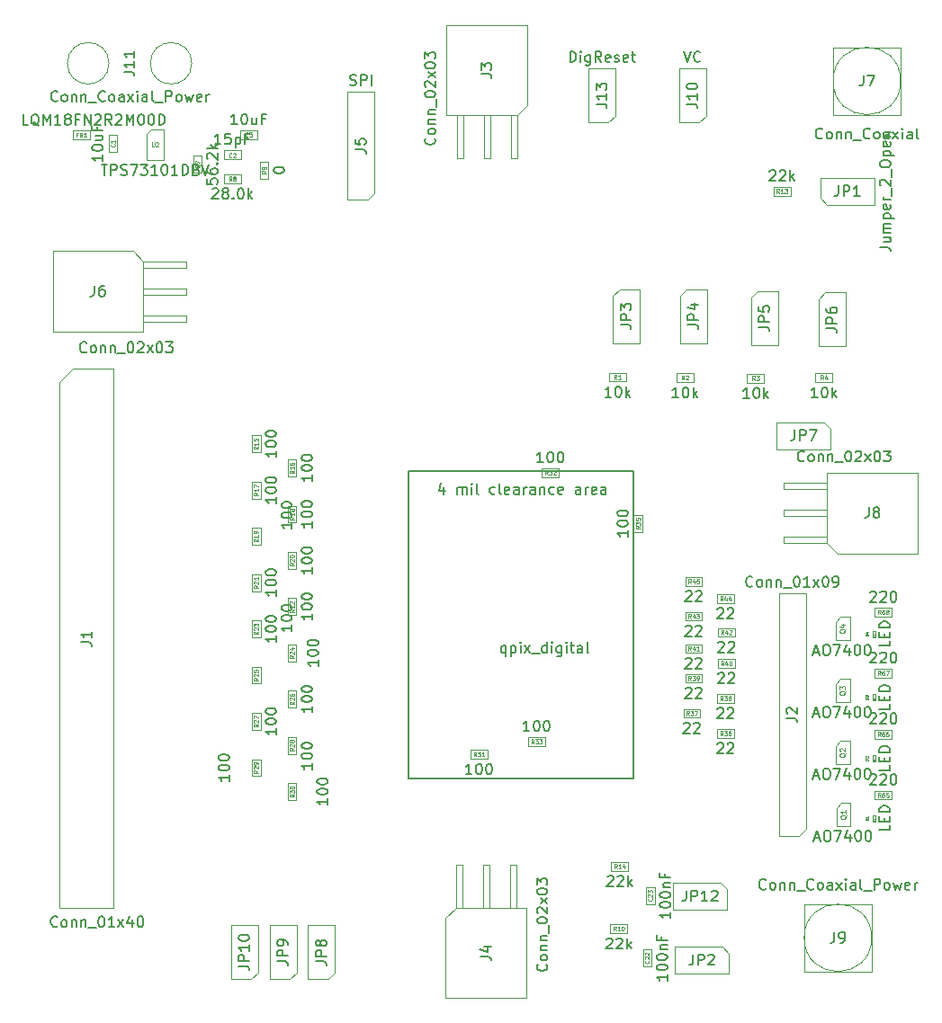
<source format=gbr>
%TF.GenerationSoftware,KiCad,Pcbnew,7.0.6-7.0.6~ubuntu20.04.1*%
%TF.CreationDate,2023-11-11T07:42:01+07:00*%
%TF.ProjectId,qpix,71706978-2e6b-4696-9361-645f70636258,rev?*%
%TF.SameCoordinates,Original*%
%TF.FileFunction,AssemblyDrawing,Top*%
%FSLAX46Y46*%
G04 Gerber Fmt 4.6, Leading zero omitted, Abs format (unit mm)*
G04 Created by KiCad (PCBNEW 7.0.6-7.0.6~ubuntu20.04.1) date 2023-11-11 07:42:01*
%MOMM*%
%LPD*%
G01*
G04 APERTURE LIST*
%ADD10C,0.150000*%
%ADD11C,0.060000*%
%ADD12C,0.075000*%
%ADD13C,0.040000*%
%ADD14C,0.100000*%
G04 APERTURE END LIST*
D10*
X129360000Y-92020000D02*
X150550000Y-92020000D01*
X150550000Y-121020000D01*
X129360000Y-121020000D01*
X129360000Y-92020000D01*
X132725350Y-93523152D02*
X132725350Y-94189819D01*
X132487255Y-93142200D02*
X132249160Y-93856485D01*
X132249160Y-93856485D02*
X132868207Y-93856485D01*
X134011065Y-94189819D02*
X134011065Y-93523152D01*
X134011065Y-93618390D02*
X134058684Y-93570771D01*
X134058684Y-93570771D02*
X134153922Y-93523152D01*
X134153922Y-93523152D02*
X134296779Y-93523152D01*
X134296779Y-93523152D02*
X134392017Y-93570771D01*
X134392017Y-93570771D02*
X134439636Y-93666009D01*
X134439636Y-93666009D02*
X134439636Y-94189819D01*
X134439636Y-93666009D02*
X134487255Y-93570771D01*
X134487255Y-93570771D02*
X134582493Y-93523152D01*
X134582493Y-93523152D02*
X134725350Y-93523152D01*
X134725350Y-93523152D02*
X134820589Y-93570771D01*
X134820589Y-93570771D02*
X134868208Y-93666009D01*
X134868208Y-93666009D02*
X134868208Y-94189819D01*
X135344398Y-94189819D02*
X135344398Y-93523152D01*
X135344398Y-93189819D02*
X135296779Y-93237438D01*
X135296779Y-93237438D02*
X135344398Y-93285057D01*
X135344398Y-93285057D02*
X135392017Y-93237438D01*
X135392017Y-93237438D02*
X135344398Y-93189819D01*
X135344398Y-93189819D02*
X135344398Y-93285057D01*
X135963445Y-94189819D02*
X135868207Y-94142200D01*
X135868207Y-94142200D02*
X135820588Y-94046961D01*
X135820588Y-94046961D02*
X135820588Y-93189819D01*
X137534874Y-94142200D02*
X137439636Y-94189819D01*
X137439636Y-94189819D02*
X137249160Y-94189819D01*
X137249160Y-94189819D02*
X137153922Y-94142200D01*
X137153922Y-94142200D02*
X137106303Y-94094580D01*
X137106303Y-94094580D02*
X137058684Y-93999342D01*
X137058684Y-93999342D02*
X137058684Y-93713628D01*
X137058684Y-93713628D02*
X137106303Y-93618390D01*
X137106303Y-93618390D02*
X137153922Y-93570771D01*
X137153922Y-93570771D02*
X137249160Y-93523152D01*
X137249160Y-93523152D02*
X137439636Y-93523152D01*
X137439636Y-93523152D02*
X137534874Y-93570771D01*
X138106303Y-94189819D02*
X138011065Y-94142200D01*
X138011065Y-94142200D02*
X137963446Y-94046961D01*
X137963446Y-94046961D02*
X137963446Y-93189819D01*
X138868208Y-94142200D02*
X138772970Y-94189819D01*
X138772970Y-94189819D02*
X138582494Y-94189819D01*
X138582494Y-94189819D02*
X138487256Y-94142200D01*
X138487256Y-94142200D02*
X138439637Y-94046961D01*
X138439637Y-94046961D02*
X138439637Y-93666009D01*
X138439637Y-93666009D02*
X138487256Y-93570771D01*
X138487256Y-93570771D02*
X138582494Y-93523152D01*
X138582494Y-93523152D02*
X138772970Y-93523152D01*
X138772970Y-93523152D02*
X138868208Y-93570771D01*
X138868208Y-93570771D02*
X138915827Y-93666009D01*
X138915827Y-93666009D02*
X138915827Y-93761247D01*
X138915827Y-93761247D02*
X138439637Y-93856485D01*
X139772970Y-94189819D02*
X139772970Y-93666009D01*
X139772970Y-93666009D02*
X139725351Y-93570771D01*
X139725351Y-93570771D02*
X139630113Y-93523152D01*
X139630113Y-93523152D02*
X139439637Y-93523152D01*
X139439637Y-93523152D02*
X139344399Y-93570771D01*
X139772970Y-94142200D02*
X139677732Y-94189819D01*
X139677732Y-94189819D02*
X139439637Y-94189819D01*
X139439637Y-94189819D02*
X139344399Y-94142200D01*
X139344399Y-94142200D02*
X139296780Y-94046961D01*
X139296780Y-94046961D02*
X139296780Y-93951723D01*
X139296780Y-93951723D02*
X139344399Y-93856485D01*
X139344399Y-93856485D02*
X139439637Y-93808866D01*
X139439637Y-93808866D02*
X139677732Y-93808866D01*
X139677732Y-93808866D02*
X139772970Y-93761247D01*
X140249161Y-94189819D02*
X140249161Y-93523152D01*
X140249161Y-93713628D02*
X140296780Y-93618390D01*
X140296780Y-93618390D02*
X140344399Y-93570771D01*
X140344399Y-93570771D02*
X140439637Y-93523152D01*
X140439637Y-93523152D02*
X140534875Y-93523152D01*
X141296780Y-94189819D02*
X141296780Y-93666009D01*
X141296780Y-93666009D02*
X141249161Y-93570771D01*
X141249161Y-93570771D02*
X141153923Y-93523152D01*
X141153923Y-93523152D02*
X140963447Y-93523152D01*
X140963447Y-93523152D02*
X140868209Y-93570771D01*
X141296780Y-94142200D02*
X141201542Y-94189819D01*
X141201542Y-94189819D02*
X140963447Y-94189819D01*
X140963447Y-94189819D02*
X140868209Y-94142200D01*
X140868209Y-94142200D02*
X140820590Y-94046961D01*
X140820590Y-94046961D02*
X140820590Y-93951723D01*
X140820590Y-93951723D02*
X140868209Y-93856485D01*
X140868209Y-93856485D02*
X140963447Y-93808866D01*
X140963447Y-93808866D02*
X141201542Y-93808866D01*
X141201542Y-93808866D02*
X141296780Y-93761247D01*
X141772971Y-93523152D02*
X141772971Y-94189819D01*
X141772971Y-93618390D02*
X141820590Y-93570771D01*
X141820590Y-93570771D02*
X141915828Y-93523152D01*
X141915828Y-93523152D02*
X142058685Y-93523152D01*
X142058685Y-93523152D02*
X142153923Y-93570771D01*
X142153923Y-93570771D02*
X142201542Y-93666009D01*
X142201542Y-93666009D02*
X142201542Y-94189819D01*
X143106304Y-94142200D02*
X143011066Y-94189819D01*
X143011066Y-94189819D02*
X142820590Y-94189819D01*
X142820590Y-94189819D02*
X142725352Y-94142200D01*
X142725352Y-94142200D02*
X142677733Y-94094580D01*
X142677733Y-94094580D02*
X142630114Y-93999342D01*
X142630114Y-93999342D02*
X142630114Y-93713628D01*
X142630114Y-93713628D02*
X142677733Y-93618390D01*
X142677733Y-93618390D02*
X142725352Y-93570771D01*
X142725352Y-93570771D02*
X142820590Y-93523152D01*
X142820590Y-93523152D02*
X143011066Y-93523152D01*
X143011066Y-93523152D02*
X143106304Y-93570771D01*
X143915828Y-94142200D02*
X143820590Y-94189819D01*
X143820590Y-94189819D02*
X143630114Y-94189819D01*
X143630114Y-94189819D02*
X143534876Y-94142200D01*
X143534876Y-94142200D02*
X143487257Y-94046961D01*
X143487257Y-94046961D02*
X143487257Y-93666009D01*
X143487257Y-93666009D02*
X143534876Y-93570771D01*
X143534876Y-93570771D02*
X143630114Y-93523152D01*
X143630114Y-93523152D02*
X143820590Y-93523152D01*
X143820590Y-93523152D02*
X143915828Y-93570771D01*
X143915828Y-93570771D02*
X143963447Y-93666009D01*
X143963447Y-93666009D02*
X143963447Y-93761247D01*
X143963447Y-93761247D02*
X143487257Y-93856485D01*
X145582495Y-94189819D02*
X145582495Y-93666009D01*
X145582495Y-93666009D02*
X145534876Y-93570771D01*
X145534876Y-93570771D02*
X145439638Y-93523152D01*
X145439638Y-93523152D02*
X145249162Y-93523152D01*
X145249162Y-93523152D02*
X145153924Y-93570771D01*
X145582495Y-94142200D02*
X145487257Y-94189819D01*
X145487257Y-94189819D02*
X145249162Y-94189819D01*
X145249162Y-94189819D02*
X145153924Y-94142200D01*
X145153924Y-94142200D02*
X145106305Y-94046961D01*
X145106305Y-94046961D02*
X145106305Y-93951723D01*
X145106305Y-93951723D02*
X145153924Y-93856485D01*
X145153924Y-93856485D02*
X145249162Y-93808866D01*
X145249162Y-93808866D02*
X145487257Y-93808866D01*
X145487257Y-93808866D02*
X145582495Y-93761247D01*
X146058686Y-94189819D02*
X146058686Y-93523152D01*
X146058686Y-93713628D02*
X146106305Y-93618390D01*
X146106305Y-93618390D02*
X146153924Y-93570771D01*
X146153924Y-93570771D02*
X146249162Y-93523152D01*
X146249162Y-93523152D02*
X146344400Y-93523152D01*
X147058686Y-94142200D02*
X146963448Y-94189819D01*
X146963448Y-94189819D02*
X146772972Y-94189819D01*
X146772972Y-94189819D02*
X146677734Y-94142200D01*
X146677734Y-94142200D02*
X146630115Y-94046961D01*
X146630115Y-94046961D02*
X146630115Y-93666009D01*
X146630115Y-93666009D02*
X146677734Y-93570771D01*
X146677734Y-93570771D02*
X146772972Y-93523152D01*
X146772972Y-93523152D02*
X146963448Y-93523152D01*
X146963448Y-93523152D02*
X147058686Y-93570771D01*
X147058686Y-93570771D02*
X147106305Y-93666009D01*
X147106305Y-93666009D02*
X147106305Y-93761247D01*
X147106305Y-93761247D02*
X146630115Y-93856485D01*
X147963448Y-94189819D02*
X147963448Y-93666009D01*
X147963448Y-93666009D02*
X147915829Y-93570771D01*
X147915829Y-93570771D02*
X147820591Y-93523152D01*
X147820591Y-93523152D02*
X147630115Y-93523152D01*
X147630115Y-93523152D02*
X147534877Y-93570771D01*
X147963448Y-94142200D02*
X147868210Y-94189819D01*
X147868210Y-94189819D02*
X147630115Y-94189819D01*
X147630115Y-94189819D02*
X147534877Y-94142200D01*
X147534877Y-94142200D02*
X147487258Y-94046961D01*
X147487258Y-94046961D02*
X147487258Y-93951723D01*
X147487258Y-93951723D02*
X147534877Y-93856485D01*
X147534877Y-93856485D02*
X147630115Y-93808866D01*
X147630115Y-93808866D02*
X147868210Y-93808866D01*
X147868210Y-93808866D02*
X147963448Y-93761247D01*
X158483095Y-105022057D02*
X158530714Y-104974438D01*
X158530714Y-104974438D02*
X158625952Y-104926819D01*
X158625952Y-104926819D02*
X158864047Y-104926819D01*
X158864047Y-104926819D02*
X158959285Y-104974438D01*
X158959285Y-104974438D02*
X159006904Y-105022057D01*
X159006904Y-105022057D02*
X159054523Y-105117295D01*
X159054523Y-105117295D02*
X159054523Y-105212533D01*
X159054523Y-105212533D02*
X159006904Y-105355390D01*
X159006904Y-105355390D02*
X158435476Y-105926819D01*
X158435476Y-105926819D02*
X159054523Y-105926819D01*
X159435476Y-105022057D02*
X159483095Y-104974438D01*
X159483095Y-104974438D02*
X159578333Y-104926819D01*
X159578333Y-104926819D02*
X159816428Y-104926819D01*
X159816428Y-104926819D02*
X159911666Y-104974438D01*
X159911666Y-104974438D02*
X159959285Y-105022057D01*
X159959285Y-105022057D02*
X160006904Y-105117295D01*
X160006904Y-105117295D02*
X160006904Y-105212533D01*
X160006904Y-105212533D02*
X159959285Y-105355390D01*
X159959285Y-105355390D02*
X159387857Y-105926819D01*
X159387857Y-105926819D02*
X160006904Y-105926819D01*
D11*
X158987857Y-104223927D02*
X158854524Y-104033451D01*
X158759286Y-104223927D02*
X158759286Y-103823927D01*
X158759286Y-103823927D02*
X158911667Y-103823927D01*
X158911667Y-103823927D02*
X158949762Y-103842975D01*
X158949762Y-103842975D02*
X158968809Y-103862022D01*
X158968809Y-103862022D02*
X158987857Y-103900118D01*
X158987857Y-103900118D02*
X158987857Y-103957260D01*
X158987857Y-103957260D02*
X158968809Y-103995356D01*
X158968809Y-103995356D02*
X158949762Y-104014403D01*
X158949762Y-104014403D02*
X158911667Y-104033451D01*
X158911667Y-104033451D02*
X158759286Y-104033451D01*
X159330714Y-103957260D02*
X159330714Y-104223927D01*
X159235476Y-103804880D02*
X159140238Y-104090594D01*
X159140238Y-104090594D02*
X159387857Y-104090594D01*
X159711666Y-103957260D02*
X159711666Y-104223927D01*
X159616428Y-103804880D02*
X159521190Y-104090594D01*
X159521190Y-104090594D02*
X159768809Y-104090594D01*
D10*
X148113333Y-130240057D02*
X148160952Y-130192438D01*
X148160952Y-130192438D02*
X148256190Y-130144819D01*
X148256190Y-130144819D02*
X148494285Y-130144819D01*
X148494285Y-130144819D02*
X148589523Y-130192438D01*
X148589523Y-130192438D02*
X148637142Y-130240057D01*
X148637142Y-130240057D02*
X148684761Y-130335295D01*
X148684761Y-130335295D02*
X148684761Y-130430533D01*
X148684761Y-130430533D02*
X148637142Y-130573390D01*
X148637142Y-130573390D02*
X148065714Y-131144819D01*
X148065714Y-131144819D02*
X148684761Y-131144819D01*
X149065714Y-130240057D02*
X149113333Y-130192438D01*
X149113333Y-130192438D02*
X149208571Y-130144819D01*
X149208571Y-130144819D02*
X149446666Y-130144819D01*
X149446666Y-130144819D02*
X149541904Y-130192438D01*
X149541904Y-130192438D02*
X149589523Y-130240057D01*
X149589523Y-130240057D02*
X149637142Y-130335295D01*
X149637142Y-130335295D02*
X149637142Y-130430533D01*
X149637142Y-130430533D02*
X149589523Y-130573390D01*
X149589523Y-130573390D02*
X149018095Y-131144819D01*
X149018095Y-131144819D02*
X149637142Y-131144819D01*
X150065714Y-131144819D02*
X150065714Y-130144819D01*
X150160952Y-130763866D02*
X150446666Y-131144819D01*
X150446666Y-130478152D02*
X150065714Y-130859104D01*
D11*
X149022857Y-129441927D02*
X148889524Y-129251451D01*
X148794286Y-129441927D02*
X148794286Y-129041927D01*
X148794286Y-129041927D02*
X148946667Y-129041927D01*
X148946667Y-129041927D02*
X148984762Y-129060975D01*
X148984762Y-129060975D02*
X149003809Y-129080022D01*
X149003809Y-129080022D02*
X149022857Y-129118118D01*
X149022857Y-129118118D02*
X149022857Y-129175260D01*
X149022857Y-129175260D02*
X149003809Y-129213356D01*
X149003809Y-129213356D02*
X148984762Y-129232403D01*
X148984762Y-129232403D02*
X148946667Y-129251451D01*
X148946667Y-129251451D02*
X148794286Y-129251451D01*
X149403809Y-129441927D02*
X149175238Y-129441927D01*
X149289524Y-129441927D02*
X149289524Y-129041927D01*
X149289524Y-129041927D02*
X149251428Y-129099070D01*
X149251428Y-129099070D02*
X149213333Y-129137165D01*
X149213333Y-129137165D02*
X149175238Y-129156213D01*
X149746666Y-129175260D02*
X149746666Y-129441927D01*
X149651428Y-129022880D02*
X149556190Y-129308594D01*
X149556190Y-129308594D02*
X149803809Y-129308594D01*
D10*
X120329819Y-114166663D02*
X120329819Y-114738091D01*
X120329819Y-114452377D02*
X119329819Y-114452377D01*
X119329819Y-114452377D02*
X119472676Y-114547615D01*
X119472676Y-114547615D02*
X119567914Y-114642853D01*
X119567914Y-114642853D02*
X119615533Y-114738091D01*
X119329819Y-113547615D02*
X119329819Y-113452377D01*
X119329819Y-113452377D02*
X119377438Y-113357139D01*
X119377438Y-113357139D02*
X119425057Y-113309520D01*
X119425057Y-113309520D02*
X119520295Y-113261901D01*
X119520295Y-113261901D02*
X119710771Y-113214282D01*
X119710771Y-113214282D02*
X119948866Y-113214282D01*
X119948866Y-113214282D02*
X120139342Y-113261901D01*
X120139342Y-113261901D02*
X120234580Y-113309520D01*
X120234580Y-113309520D02*
X120282200Y-113357139D01*
X120282200Y-113357139D02*
X120329819Y-113452377D01*
X120329819Y-113452377D02*
X120329819Y-113547615D01*
X120329819Y-113547615D02*
X120282200Y-113642853D01*
X120282200Y-113642853D02*
X120234580Y-113690472D01*
X120234580Y-113690472D02*
X120139342Y-113738091D01*
X120139342Y-113738091D02*
X119948866Y-113785710D01*
X119948866Y-113785710D02*
X119710771Y-113785710D01*
X119710771Y-113785710D02*
X119520295Y-113738091D01*
X119520295Y-113738091D02*
X119425057Y-113690472D01*
X119425057Y-113690472D02*
X119377438Y-113642853D01*
X119377438Y-113642853D02*
X119329819Y-113547615D01*
X119329819Y-112595234D02*
X119329819Y-112499996D01*
X119329819Y-112499996D02*
X119377438Y-112404758D01*
X119377438Y-112404758D02*
X119425057Y-112357139D01*
X119425057Y-112357139D02*
X119520295Y-112309520D01*
X119520295Y-112309520D02*
X119710771Y-112261901D01*
X119710771Y-112261901D02*
X119948866Y-112261901D01*
X119948866Y-112261901D02*
X120139342Y-112309520D01*
X120139342Y-112309520D02*
X120234580Y-112357139D01*
X120234580Y-112357139D02*
X120282200Y-112404758D01*
X120282200Y-112404758D02*
X120329819Y-112499996D01*
X120329819Y-112499996D02*
X120329819Y-112595234D01*
X120329819Y-112595234D02*
X120282200Y-112690472D01*
X120282200Y-112690472D02*
X120234580Y-112738091D01*
X120234580Y-112738091D02*
X120139342Y-112785710D01*
X120139342Y-112785710D02*
X119948866Y-112833329D01*
X119948866Y-112833329D02*
X119710771Y-112833329D01*
X119710771Y-112833329D02*
X119520295Y-112785710D01*
X119520295Y-112785710D02*
X119425057Y-112738091D01*
X119425057Y-112738091D02*
X119377438Y-112690472D01*
X119377438Y-112690472D02*
X119329819Y-112595234D01*
D11*
X118626927Y-113757139D02*
X118436451Y-113890472D01*
X118626927Y-113985710D02*
X118226927Y-113985710D01*
X118226927Y-113985710D02*
X118226927Y-113833329D01*
X118226927Y-113833329D02*
X118245975Y-113795234D01*
X118245975Y-113795234D02*
X118265022Y-113776187D01*
X118265022Y-113776187D02*
X118303118Y-113757139D01*
X118303118Y-113757139D02*
X118360260Y-113757139D01*
X118360260Y-113757139D02*
X118398356Y-113776187D01*
X118398356Y-113776187D02*
X118417403Y-113795234D01*
X118417403Y-113795234D02*
X118436451Y-113833329D01*
X118436451Y-113833329D02*
X118436451Y-113985710D01*
X118265022Y-113604758D02*
X118245975Y-113585710D01*
X118245975Y-113585710D02*
X118226927Y-113547615D01*
X118226927Y-113547615D02*
X118226927Y-113452377D01*
X118226927Y-113452377D02*
X118245975Y-113414282D01*
X118245975Y-113414282D02*
X118265022Y-113395234D01*
X118265022Y-113395234D02*
X118303118Y-113376187D01*
X118303118Y-113376187D02*
X118341213Y-113376187D01*
X118341213Y-113376187D02*
X118398356Y-113395234D01*
X118398356Y-113395234D02*
X118626927Y-113623806D01*
X118626927Y-113623806D02*
X118626927Y-113376187D01*
X118226927Y-113033330D02*
X118226927Y-113109520D01*
X118226927Y-113109520D02*
X118245975Y-113147616D01*
X118245975Y-113147616D02*
X118265022Y-113166663D01*
X118265022Y-113166663D02*
X118322165Y-113204758D01*
X118322165Y-113204758D02*
X118398356Y-113223806D01*
X118398356Y-113223806D02*
X118550737Y-113223806D01*
X118550737Y-113223806D02*
X118588832Y-113204758D01*
X118588832Y-113204758D02*
X118607880Y-113185711D01*
X118607880Y-113185711D02*
X118626927Y-113147616D01*
X118626927Y-113147616D02*
X118626927Y-113071425D01*
X118626927Y-113071425D02*
X118607880Y-113033330D01*
X118607880Y-113033330D02*
X118588832Y-113014282D01*
X118588832Y-113014282D02*
X118550737Y-112995235D01*
X118550737Y-112995235D02*
X118455499Y-112995235D01*
X118455499Y-112995235D02*
X118417403Y-113014282D01*
X118417403Y-113014282D02*
X118398356Y-113033330D01*
X118398356Y-113033330D02*
X118379308Y-113071425D01*
X118379308Y-113071425D02*
X118379308Y-113147616D01*
X118379308Y-113147616D02*
X118398356Y-113185711D01*
X118398356Y-113185711D02*
X118417403Y-113204758D01*
X118417403Y-113204758D02*
X118455499Y-113223806D01*
D10*
X149350654Y-78253333D02*
X150064939Y-78253333D01*
X150064939Y-78253333D02*
X150207796Y-78300952D01*
X150207796Y-78300952D02*
X150303035Y-78396190D01*
X150303035Y-78396190D02*
X150350654Y-78539047D01*
X150350654Y-78539047D02*
X150350654Y-78634285D01*
X150350654Y-77777142D02*
X149350654Y-77777142D01*
X149350654Y-77777142D02*
X149350654Y-77396190D01*
X149350654Y-77396190D02*
X149398273Y-77300952D01*
X149398273Y-77300952D02*
X149445892Y-77253333D01*
X149445892Y-77253333D02*
X149541130Y-77205714D01*
X149541130Y-77205714D02*
X149683987Y-77205714D01*
X149683987Y-77205714D02*
X149779225Y-77253333D01*
X149779225Y-77253333D02*
X149826844Y-77300952D01*
X149826844Y-77300952D02*
X149874463Y-77396190D01*
X149874463Y-77396190D02*
X149874463Y-77777142D01*
X149350654Y-76872380D02*
X149350654Y-76253333D01*
X149350654Y-76253333D02*
X149731606Y-76586666D01*
X149731606Y-76586666D02*
X149731606Y-76443809D01*
X149731606Y-76443809D02*
X149779225Y-76348571D01*
X149779225Y-76348571D02*
X149826844Y-76300952D01*
X149826844Y-76300952D02*
X149922082Y-76253333D01*
X149922082Y-76253333D02*
X150160177Y-76253333D01*
X150160177Y-76253333D02*
X150255415Y-76300952D01*
X150255415Y-76300952D02*
X150303035Y-76348571D01*
X150303035Y-76348571D02*
X150350654Y-76443809D01*
X150350654Y-76443809D02*
X150350654Y-76729523D01*
X150350654Y-76729523D02*
X150303035Y-76824761D01*
X150303035Y-76824761D02*
X150255415Y-76872380D01*
X162350654Y-78453333D02*
X163064939Y-78453333D01*
X163064939Y-78453333D02*
X163207796Y-78500952D01*
X163207796Y-78500952D02*
X163303035Y-78596190D01*
X163303035Y-78596190D02*
X163350654Y-78739047D01*
X163350654Y-78739047D02*
X163350654Y-78834285D01*
X163350654Y-77977142D02*
X162350654Y-77977142D01*
X162350654Y-77977142D02*
X162350654Y-77596190D01*
X162350654Y-77596190D02*
X162398273Y-77500952D01*
X162398273Y-77500952D02*
X162445892Y-77453333D01*
X162445892Y-77453333D02*
X162541130Y-77405714D01*
X162541130Y-77405714D02*
X162683987Y-77405714D01*
X162683987Y-77405714D02*
X162779225Y-77453333D01*
X162779225Y-77453333D02*
X162826844Y-77500952D01*
X162826844Y-77500952D02*
X162874463Y-77596190D01*
X162874463Y-77596190D02*
X162874463Y-77977142D01*
X162350654Y-76500952D02*
X162350654Y-76977142D01*
X162350654Y-76977142D02*
X162826844Y-77024761D01*
X162826844Y-77024761D02*
X162779225Y-76977142D01*
X162779225Y-76977142D02*
X162731606Y-76881904D01*
X162731606Y-76881904D02*
X162731606Y-76643809D01*
X162731606Y-76643809D02*
X162779225Y-76548571D01*
X162779225Y-76548571D02*
X162826844Y-76500952D01*
X162826844Y-76500952D02*
X162922082Y-76453333D01*
X162922082Y-76453333D02*
X163160177Y-76453333D01*
X163160177Y-76453333D02*
X163255415Y-76500952D01*
X163255415Y-76500952D02*
X163303035Y-76548571D01*
X163303035Y-76548571D02*
X163350654Y-76643809D01*
X163350654Y-76643809D02*
X163350654Y-76881904D01*
X163350654Y-76881904D02*
X163303035Y-76977142D01*
X163303035Y-76977142D02*
X163255415Y-77024761D01*
X161781904Y-102829580D02*
X161734285Y-102877200D01*
X161734285Y-102877200D02*
X161591428Y-102924819D01*
X161591428Y-102924819D02*
X161496190Y-102924819D01*
X161496190Y-102924819D02*
X161353333Y-102877200D01*
X161353333Y-102877200D02*
X161258095Y-102781961D01*
X161258095Y-102781961D02*
X161210476Y-102686723D01*
X161210476Y-102686723D02*
X161162857Y-102496247D01*
X161162857Y-102496247D02*
X161162857Y-102353390D01*
X161162857Y-102353390D02*
X161210476Y-102162914D01*
X161210476Y-102162914D02*
X161258095Y-102067676D01*
X161258095Y-102067676D02*
X161353333Y-101972438D01*
X161353333Y-101972438D02*
X161496190Y-101924819D01*
X161496190Y-101924819D02*
X161591428Y-101924819D01*
X161591428Y-101924819D02*
X161734285Y-101972438D01*
X161734285Y-101972438D02*
X161781904Y-102020057D01*
X162353333Y-102924819D02*
X162258095Y-102877200D01*
X162258095Y-102877200D02*
X162210476Y-102829580D01*
X162210476Y-102829580D02*
X162162857Y-102734342D01*
X162162857Y-102734342D02*
X162162857Y-102448628D01*
X162162857Y-102448628D02*
X162210476Y-102353390D01*
X162210476Y-102353390D02*
X162258095Y-102305771D01*
X162258095Y-102305771D02*
X162353333Y-102258152D01*
X162353333Y-102258152D02*
X162496190Y-102258152D01*
X162496190Y-102258152D02*
X162591428Y-102305771D01*
X162591428Y-102305771D02*
X162639047Y-102353390D01*
X162639047Y-102353390D02*
X162686666Y-102448628D01*
X162686666Y-102448628D02*
X162686666Y-102734342D01*
X162686666Y-102734342D02*
X162639047Y-102829580D01*
X162639047Y-102829580D02*
X162591428Y-102877200D01*
X162591428Y-102877200D02*
X162496190Y-102924819D01*
X162496190Y-102924819D02*
X162353333Y-102924819D01*
X163115238Y-102258152D02*
X163115238Y-102924819D01*
X163115238Y-102353390D02*
X163162857Y-102305771D01*
X163162857Y-102305771D02*
X163258095Y-102258152D01*
X163258095Y-102258152D02*
X163400952Y-102258152D01*
X163400952Y-102258152D02*
X163496190Y-102305771D01*
X163496190Y-102305771D02*
X163543809Y-102401009D01*
X163543809Y-102401009D02*
X163543809Y-102924819D01*
X164020000Y-102258152D02*
X164020000Y-102924819D01*
X164020000Y-102353390D02*
X164067619Y-102305771D01*
X164067619Y-102305771D02*
X164162857Y-102258152D01*
X164162857Y-102258152D02*
X164305714Y-102258152D01*
X164305714Y-102258152D02*
X164400952Y-102305771D01*
X164400952Y-102305771D02*
X164448571Y-102401009D01*
X164448571Y-102401009D02*
X164448571Y-102924819D01*
X164686667Y-103020057D02*
X165448571Y-103020057D01*
X165877143Y-101924819D02*
X165972381Y-101924819D01*
X165972381Y-101924819D02*
X166067619Y-101972438D01*
X166067619Y-101972438D02*
X166115238Y-102020057D01*
X166115238Y-102020057D02*
X166162857Y-102115295D01*
X166162857Y-102115295D02*
X166210476Y-102305771D01*
X166210476Y-102305771D02*
X166210476Y-102543866D01*
X166210476Y-102543866D02*
X166162857Y-102734342D01*
X166162857Y-102734342D02*
X166115238Y-102829580D01*
X166115238Y-102829580D02*
X166067619Y-102877200D01*
X166067619Y-102877200D02*
X165972381Y-102924819D01*
X165972381Y-102924819D02*
X165877143Y-102924819D01*
X165877143Y-102924819D02*
X165781905Y-102877200D01*
X165781905Y-102877200D02*
X165734286Y-102829580D01*
X165734286Y-102829580D02*
X165686667Y-102734342D01*
X165686667Y-102734342D02*
X165639048Y-102543866D01*
X165639048Y-102543866D02*
X165639048Y-102305771D01*
X165639048Y-102305771D02*
X165686667Y-102115295D01*
X165686667Y-102115295D02*
X165734286Y-102020057D01*
X165734286Y-102020057D02*
X165781905Y-101972438D01*
X165781905Y-101972438D02*
X165877143Y-101924819D01*
X167162857Y-102924819D02*
X166591429Y-102924819D01*
X166877143Y-102924819D02*
X166877143Y-101924819D01*
X166877143Y-101924819D02*
X166781905Y-102067676D01*
X166781905Y-102067676D02*
X166686667Y-102162914D01*
X166686667Y-102162914D02*
X166591429Y-102210533D01*
X167496191Y-102924819D02*
X168020000Y-102258152D01*
X167496191Y-102258152D02*
X168020000Y-102924819D01*
X168591429Y-101924819D02*
X168686667Y-101924819D01*
X168686667Y-101924819D02*
X168781905Y-101972438D01*
X168781905Y-101972438D02*
X168829524Y-102020057D01*
X168829524Y-102020057D02*
X168877143Y-102115295D01*
X168877143Y-102115295D02*
X168924762Y-102305771D01*
X168924762Y-102305771D02*
X168924762Y-102543866D01*
X168924762Y-102543866D02*
X168877143Y-102734342D01*
X168877143Y-102734342D02*
X168829524Y-102829580D01*
X168829524Y-102829580D02*
X168781905Y-102877200D01*
X168781905Y-102877200D02*
X168686667Y-102924819D01*
X168686667Y-102924819D02*
X168591429Y-102924819D01*
X168591429Y-102924819D02*
X168496191Y-102877200D01*
X168496191Y-102877200D02*
X168448572Y-102829580D01*
X168448572Y-102829580D02*
X168400953Y-102734342D01*
X168400953Y-102734342D02*
X168353334Y-102543866D01*
X168353334Y-102543866D02*
X168353334Y-102305771D01*
X168353334Y-102305771D02*
X168400953Y-102115295D01*
X168400953Y-102115295D02*
X168448572Y-102020057D01*
X168448572Y-102020057D02*
X168496191Y-101972438D01*
X168496191Y-101972438D02*
X168591429Y-101924819D01*
X169400953Y-102924819D02*
X169591429Y-102924819D01*
X169591429Y-102924819D02*
X169686667Y-102877200D01*
X169686667Y-102877200D02*
X169734286Y-102829580D01*
X169734286Y-102829580D02*
X169829524Y-102686723D01*
X169829524Y-102686723D02*
X169877143Y-102496247D01*
X169877143Y-102496247D02*
X169877143Y-102115295D01*
X169877143Y-102115295D02*
X169829524Y-102020057D01*
X169829524Y-102020057D02*
X169781905Y-101972438D01*
X169781905Y-101972438D02*
X169686667Y-101924819D01*
X169686667Y-101924819D02*
X169496191Y-101924819D01*
X169496191Y-101924819D02*
X169400953Y-101972438D01*
X169400953Y-101972438D02*
X169353334Y-102020057D01*
X169353334Y-102020057D02*
X169305715Y-102115295D01*
X169305715Y-102115295D02*
X169305715Y-102353390D01*
X169305715Y-102353390D02*
X169353334Y-102448628D01*
X169353334Y-102448628D02*
X169400953Y-102496247D01*
X169400953Y-102496247D02*
X169496191Y-102543866D01*
X169496191Y-102543866D02*
X169686667Y-102543866D01*
X169686667Y-102543866D02*
X169781905Y-102496247D01*
X169781905Y-102496247D02*
X169829524Y-102448628D01*
X169829524Y-102448628D02*
X169877143Y-102353390D01*
X164974819Y-115293333D02*
X165689104Y-115293333D01*
X165689104Y-115293333D02*
X165831961Y-115340952D01*
X165831961Y-115340952D02*
X165927200Y-115436190D01*
X165927200Y-115436190D02*
X165974819Y-115579047D01*
X165974819Y-115579047D02*
X165974819Y-115674285D01*
X165070057Y-114864761D02*
X165022438Y-114817142D01*
X165022438Y-114817142D02*
X164974819Y-114721904D01*
X164974819Y-114721904D02*
X164974819Y-114483809D01*
X164974819Y-114483809D02*
X165022438Y-114388571D01*
X165022438Y-114388571D02*
X165070057Y-114340952D01*
X165070057Y-114340952D02*
X165165295Y-114293333D01*
X165165295Y-114293333D02*
X165260533Y-114293333D01*
X165260533Y-114293333D02*
X165403390Y-114340952D01*
X165403390Y-114340952D02*
X165974819Y-114912380D01*
X165974819Y-114912380D02*
X165974819Y-114293333D01*
X163029284Y-131344580D02*
X162981665Y-131392200D01*
X162981665Y-131392200D02*
X162838808Y-131439819D01*
X162838808Y-131439819D02*
X162743570Y-131439819D01*
X162743570Y-131439819D02*
X162600713Y-131392200D01*
X162600713Y-131392200D02*
X162505475Y-131296961D01*
X162505475Y-131296961D02*
X162457856Y-131201723D01*
X162457856Y-131201723D02*
X162410237Y-131011247D01*
X162410237Y-131011247D02*
X162410237Y-130868390D01*
X162410237Y-130868390D02*
X162457856Y-130677914D01*
X162457856Y-130677914D02*
X162505475Y-130582676D01*
X162505475Y-130582676D02*
X162600713Y-130487438D01*
X162600713Y-130487438D02*
X162743570Y-130439819D01*
X162743570Y-130439819D02*
X162838808Y-130439819D01*
X162838808Y-130439819D02*
X162981665Y-130487438D01*
X162981665Y-130487438D02*
X163029284Y-130535057D01*
X163600713Y-131439819D02*
X163505475Y-131392200D01*
X163505475Y-131392200D02*
X163457856Y-131344580D01*
X163457856Y-131344580D02*
X163410237Y-131249342D01*
X163410237Y-131249342D02*
X163410237Y-130963628D01*
X163410237Y-130963628D02*
X163457856Y-130868390D01*
X163457856Y-130868390D02*
X163505475Y-130820771D01*
X163505475Y-130820771D02*
X163600713Y-130773152D01*
X163600713Y-130773152D02*
X163743570Y-130773152D01*
X163743570Y-130773152D02*
X163838808Y-130820771D01*
X163838808Y-130820771D02*
X163886427Y-130868390D01*
X163886427Y-130868390D02*
X163934046Y-130963628D01*
X163934046Y-130963628D02*
X163934046Y-131249342D01*
X163934046Y-131249342D02*
X163886427Y-131344580D01*
X163886427Y-131344580D02*
X163838808Y-131392200D01*
X163838808Y-131392200D02*
X163743570Y-131439819D01*
X163743570Y-131439819D02*
X163600713Y-131439819D01*
X164362618Y-130773152D02*
X164362618Y-131439819D01*
X164362618Y-130868390D02*
X164410237Y-130820771D01*
X164410237Y-130820771D02*
X164505475Y-130773152D01*
X164505475Y-130773152D02*
X164648332Y-130773152D01*
X164648332Y-130773152D02*
X164743570Y-130820771D01*
X164743570Y-130820771D02*
X164791189Y-130916009D01*
X164791189Y-130916009D02*
X164791189Y-131439819D01*
X165267380Y-130773152D02*
X165267380Y-131439819D01*
X165267380Y-130868390D02*
X165314999Y-130820771D01*
X165314999Y-130820771D02*
X165410237Y-130773152D01*
X165410237Y-130773152D02*
X165553094Y-130773152D01*
X165553094Y-130773152D02*
X165648332Y-130820771D01*
X165648332Y-130820771D02*
X165695951Y-130916009D01*
X165695951Y-130916009D02*
X165695951Y-131439819D01*
X165934047Y-131535057D02*
X166695951Y-131535057D01*
X167505475Y-131344580D02*
X167457856Y-131392200D01*
X167457856Y-131392200D02*
X167314999Y-131439819D01*
X167314999Y-131439819D02*
X167219761Y-131439819D01*
X167219761Y-131439819D02*
X167076904Y-131392200D01*
X167076904Y-131392200D02*
X166981666Y-131296961D01*
X166981666Y-131296961D02*
X166934047Y-131201723D01*
X166934047Y-131201723D02*
X166886428Y-131011247D01*
X166886428Y-131011247D02*
X166886428Y-130868390D01*
X166886428Y-130868390D02*
X166934047Y-130677914D01*
X166934047Y-130677914D02*
X166981666Y-130582676D01*
X166981666Y-130582676D02*
X167076904Y-130487438D01*
X167076904Y-130487438D02*
X167219761Y-130439819D01*
X167219761Y-130439819D02*
X167314999Y-130439819D01*
X167314999Y-130439819D02*
X167457856Y-130487438D01*
X167457856Y-130487438D02*
X167505475Y-130535057D01*
X168076904Y-131439819D02*
X167981666Y-131392200D01*
X167981666Y-131392200D02*
X167934047Y-131344580D01*
X167934047Y-131344580D02*
X167886428Y-131249342D01*
X167886428Y-131249342D02*
X167886428Y-130963628D01*
X167886428Y-130963628D02*
X167934047Y-130868390D01*
X167934047Y-130868390D02*
X167981666Y-130820771D01*
X167981666Y-130820771D02*
X168076904Y-130773152D01*
X168076904Y-130773152D02*
X168219761Y-130773152D01*
X168219761Y-130773152D02*
X168314999Y-130820771D01*
X168314999Y-130820771D02*
X168362618Y-130868390D01*
X168362618Y-130868390D02*
X168410237Y-130963628D01*
X168410237Y-130963628D02*
X168410237Y-131249342D01*
X168410237Y-131249342D02*
X168362618Y-131344580D01*
X168362618Y-131344580D02*
X168314999Y-131392200D01*
X168314999Y-131392200D02*
X168219761Y-131439819D01*
X168219761Y-131439819D02*
X168076904Y-131439819D01*
X169267380Y-131439819D02*
X169267380Y-130916009D01*
X169267380Y-130916009D02*
X169219761Y-130820771D01*
X169219761Y-130820771D02*
X169124523Y-130773152D01*
X169124523Y-130773152D02*
X168934047Y-130773152D01*
X168934047Y-130773152D02*
X168838809Y-130820771D01*
X169267380Y-131392200D02*
X169172142Y-131439819D01*
X169172142Y-131439819D02*
X168934047Y-131439819D01*
X168934047Y-131439819D02*
X168838809Y-131392200D01*
X168838809Y-131392200D02*
X168791190Y-131296961D01*
X168791190Y-131296961D02*
X168791190Y-131201723D01*
X168791190Y-131201723D02*
X168838809Y-131106485D01*
X168838809Y-131106485D02*
X168934047Y-131058866D01*
X168934047Y-131058866D02*
X169172142Y-131058866D01*
X169172142Y-131058866D02*
X169267380Y-131011247D01*
X169648333Y-131439819D02*
X170172142Y-130773152D01*
X169648333Y-130773152D02*
X170172142Y-131439819D01*
X170553095Y-131439819D02*
X170553095Y-130773152D01*
X170553095Y-130439819D02*
X170505476Y-130487438D01*
X170505476Y-130487438D02*
X170553095Y-130535057D01*
X170553095Y-130535057D02*
X170600714Y-130487438D01*
X170600714Y-130487438D02*
X170553095Y-130439819D01*
X170553095Y-130439819D02*
X170553095Y-130535057D01*
X171457856Y-131439819D02*
X171457856Y-130916009D01*
X171457856Y-130916009D02*
X171410237Y-130820771D01*
X171410237Y-130820771D02*
X171314999Y-130773152D01*
X171314999Y-130773152D02*
X171124523Y-130773152D01*
X171124523Y-130773152D02*
X171029285Y-130820771D01*
X171457856Y-131392200D02*
X171362618Y-131439819D01*
X171362618Y-131439819D02*
X171124523Y-131439819D01*
X171124523Y-131439819D02*
X171029285Y-131392200D01*
X171029285Y-131392200D02*
X170981666Y-131296961D01*
X170981666Y-131296961D02*
X170981666Y-131201723D01*
X170981666Y-131201723D02*
X171029285Y-131106485D01*
X171029285Y-131106485D02*
X171124523Y-131058866D01*
X171124523Y-131058866D02*
X171362618Y-131058866D01*
X171362618Y-131058866D02*
X171457856Y-131011247D01*
X172076904Y-131439819D02*
X171981666Y-131392200D01*
X171981666Y-131392200D02*
X171934047Y-131296961D01*
X171934047Y-131296961D02*
X171934047Y-130439819D01*
X172219762Y-131535057D02*
X172981666Y-131535057D01*
X173219762Y-131439819D02*
X173219762Y-130439819D01*
X173219762Y-130439819D02*
X173600714Y-130439819D01*
X173600714Y-130439819D02*
X173695952Y-130487438D01*
X173695952Y-130487438D02*
X173743571Y-130535057D01*
X173743571Y-130535057D02*
X173791190Y-130630295D01*
X173791190Y-130630295D02*
X173791190Y-130773152D01*
X173791190Y-130773152D02*
X173743571Y-130868390D01*
X173743571Y-130868390D02*
X173695952Y-130916009D01*
X173695952Y-130916009D02*
X173600714Y-130963628D01*
X173600714Y-130963628D02*
X173219762Y-130963628D01*
X174362619Y-131439819D02*
X174267381Y-131392200D01*
X174267381Y-131392200D02*
X174219762Y-131344580D01*
X174219762Y-131344580D02*
X174172143Y-131249342D01*
X174172143Y-131249342D02*
X174172143Y-130963628D01*
X174172143Y-130963628D02*
X174219762Y-130868390D01*
X174219762Y-130868390D02*
X174267381Y-130820771D01*
X174267381Y-130820771D02*
X174362619Y-130773152D01*
X174362619Y-130773152D02*
X174505476Y-130773152D01*
X174505476Y-130773152D02*
X174600714Y-130820771D01*
X174600714Y-130820771D02*
X174648333Y-130868390D01*
X174648333Y-130868390D02*
X174695952Y-130963628D01*
X174695952Y-130963628D02*
X174695952Y-131249342D01*
X174695952Y-131249342D02*
X174648333Y-131344580D01*
X174648333Y-131344580D02*
X174600714Y-131392200D01*
X174600714Y-131392200D02*
X174505476Y-131439819D01*
X174505476Y-131439819D02*
X174362619Y-131439819D01*
X175029286Y-130773152D02*
X175219762Y-131439819D01*
X175219762Y-131439819D02*
X175410238Y-130963628D01*
X175410238Y-130963628D02*
X175600714Y-131439819D01*
X175600714Y-131439819D02*
X175791190Y-130773152D01*
X176553095Y-131392200D02*
X176457857Y-131439819D01*
X176457857Y-131439819D02*
X176267381Y-131439819D01*
X176267381Y-131439819D02*
X176172143Y-131392200D01*
X176172143Y-131392200D02*
X176124524Y-131296961D01*
X176124524Y-131296961D02*
X176124524Y-130916009D01*
X176124524Y-130916009D02*
X176172143Y-130820771D01*
X176172143Y-130820771D02*
X176267381Y-130773152D01*
X176267381Y-130773152D02*
X176457857Y-130773152D01*
X176457857Y-130773152D02*
X176553095Y-130820771D01*
X176553095Y-130820771D02*
X176600714Y-130916009D01*
X176600714Y-130916009D02*
X176600714Y-131011247D01*
X176600714Y-131011247D02*
X176124524Y-131106485D01*
X177029286Y-131439819D02*
X177029286Y-130773152D01*
X177029286Y-130963628D02*
X177076905Y-130868390D01*
X177076905Y-130868390D02*
X177124524Y-130820771D01*
X177124524Y-130820771D02*
X177219762Y-130773152D01*
X177219762Y-130773152D02*
X177315000Y-130773152D01*
X169481666Y-135439819D02*
X169481666Y-136154104D01*
X169481666Y-136154104D02*
X169434047Y-136296961D01*
X169434047Y-136296961D02*
X169338809Y-136392200D01*
X169338809Y-136392200D02*
X169195952Y-136439819D01*
X169195952Y-136439819D02*
X169100714Y-136439819D01*
X170005476Y-136439819D02*
X170195952Y-136439819D01*
X170195952Y-136439819D02*
X170291190Y-136392200D01*
X170291190Y-136392200D02*
X170338809Y-136344580D01*
X170338809Y-136344580D02*
X170434047Y-136201723D01*
X170434047Y-136201723D02*
X170481666Y-136011247D01*
X170481666Y-136011247D02*
X170481666Y-135630295D01*
X170481666Y-135630295D02*
X170434047Y-135535057D01*
X170434047Y-135535057D02*
X170386428Y-135487438D01*
X170386428Y-135487438D02*
X170291190Y-135439819D01*
X170291190Y-135439819D02*
X170100714Y-135439819D01*
X170100714Y-135439819D02*
X170005476Y-135487438D01*
X170005476Y-135487438D02*
X169957857Y-135535057D01*
X169957857Y-135535057D02*
X169910238Y-135630295D01*
X169910238Y-135630295D02*
X169910238Y-135868390D01*
X169910238Y-135868390D02*
X169957857Y-135963628D01*
X169957857Y-135963628D02*
X170005476Y-136011247D01*
X170005476Y-136011247D02*
X170100714Y-136058866D01*
X170100714Y-136058866D02*
X170291190Y-136058866D01*
X170291190Y-136058866D02*
X170386428Y-136011247D01*
X170386428Y-136011247D02*
X170434047Y-135963628D01*
X170434047Y-135963628D02*
X170481666Y-135868390D01*
X138563654Y-108472793D02*
X138563654Y-109472793D01*
X138563654Y-109091841D02*
X138468416Y-109139460D01*
X138468416Y-109139460D02*
X138277940Y-109139460D01*
X138277940Y-109139460D02*
X138182702Y-109091841D01*
X138182702Y-109091841D02*
X138135083Y-109044221D01*
X138135083Y-109044221D02*
X138087464Y-108948983D01*
X138087464Y-108948983D02*
X138087464Y-108663269D01*
X138087464Y-108663269D02*
X138135083Y-108568031D01*
X138135083Y-108568031D02*
X138182702Y-108520412D01*
X138182702Y-108520412D02*
X138277940Y-108472793D01*
X138277940Y-108472793D02*
X138468416Y-108472793D01*
X138468416Y-108472793D02*
X138563654Y-108520412D01*
X139039845Y-108472793D02*
X139039845Y-109472793D01*
X139039845Y-108520412D02*
X139135083Y-108472793D01*
X139135083Y-108472793D02*
X139325559Y-108472793D01*
X139325559Y-108472793D02*
X139420797Y-108520412D01*
X139420797Y-108520412D02*
X139468416Y-108568031D01*
X139468416Y-108568031D02*
X139516035Y-108663269D01*
X139516035Y-108663269D02*
X139516035Y-108948983D01*
X139516035Y-108948983D02*
X139468416Y-109044221D01*
X139468416Y-109044221D02*
X139420797Y-109091841D01*
X139420797Y-109091841D02*
X139325559Y-109139460D01*
X139325559Y-109139460D02*
X139135083Y-109139460D01*
X139135083Y-109139460D02*
X139039845Y-109091841D01*
X139944607Y-109139460D02*
X139944607Y-108472793D01*
X139944607Y-108139460D02*
X139896988Y-108187079D01*
X139896988Y-108187079D02*
X139944607Y-108234698D01*
X139944607Y-108234698D02*
X139992226Y-108187079D01*
X139992226Y-108187079D02*
X139944607Y-108139460D01*
X139944607Y-108139460D02*
X139944607Y-108234698D01*
X140325559Y-109139460D02*
X140849368Y-108472793D01*
X140325559Y-108472793D02*
X140849368Y-109139460D01*
X140992226Y-109234698D02*
X141754130Y-109234698D01*
X142420797Y-109139460D02*
X142420797Y-108139460D01*
X142420797Y-109091841D02*
X142325559Y-109139460D01*
X142325559Y-109139460D02*
X142135083Y-109139460D01*
X142135083Y-109139460D02*
X142039845Y-109091841D01*
X142039845Y-109091841D02*
X141992226Y-109044221D01*
X141992226Y-109044221D02*
X141944607Y-108948983D01*
X141944607Y-108948983D02*
X141944607Y-108663269D01*
X141944607Y-108663269D02*
X141992226Y-108568031D01*
X141992226Y-108568031D02*
X142039845Y-108520412D01*
X142039845Y-108520412D02*
X142135083Y-108472793D01*
X142135083Y-108472793D02*
X142325559Y-108472793D01*
X142325559Y-108472793D02*
X142420797Y-108520412D01*
X142896988Y-109139460D02*
X142896988Y-108472793D01*
X142896988Y-108139460D02*
X142849369Y-108187079D01*
X142849369Y-108187079D02*
X142896988Y-108234698D01*
X142896988Y-108234698D02*
X142944607Y-108187079D01*
X142944607Y-108187079D02*
X142896988Y-108139460D01*
X142896988Y-108139460D02*
X142896988Y-108234698D01*
X143801749Y-108472793D02*
X143801749Y-109282317D01*
X143801749Y-109282317D02*
X143754130Y-109377555D01*
X143754130Y-109377555D02*
X143706511Y-109425174D01*
X143706511Y-109425174D02*
X143611273Y-109472793D01*
X143611273Y-109472793D02*
X143468416Y-109472793D01*
X143468416Y-109472793D02*
X143373178Y-109425174D01*
X143801749Y-109091841D02*
X143706511Y-109139460D01*
X143706511Y-109139460D02*
X143516035Y-109139460D01*
X143516035Y-109139460D02*
X143420797Y-109091841D01*
X143420797Y-109091841D02*
X143373178Y-109044221D01*
X143373178Y-109044221D02*
X143325559Y-108948983D01*
X143325559Y-108948983D02*
X143325559Y-108663269D01*
X143325559Y-108663269D02*
X143373178Y-108568031D01*
X143373178Y-108568031D02*
X143420797Y-108520412D01*
X143420797Y-108520412D02*
X143516035Y-108472793D01*
X143516035Y-108472793D02*
X143706511Y-108472793D01*
X143706511Y-108472793D02*
X143801749Y-108520412D01*
X144277940Y-109139460D02*
X144277940Y-108472793D01*
X144277940Y-108139460D02*
X144230321Y-108187079D01*
X144230321Y-108187079D02*
X144277940Y-108234698D01*
X144277940Y-108234698D02*
X144325559Y-108187079D01*
X144325559Y-108187079D02*
X144277940Y-108139460D01*
X144277940Y-108139460D02*
X144277940Y-108234698D01*
X144611273Y-108472793D02*
X144992225Y-108472793D01*
X144754130Y-108139460D02*
X144754130Y-108996602D01*
X144754130Y-108996602D02*
X144801749Y-109091841D01*
X144801749Y-109091841D02*
X144896987Y-109139460D01*
X144896987Y-109139460D02*
X144992225Y-109139460D01*
X145754130Y-109139460D02*
X145754130Y-108615650D01*
X145754130Y-108615650D02*
X145706511Y-108520412D01*
X145706511Y-108520412D02*
X145611273Y-108472793D01*
X145611273Y-108472793D02*
X145420797Y-108472793D01*
X145420797Y-108472793D02*
X145325559Y-108520412D01*
X145754130Y-109091841D02*
X145658892Y-109139460D01*
X145658892Y-109139460D02*
X145420797Y-109139460D01*
X145420797Y-109139460D02*
X145325559Y-109091841D01*
X145325559Y-109091841D02*
X145277940Y-108996602D01*
X145277940Y-108996602D02*
X145277940Y-108901364D01*
X145277940Y-108901364D02*
X145325559Y-108806126D01*
X145325559Y-108806126D02*
X145420797Y-108758507D01*
X145420797Y-108758507D02*
X145658892Y-108758507D01*
X145658892Y-108758507D02*
X145754130Y-108710888D01*
X146373178Y-109139460D02*
X146277940Y-109091841D01*
X146277940Y-109091841D02*
X146230321Y-108996602D01*
X146230321Y-108996602D02*
X146230321Y-108139460D01*
X155481095Y-106673057D02*
X155528714Y-106625438D01*
X155528714Y-106625438D02*
X155623952Y-106577819D01*
X155623952Y-106577819D02*
X155862047Y-106577819D01*
X155862047Y-106577819D02*
X155957285Y-106625438D01*
X155957285Y-106625438D02*
X156004904Y-106673057D01*
X156004904Y-106673057D02*
X156052523Y-106768295D01*
X156052523Y-106768295D02*
X156052523Y-106863533D01*
X156052523Y-106863533D02*
X156004904Y-107006390D01*
X156004904Y-107006390D02*
X155433476Y-107577819D01*
X155433476Y-107577819D02*
X156052523Y-107577819D01*
X156433476Y-106673057D02*
X156481095Y-106625438D01*
X156481095Y-106625438D02*
X156576333Y-106577819D01*
X156576333Y-106577819D02*
X156814428Y-106577819D01*
X156814428Y-106577819D02*
X156909666Y-106625438D01*
X156909666Y-106625438D02*
X156957285Y-106673057D01*
X156957285Y-106673057D02*
X157004904Y-106768295D01*
X157004904Y-106768295D02*
X157004904Y-106863533D01*
X157004904Y-106863533D02*
X156957285Y-107006390D01*
X156957285Y-107006390D02*
X156385857Y-107577819D01*
X156385857Y-107577819D02*
X157004904Y-107577819D01*
D11*
X155985857Y-105874927D02*
X155852524Y-105684451D01*
X155757286Y-105874927D02*
X155757286Y-105474927D01*
X155757286Y-105474927D02*
X155909667Y-105474927D01*
X155909667Y-105474927D02*
X155947762Y-105493975D01*
X155947762Y-105493975D02*
X155966809Y-105513022D01*
X155966809Y-105513022D02*
X155985857Y-105551118D01*
X155985857Y-105551118D02*
X155985857Y-105608260D01*
X155985857Y-105608260D02*
X155966809Y-105646356D01*
X155966809Y-105646356D02*
X155947762Y-105665403D01*
X155947762Y-105665403D02*
X155909667Y-105684451D01*
X155909667Y-105684451D02*
X155757286Y-105684451D01*
X156328714Y-105608260D02*
X156328714Y-105874927D01*
X156233476Y-105455880D02*
X156138238Y-105741594D01*
X156138238Y-105741594D02*
X156385857Y-105741594D01*
X156500142Y-105474927D02*
X156747761Y-105474927D01*
X156747761Y-105474927D02*
X156614428Y-105627308D01*
X156614428Y-105627308D02*
X156671571Y-105627308D01*
X156671571Y-105627308D02*
X156709666Y-105646356D01*
X156709666Y-105646356D02*
X156728714Y-105665403D01*
X156728714Y-105665403D02*
X156747761Y-105703499D01*
X156747761Y-105703499D02*
X156747761Y-105798737D01*
X156747761Y-105798737D02*
X156728714Y-105836832D01*
X156728714Y-105836832D02*
X156709666Y-105855880D01*
X156709666Y-105855880D02*
X156671571Y-105874927D01*
X156671571Y-105874927D02*
X156557285Y-105874927D01*
X156557285Y-105874927D02*
X156519190Y-105855880D01*
X156519190Y-105855880D02*
X156500142Y-105836832D01*
D10*
X120329819Y-92398808D02*
X120329819Y-92970236D01*
X120329819Y-92684522D02*
X119329819Y-92684522D01*
X119329819Y-92684522D02*
X119472676Y-92779760D01*
X119472676Y-92779760D02*
X119567914Y-92874998D01*
X119567914Y-92874998D02*
X119615533Y-92970236D01*
X119329819Y-91779760D02*
X119329819Y-91684522D01*
X119329819Y-91684522D02*
X119377438Y-91589284D01*
X119377438Y-91589284D02*
X119425057Y-91541665D01*
X119425057Y-91541665D02*
X119520295Y-91494046D01*
X119520295Y-91494046D02*
X119710771Y-91446427D01*
X119710771Y-91446427D02*
X119948866Y-91446427D01*
X119948866Y-91446427D02*
X120139342Y-91494046D01*
X120139342Y-91494046D02*
X120234580Y-91541665D01*
X120234580Y-91541665D02*
X120282200Y-91589284D01*
X120282200Y-91589284D02*
X120329819Y-91684522D01*
X120329819Y-91684522D02*
X120329819Y-91779760D01*
X120329819Y-91779760D02*
X120282200Y-91874998D01*
X120282200Y-91874998D02*
X120234580Y-91922617D01*
X120234580Y-91922617D02*
X120139342Y-91970236D01*
X120139342Y-91970236D02*
X119948866Y-92017855D01*
X119948866Y-92017855D02*
X119710771Y-92017855D01*
X119710771Y-92017855D02*
X119520295Y-91970236D01*
X119520295Y-91970236D02*
X119425057Y-91922617D01*
X119425057Y-91922617D02*
X119377438Y-91874998D01*
X119377438Y-91874998D02*
X119329819Y-91779760D01*
X119329819Y-90827379D02*
X119329819Y-90732141D01*
X119329819Y-90732141D02*
X119377438Y-90636903D01*
X119377438Y-90636903D02*
X119425057Y-90589284D01*
X119425057Y-90589284D02*
X119520295Y-90541665D01*
X119520295Y-90541665D02*
X119710771Y-90494046D01*
X119710771Y-90494046D02*
X119948866Y-90494046D01*
X119948866Y-90494046D02*
X120139342Y-90541665D01*
X120139342Y-90541665D02*
X120234580Y-90589284D01*
X120234580Y-90589284D02*
X120282200Y-90636903D01*
X120282200Y-90636903D02*
X120329819Y-90732141D01*
X120329819Y-90732141D02*
X120329819Y-90827379D01*
X120329819Y-90827379D02*
X120282200Y-90922617D01*
X120282200Y-90922617D02*
X120234580Y-90970236D01*
X120234580Y-90970236D02*
X120139342Y-91017855D01*
X120139342Y-91017855D02*
X119948866Y-91065474D01*
X119948866Y-91065474D02*
X119710771Y-91065474D01*
X119710771Y-91065474D02*
X119520295Y-91017855D01*
X119520295Y-91017855D02*
X119425057Y-90970236D01*
X119425057Y-90970236D02*
X119377438Y-90922617D01*
X119377438Y-90922617D02*
X119329819Y-90827379D01*
D11*
X118626927Y-91989284D02*
X118436451Y-92122617D01*
X118626927Y-92217855D02*
X118226927Y-92217855D01*
X118226927Y-92217855D02*
X118226927Y-92065474D01*
X118226927Y-92065474D02*
X118245975Y-92027379D01*
X118245975Y-92027379D02*
X118265022Y-92008332D01*
X118265022Y-92008332D02*
X118303118Y-91989284D01*
X118303118Y-91989284D02*
X118360260Y-91989284D01*
X118360260Y-91989284D02*
X118398356Y-92008332D01*
X118398356Y-92008332D02*
X118417403Y-92027379D01*
X118417403Y-92027379D02*
X118436451Y-92065474D01*
X118436451Y-92065474D02*
X118436451Y-92217855D01*
X118626927Y-91608332D02*
X118626927Y-91836903D01*
X118626927Y-91722617D02*
X118226927Y-91722617D01*
X118226927Y-91722617D02*
X118284070Y-91760713D01*
X118284070Y-91760713D02*
X118322165Y-91798808D01*
X118322165Y-91798808D02*
X118341213Y-91836903D01*
X118226927Y-91265475D02*
X118226927Y-91341665D01*
X118226927Y-91341665D02*
X118245975Y-91379761D01*
X118245975Y-91379761D02*
X118265022Y-91398808D01*
X118265022Y-91398808D02*
X118322165Y-91436903D01*
X118322165Y-91436903D02*
X118398356Y-91455951D01*
X118398356Y-91455951D02*
X118550737Y-91455951D01*
X118550737Y-91455951D02*
X118588832Y-91436903D01*
X118588832Y-91436903D02*
X118607880Y-91417856D01*
X118607880Y-91417856D02*
X118626927Y-91379761D01*
X118626927Y-91379761D02*
X118626927Y-91303570D01*
X118626927Y-91303570D02*
X118607880Y-91265475D01*
X118607880Y-91265475D02*
X118588832Y-91246427D01*
X118588832Y-91246427D02*
X118550737Y-91227380D01*
X118550737Y-91227380D02*
X118455499Y-91227380D01*
X118455499Y-91227380D02*
X118417403Y-91246427D01*
X118417403Y-91246427D02*
X118398356Y-91265475D01*
X118398356Y-91265475D02*
X118379308Y-91303570D01*
X118379308Y-91303570D02*
X118379308Y-91379761D01*
X118379308Y-91379761D02*
X118398356Y-91417856D01*
X118398356Y-91417856D02*
X118417403Y-91436903D01*
X118417403Y-91436903D02*
X118455499Y-91455951D01*
D10*
X113278571Y-59374819D02*
X112707143Y-59374819D01*
X112992857Y-59374819D02*
X112992857Y-58374819D01*
X112992857Y-58374819D02*
X112897619Y-58517676D01*
X112897619Y-58517676D02*
X112802381Y-58612914D01*
X112802381Y-58612914D02*
X112707143Y-58660533D01*
X113897619Y-58374819D02*
X113992857Y-58374819D01*
X113992857Y-58374819D02*
X114088095Y-58422438D01*
X114088095Y-58422438D02*
X114135714Y-58470057D01*
X114135714Y-58470057D02*
X114183333Y-58565295D01*
X114183333Y-58565295D02*
X114230952Y-58755771D01*
X114230952Y-58755771D02*
X114230952Y-58993866D01*
X114230952Y-58993866D02*
X114183333Y-59184342D01*
X114183333Y-59184342D02*
X114135714Y-59279580D01*
X114135714Y-59279580D02*
X114088095Y-59327200D01*
X114088095Y-59327200D02*
X113992857Y-59374819D01*
X113992857Y-59374819D02*
X113897619Y-59374819D01*
X113897619Y-59374819D02*
X113802381Y-59327200D01*
X113802381Y-59327200D02*
X113754762Y-59279580D01*
X113754762Y-59279580D02*
X113707143Y-59184342D01*
X113707143Y-59184342D02*
X113659524Y-58993866D01*
X113659524Y-58993866D02*
X113659524Y-58755771D01*
X113659524Y-58755771D02*
X113707143Y-58565295D01*
X113707143Y-58565295D02*
X113754762Y-58470057D01*
X113754762Y-58470057D02*
X113802381Y-58422438D01*
X113802381Y-58422438D02*
X113897619Y-58374819D01*
X115088095Y-58708152D02*
X115088095Y-59374819D01*
X114659524Y-58708152D02*
X114659524Y-59231961D01*
X114659524Y-59231961D02*
X114707143Y-59327200D01*
X114707143Y-59327200D02*
X114802381Y-59374819D01*
X114802381Y-59374819D02*
X114945238Y-59374819D01*
X114945238Y-59374819D02*
X115040476Y-59327200D01*
X115040476Y-59327200D02*
X115088095Y-59279580D01*
X115897619Y-58851009D02*
X115564286Y-58851009D01*
X115564286Y-59374819D02*
X115564286Y-58374819D01*
X115564286Y-58374819D02*
X116040476Y-58374819D01*
D11*
X114283333Y-60493832D02*
X114264285Y-60512880D01*
X114264285Y-60512880D02*
X114207143Y-60531927D01*
X114207143Y-60531927D02*
X114169047Y-60531927D01*
X114169047Y-60531927D02*
X114111904Y-60512880D01*
X114111904Y-60512880D02*
X114073809Y-60474784D01*
X114073809Y-60474784D02*
X114054762Y-60436689D01*
X114054762Y-60436689D02*
X114035714Y-60360499D01*
X114035714Y-60360499D02*
X114035714Y-60303356D01*
X114035714Y-60303356D02*
X114054762Y-60227165D01*
X114054762Y-60227165D02*
X114073809Y-60189070D01*
X114073809Y-60189070D02*
X114111904Y-60150975D01*
X114111904Y-60150975D02*
X114169047Y-60131927D01*
X114169047Y-60131927D02*
X114207143Y-60131927D01*
X114207143Y-60131927D02*
X114264285Y-60150975D01*
X114264285Y-60150975D02*
X114283333Y-60170022D01*
X114416666Y-60131927D02*
X114664285Y-60131927D01*
X114664285Y-60131927D02*
X114530952Y-60284308D01*
X114530952Y-60284308D02*
X114588095Y-60284308D01*
X114588095Y-60284308D02*
X114626190Y-60303356D01*
X114626190Y-60303356D02*
X114645238Y-60322403D01*
X114645238Y-60322403D02*
X114664285Y-60360499D01*
X114664285Y-60360499D02*
X114664285Y-60455737D01*
X114664285Y-60455737D02*
X114645238Y-60493832D01*
X114645238Y-60493832D02*
X114626190Y-60512880D01*
X114626190Y-60512880D02*
X114588095Y-60531927D01*
X114588095Y-60531927D02*
X114473809Y-60531927D01*
X114473809Y-60531927D02*
X114435714Y-60512880D01*
X114435714Y-60512880D02*
X114416666Y-60493832D01*
D10*
X117044819Y-138168333D02*
X117759104Y-138168333D01*
X117759104Y-138168333D02*
X117901961Y-138215952D01*
X117901961Y-138215952D02*
X117997200Y-138311190D01*
X117997200Y-138311190D02*
X118044819Y-138454047D01*
X118044819Y-138454047D02*
X118044819Y-138549285D01*
X118044819Y-137692142D02*
X117044819Y-137692142D01*
X117044819Y-137692142D02*
X117044819Y-137311190D01*
X117044819Y-137311190D02*
X117092438Y-137215952D01*
X117092438Y-137215952D02*
X117140057Y-137168333D01*
X117140057Y-137168333D02*
X117235295Y-137120714D01*
X117235295Y-137120714D02*
X117378152Y-137120714D01*
X117378152Y-137120714D02*
X117473390Y-137168333D01*
X117473390Y-137168333D02*
X117521009Y-137215952D01*
X117521009Y-137215952D02*
X117568628Y-137311190D01*
X117568628Y-137311190D02*
X117568628Y-137692142D01*
X118044819Y-136644523D02*
X118044819Y-136454047D01*
X118044819Y-136454047D02*
X117997200Y-136358809D01*
X117997200Y-136358809D02*
X117949580Y-136311190D01*
X117949580Y-136311190D02*
X117806723Y-136215952D01*
X117806723Y-136215952D02*
X117616247Y-136168333D01*
X117616247Y-136168333D02*
X117235295Y-136168333D01*
X117235295Y-136168333D02*
X117140057Y-136215952D01*
X117140057Y-136215952D02*
X117092438Y-136263571D01*
X117092438Y-136263571D02*
X117044819Y-136358809D01*
X117044819Y-136358809D02*
X117044819Y-136549285D01*
X117044819Y-136549285D02*
X117092438Y-136644523D01*
X117092438Y-136644523D02*
X117140057Y-136692142D01*
X117140057Y-136692142D02*
X117235295Y-136739761D01*
X117235295Y-136739761D02*
X117473390Y-136739761D01*
X117473390Y-136739761D02*
X117568628Y-136692142D01*
X117568628Y-136692142D02*
X117616247Y-136644523D01*
X117616247Y-136644523D02*
X117663866Y-136549285D01*
X117663866Y-136549285D02*
X117663866Y-136358809D01*
X117663866Y-136358809D02*
X117616247Y-136263571D01*
X117616247Y-136263571D02*
X117568628Y-136215952D01*
X117568628Y-136215952D02*
X117473390Y-136168333D01*
X140783333Y-116524819D02*
X140211905Y-116524819D01*
X140497619Y-116524819D02*
X140497619Y-115524819D01*
X140497619Y-115524819D02*
X140402381Y-115667676D01*
X140402381Y-115667676D02*
X140307143Y-115762914D01*
X140307143Y-115762914D02*
X140211905Y-115810533D01*
X141402381Y-115524819D02*
X141497619Y-115524819D01*
X141497619Y-115524819D02*
X141592857Y-115572438D01*
X141592857Y-115572438D02*
X141640476Y-115620057D01*
X141640476Y-115620057D02*
X141688095Y-115715295D01*
X141688095Y-115715295D02*
X141735714Y-115905771D01*
X141735714Y-115905771D02*
X141735714Y-116143866D01*
X141735714Y-116143866D02*
X141688095Y-116334342D01*
X141688095Y-116334342D02*
X141640476Y-116429580D01*
X141640476Y-116429580D02*
X141592857Y-116477200D01*
X141592857Y-116477200D02*
X141497619Y-116524819D01*
X141497619Y-116524819D02*
X141402381Y-116524819D01*
X141402381Y-116524819D02*
X141307143Y-116477200D01*
X141307143Y-116477200D02*
X141259524Y-116429580D01*
X141259524Y-116429580D02*
X141211905Y-116334342D01*
X141211905Y-116334342D02*
X141164286Y-116143866D01*
X141164286Y-116143866D02*
X141164286Y-115905771D01*
X141164286Y-115905771D02*
X141211905Y-115715295D01*
X141211905Y-115715295D02*
X141259524Y-115620057D01*
X141259524Y-115620057D02*
X141307143Y-115572438D01*
X141307143Y-115572438D02*
X141402381Y-115524819D01*
X142354762Y-115524819D02*
X142450000Y-115524819D01*
X142450000Y-115524819D02*
X142545238Y-115572438D01*
X142545238Y-115572438D02*
X142592857Y-115620057D01*
X142592857Y-115620057D02*
X142640476Y-115715295D01*
X142640476Y-115715295D02*
X142688095Y-115905771D01*
X142688095Y-115905771D02*
X142688095Y-116143866D01*
X142688095Y-116143866D02*
X142640476Y-116334342D01*
X142640476Y-116334342D02*
X142592857Y-116429580D01*
X142592857Y-116429580D02*
X142545238Y-116477200D01*
X142545238Y-116477200D02*
X142450000Y-116524819D01*
X142450000Y-116524819D02*
X142354762Y-116524819D01*
X142354762Y-116524819D02*
X142259524Y-116477200D01*
X142259524Y-116477200D02*
X142211905Y-116429580D01*
X142211905Y-116429580D02*
X142164286Y-116334342D01*
X142164286Y-116334342D02*
X142116667Y-116143866D01*
X142116667Y-116143866D02*
X142116667Y-115905771D01*
X142116667Y-115905771D02*
X142164286Y-115715295D01*
X142164286Y-115715295D02*
X142211905Y-115620057D01*
X142211905Y-115620057D02*
X142259524Y-115572438D01*
X142259524Y-115572438D02*
X142354762Y-115524819D01*
D11*
X141192857Y-117681927D02*
X141059524Y-117491451D01*
X140964286Y-117681927D02*
X140964286Y-117281927D01*
X140964286Y-117281927D02*
X141116667Y-117281927D01*
X141116667Y-117281927D02*
X141154762Y-117300975D01*
X141154762Y-117300975D02*
X141173809Y-117320022D01*
X141173809Y-117320022D02*
X141192857Y-117358118D01*
X141192857Y-117358118D02*
X141192857Y-117415260D01*
X141192857Y-117415260D02*
X141173809Y-117453356D01*
X141173809Y-117453356D02*
X141154762Y-117472403D01*
X141154762Y-117472403D02*
X141116667Y-117491451D01*
X141116667Y-117491451D02*
X140964286Y-117491451D01*
X141326190Y-117281927D02*
X141573809Y-117281927D01*
X141573809Y-117281927D02*
X141440476Y-117434308D01*
X141440476Y-117434308D02*
X141497619Y-117434308D01*
X141497619Y-117434308D02*
X141535714Y-117453356D01*
X141535714Y-117453356D02*
X141554762Y-117472403D01*
X141554762Y-117472403D02*
X141573809Y-117510499D01*
X141573809Y-117510499D02*
X141573809Y-117605737D01*
X141573809Y-117605737D02*
X141554762Y-117643832D01*
X141554762Y-117643832D02*
X141535714Y-117662880D01*
X141535714Y-117662880D02*
X141497619Y-117681927D01*
X141497619Y-117681927D02*
X141383333Y-117681927D01*
X141383333Y-117681927D02*
X141345238Y-117662880D01*
X141345238Y-117662880D02*
X141326190Y-117643832D01*
X141707142Y-117281927D02*
X141954761Y-117281927D01*
X141954761Y-117281927D02*
X141821428Y-117434308D01*
X141821428Y-117434308D02*
X141878571Y-117434308D01*
X141878571Y-117434308D02*
X141916666Y-117453356D01*
X141916666Y-117453356D02*
X141935714Y-117472403D01*
X141935714Y-117472403D02*
X141954761Y-117510499D01*
X141954761Y-117510499D02*
X141954761Y-117605737D01*
X141954761Y-117605737D02*
X141935714Y-117643832D01*
X141935714Y-117643832D02*
X141916666Y-117662880D01*
X141916666Y-117662880D02*
X141878571Y-117681927D01*
X141878571Y-117681927D02*
X141764285Y-117681927D01*
X141764285Y-117681927D02*
X141726190Y-117662880D01*
X141726190Y-117662880D02*
X141707142Y-117643832D01*
D10*
X155481095Y-103403949D02*
X155528714Y-103356330D01*
X155528714Y-103356330D02*
X155623952Y-103308711D01*
X155623952Y-103308711D02*
X155862047Y-103308711D01*
X155862047Y-103308711D02*
X155957285Y-103356330D01*
X155957285Y-103356330D02*
X156004904Y-103403949D01*
X156004904Y-103403949D02*
X156052523Y-103499187D01*
X156052523Y-103499187D02*
X156052523Y-103594425D01*
X156052523Y-103594425D02*
X156004904Y-103737282D01*
X156004904Y-103737282D02*
X155433476Y-104308711D01*
X155433476Y-104308711D02*
X156052523Y-104308711D01*
X156433476Y-103403949D02*
X156481095Y-103356330D01*
X156481095Y-103356330D02*
X156576333Y-103308711D01*
X156576333Y-103308711D02*
X156814428Y-103308711D01*
X156814428Y-103308711D02*
X156909666Y-103356330D01*
X156909666Y-103356330D02*
X156957285Y-103403949D01*
X156957285Y-103403949D02*
X157004904Y-103499187D01*
X157004904Y-103499187D02*
X157004904Y-103594425D01*
X157004904Y-103594425D02*
X156957285Y-103737282D01*
X156957285Y-103737282D02*
X156385857Y-104308711D01*
X156385857Y-104308711D02*
X157004904Y-104308711D01*
D11*
X155985857Y-102605819D02*
X155852524Y-102415343D01*
X155757286Y-102605819D02*
X155757286Y-102205819D01*
X155757286Y-102205819D02*
X155909667Y-102205819D01*
X155909667Y-102205819D02*
X155947762Y-102224867D01*
X155947762Y-102224867D02*
X155966809Y-102243914D01*
X155966809Y-102243914D02*
X155985857Y-102282010D01*
X155985857Y-102282010D02*
X155985857Y-102339152D01*
X155985857Y-102339152D02*
X155966809Y-102377248D01*
X155966809Y-102377248D02*
X155947762Y-102396295D01*
X155947762Y-102396295D02*
X155909667Y-102415343D01*
X155909667Y-102415343D02*
X155757286Y-102415343D01*
X156328714Y-102339152D02*
X156328714Y-102605819D01*
X156233476Y-102186772D02*
X156138238Y-102472486D01*
X156138238Y-102472486D02*
X156385857Y-102472486D01*
X156728714Y-102205819D02*
X156538238Y-102205819D01*
X156538238Y-102205819D02*
X156519190Y-102396295D01*
X156519190Y-102396295D02*
X156538238Y-102377248D01*
X156538238Y-102377248D02*
X156576333Y-102358200D01*
X156576333Y-102358200D02*
X156671571Y-102358200D01*
X156671571Y-102358200D02*
X156709666Y-102377248D01*
X156709666Y-102377248D02*
X156728714Y-102396295D01*
X156728714Y-102396295D02*
X156747761Y-102434391D01*
X156747761Y-102434391D02*
X156747761Y-102529629D01*
X156747761Y-102529629D02*
X156728714Y-102567724D01*
X156728714Y-102567724D02*
X156709666Y-102586772D01*
X156709666Y-102586772D02*
X156671571Y-102605819D01*
X156671571Y-102605819D02*
X156576333Y-102605819D01*
X156576333Y-102605819D02*
X156538238Y-102586772D01*
X156538238Y-102586772D02*
X156519190Y-102567724D01*
D10*
X154044819Y-133557619D02*
X154044819Y-134129047D01*
X154044819Y-133843333D02*
X153044819Y-133843333D01*
X153044819Y-133843333D02*
X153187676Y-133938571D01*
X153187676Y-133938571D02*
X153282914Y-134033809D01*
X153282914Y-134033809D02*
X153330533Y-134129047D01*
X153044819Y-132938571D02*
X153044819Y-132843333D01*
X153044819Y-132843333D02*
X153092438Y-132748095D01*
X153092438Y-132748095D02*
X153140057Y-132700476D01*
X153140057Y-132700476D02*
X153235295Y-132652857D01*
X153235295Y-132652857D02*
X153425771Y-132605238D01*
X153425771Y-132605238D02*
X153663866Y-132605238D01*
X153663866Y-132605238D02*
X153854342Y-132652857D01*
X153854342Y-132652857D02*
X153949580Y-132700476D01*
X153949580Y-132700476D02*
X153997200Y-132748095D01*
X153997200Y-132748095D02*
X154044819Y-132843333D01*
X154044819Y-132843333D02*
X154044819Y-132938571D01*
X154044819Y-132938571D02*
X153997200Y-133033809D01*
X153997200Y-133033809D02*
X153949580Y-133081428D01*
X153949580Y-133081428D02*
X153854342Y-133129047D01*
X153854342Y-133129047D02*
X153663866Y-133176666D01*
X153663866Y-133176666D02*
X153425771Y-133176666D01*
X153425771Y-133176666D02*
X153235295Y-133129047D01*
X153235295Y-133129047D02*
X153140057Y-133081428D01*
X153140057Y-133081428D02*
X153092438Y-133033809D01*
X153092438Y-133033809D02*
X153044819Y-132938571D01*
X153044819Y-131986190D02*
X153044819Y-131890952D01*
X153044819Y-131890952D02*
X153092438Y-131795714D01*
X153092438Y-131795714D02*
X153140057Y-131748095D01*
X153140057Y-131748095D02*
X153235295Y-131700476D01*
X153235295Y-131700476D02*
X153425771Y-131652857D01*
X153425771Y-131652857D02*
X153663866Y-131652857D01*
X153663866Y-131652857D02*
X153854342Y-131700476D01*
X153854342Y-131700476D02*
X153949580Y-131748095D01*
X153949580Y-131748095D02*
X153997200Y-131795714D01*
X153997200Y-131795714D02*
X154044819Y-131890952D01*
X154044819Y-131890952D02*
X154044819Y-131986190D01*
X154044819Y-131986190D02*
X153997200Y-132081428D01*
X153997200Y-132081428D02*
X153949580Y-132129047D01*
X153949580Y-132129047D02*
X153854342Y-132176666D01*
X153854342Y-132176666D02*
X153663866Y-132224285D01*
X153663866Y-132224285D02*
X153425771Y-132224285D01*
X153425771Y-132224285D02*
X153235295Y-132176666D01*
X153235295Y-132176666D02*
X153140057Y-132129047D01*
X153140057Y-132129047D02*
X153092438Y-132081428D01*
X153092438Y-132081428D02*
X153044819Y-131986190D01*
X153378152Y-131224285D02*
X154044819Y-131224285D01*
X153473390Y-131224285D02*
X153425771Y-131176666D01*
X153425771Y-131176666D02*
X153378152Y-131081428D01*
X153378152Y-131081428D02*
X153378152Y-130938571D01*
X153378152Y-130938571D02*
X153425771Y-130843333D01*
X153425771Y-130843333D02*
X153521009Y-130795714D01*
X153521009Y-130795714D02*
X154044819Y-130795714D01*
X153521009Y-129986190D02*
X153521009Y-130319523D01*
X154044819Y-130319523D02*
X153044819Y-130319523D01*
X153044819Y-130319523D02*
X153044819Y-129843333D01*
D11*
X152303832Y-132267142D02*
X152322880Y-132286190D01*
X152322880Y-132286190D02*
X152341927Y-132343332D01*
X152341927Y-132343332D02*
X152341927Y-132381428D01*
X152341927Y-132381428D02*
X152322880Y-132438571D01*
X152322880Y-132438571D02*
X152284784Y-132476666D01*
X152284784Y-132476666D02*
X152246689Y-132495713D01*
X152246689Y-132495713D02*
X152170499Y-132514761D01*
X152170499Y-132514761D02*
X152113356Y-132514761D01*
X152113356Y-132514761D02*
X152037165Y-132495713D01*
X152037165Y-132495713D02*
X151999070Y-132476666D01*
X151999070Y-132476666D02*
X151960975Y-132438571D01*
X151960975Y-132438571D02*
X151941927Y-132381428D01*
X151941927Y-132381428D02*
X151941927Y-132343332D01*
X151941927Y-132343332D02*
X151960975Y-132286190D01*
X151960975Y-132286190D02*
X151980022Y-132267142D01*
X151980022Y-132114761D02*
X151960975Y-132095713D01*
X151960975Y-132095713D02*
X151941927Y-132057618D01*
X151941927Y-132057618D02*
X151941927Y-131962380D01*
X151941927Y-131962380D02*
X151960975Y-131924285D01*
X151960975Y-131924285D02*
X151980022Y-131905237D01*
X151980022Y-131905237D02*
X152018118Y-131886190D01*
X152018118Y-131886190D02*
X152056213Y-131886190D01*
X152056213Y-131886190D02*
X152113356Y-131905237D01*
X152113356Y-131905237D02*
X152341927Y-132133809D01*
X152341927Y-132133809D02*
X152341927Y-131886190D01*
X151941927Y-131752857D02*
X151941927Y-131505238D01*
X151941927Y-131505238D02*
X152094308Y-131638571D01*
X152094308Y-131638571D02*
X152094308Y-131581428D01*
X152094308Y-131581428D02*
X152113356Y-131543333D01*
X152113356Y-131543333D02*
X152132403Y-131524285D01*
X152132403Y-131524285D02*
X152170499Y-131505238D01*
X152170499Y-131505238D02*
X152265737Y-131505238D01*
X152265737Y-131505238D02*
X152303832Y-131524285D01*
X152303832Y-131524285D02*
X152322880Y-131543333D01*
X152322880Y-131543333D02*
X152341927Y-131581428D01*
X152341927Y-131581428D02*
X152341927Y-131695714D01*
X152341927Y-131695714D02*
X152322880Y-131733809D01*
X152322880Y-131733809D02*
X152303832Y-131752857D01*
D10*
X167545166Y-109089104D02*
X168021356Y-109089104D01*
X167449928Y-109374819D02*
X167783261Y-108374819D01*
X167783261Y-108374819D02*
X168116594Y-109374819D01*
X168640404Y-108374819D02*
X168830880Y-108374819D01*
X168830880Y-108374819D02*
X168926118Y-108422438D01*
X168926118Y-108422438D02*
X169021356Y-108517676D01*
X169021356Y-108517676D02*
X169068975Y-108708152D01*
X169068975Y-108708152D02*
X169068975Y-109041485D01*
X169068975Y-109041485D02*
X169021356Y-109231961D01*
X169021356Y-109231961D02*
X168926118Y-109327200D01*
X168926118Y-109327200D02*
X168830880Y-109374819D01*
X168830880Y-109374819D02*
X168640404Y-109374819D01*
X168640404Y-109374819D02*
X168545166Y-109327200D01*
X168545166Y-109327200D02*
X168449928Y-109231961D01*
X168449928Y-109231961D02*
X168402309Y-109041485D01*
X168402309Y-109041485D02*
X168402309Y-108708152D01*
X168402309Y-108708152D02*
X168449928Y-108517676D01*
X168449928Y-108517676D02*
X168545166Y-108422438D01*
X168545166Y-108422438D02*
X168640404Y-108374819D01*
X169402309Y-108374819D02*
X170068975Y-108374819D01*
X170068975Y-108374819D02*
X169640404Y-109374819D01*
X170878499Y-108708152D02*
X170878499Y-109374819D01*
X170640404Y-108327200D02*
X170402309Y-109041485D01*
X170402309Y-109041485D02*
X171021356Y-109041485D01*
X171592785Y-108374819D02*
X171688023Y-108374819D01*
X171688023Y-108374819D02*
X171783261Y-108422438D01*
X171783261Y-108422438D02*
X171830880Y-108470057D01*
X171830880Y-108470057D02*
X171878499Y-108565295D01*
X171878499Y-108565295D02*
X171926118Y-108755771D01*
X171926118Y-108755771D02*
X171926118Y-108993866D01*
X171926118Y-108993866D02*
X171878499Y-109184342D01*
X171878499Y-109184342D02*
X171830880Y-109279580D01*
X171830880Y-109279580D02*
X171783261Y-109327200D01*
X171783261Y-109327200D02*
X171688023Y-109374819D01*
X171688023Y-109374819D02*
X171592785Y-109374819D01*
X171592785Y-109374819D02*
X171497547Y-109327200D01*
X171497547Y-109327200D02*
X171449928Y-109279580D01*
X171449928Y-109279580D02*
X171402309Y-109184342D01*
X171402309Y-109184342D02*
X171354690Y-108993866D01*
X171354690Y-108993866D02*
X171354690Y-108755771D01*
X171354690Y-108755771D02*
X171402309Y-108565295D01*
X171402309Y-108565295D02*
X171449928Y-108470057D01*
X171449928Y-108470057D02*
X171497547Y-108422438D01*
X171497547Y-108422438D02*
X171592785Y-108374819D01*
X172545166Y-108374819D02*
X172640404Y-108374819D01*
X172640404Y-108374819D02*
X172735642Y-108422438D01*
X172735642Y-108422438D02*
X172783261Y-108470057D01*
X172783261Y-108470057D02*
X172830880Y-108565295D01*
X172830880Y-108565295D02*
X172878499Y-108755771D01*
X172878499Y-108755771D02*
X172878499Y-108993866D01*
X172878499Y-108993866D02*
X172830880Y-109184342D01*
X172830880Y-109184342D02*
X172783261Y-109279580D01*
X172783261Y-109279580D02*
X172735642Y-109327200D01*
X172735642Y-109327200D02*
X172640404Y-109374819D01*
X172640404Y-109374819D02*
X172545166Y-109374819D01*
X172545166Y-109374819D02*
X172449928Y-109327200D01*
X172449928Y-109327200D02*
X172402309Y-109279580D01*
X172402309Y-109279580D02*
X172354690Y-109184342D01*
X172354690Y-109184342D02*
X172307071Y-108993866D01*
X172307071Y-108993866D02*
X172307071Y-108755771D01*
X172307071Y-108755771D02*
X172354690Y-108565295D01*
X172354690Y-108565295D02*
X172402309Y-108470057D01*
X172402309Y-108470057D02*
X172449928Y-108422438D01*
X172449928Y-108422438D02*
X172545166Y-108374819D01*
D12*
X170536861Y-106917619D02*
X170513052Y-106965238D01*
X170513052Y-106965238D02*
X170465433Y-107012857D01*
X170465433Y-107012857D02*
X170394004Y-107084285D01*
X170394004Y-107084285D02*
X170370194Y-107131904D01*
X170370194Y-107131904D02*
X170370194Y-107179523D01*
X170489242Y-107155714D02*
X170465433Y-107203333D01*
X170465433Y-107203333D02*
X170417813Y-107250952D01*
X170417813Y-107250952D02*
X170322575Y-107274761D01*
X170322575Y-107274761D02*
X170155909Y-107274761D01*
X170155909Y-107274761D02*
X170060671Y-107250952D01*
X170060671Y-107250952D02*
X170013052Y-107203333D01*
X170013052Y-107203333D02*
X169989242Y-107155714D01*
X169989242Y-107155714D02*
X169989242Y-107060476D01*
X169989242Y-107060476D02*
X170013052Y-107012857D01*
X170013052Y-107012857D02*
X170060671Y-106965238D01*
X170060671Y-106965238D02*
X170155909Y-106941428D01*
X170155909Y-106941428D02*
X170322575Y-106941428D01*
X170322575Y-106941428D02*
X170417813Y-106965238D01*
X170417813Y-106965238D02*
X170465433Y-107012857D01*
X170465433Y-107012857D02*
X170489242Y-107060476D01*
X170489242Y-107060476D02*
X170489242Y-107155714D01*
X170155909Y-106512856D02*
X170489242Y-106512856D01*
X169965433Y-106631904D02*
X170322575Y-106750951D01*
X170322575Y-106750951D02*
X170322575Y-106441428D01*
D10*
X110941548Y-65480057D02*
X110989167Y-65432438D01*
X110989167Y-65432438D02*
X111084405Y-65384819D01*
X111084405Y-65384819D02*
X111322500Y-65384819D01*
X111322500Y-65384819D02*
X111417738Y-65432438D01*
X111417738Y-65432438D02*
X111465357Y-65480057D01*
X111465357Y-65480057D02*
X111512976Y-65575295D01*
X111512976Y-65575295D02*
X111512976Y-65670533D01*
X111512976Y-65670533D02*
X111465357Y-65813390D01*
X111465357Y-65813390D02*
X110893929Y-66384819D01*
X110893929Y-66384819D02*
X111512976Y-66384819D01*
X112084405Y-65813390D02*
X111989167Y-65765771D01*
X111989167Y-65765771D02*
X111941548Y-65718152D01*
X111941548Y-65718152D02*
X111893929Y-65622914D01*
X111893929Y-65622914D02*
X111893929Y-65575295D01*
X111893929Y-65575295D02*
X111941548Y-65480057D01*
X111941548Y-65480057D02*
X111989167Y-65432438D01*
X111989167Y-65432438D02*
X112084405Y-65384819D01*
X112084405Y-65384819D02*
X112274881Y-65384819D01*
X112274881Y-65384819D02*
X112370119Y-65432438D01*
X112370119Y-65432438D02*
X112417738Y-65480057D01*
X112417738Y-65480057D02*
X112465357Y-65575295D01*
X112465357Y-65575295D02*
X112465357Y-65622914D01*
X112465357Y-65622914D02*
X112417738Y-65718152D01*
X112417738Y-65718152D02*
X112370119Y-65765771D01*
X112370119Y-65765771D02*
X112274881Y-65813390D01*
X112274881Y-65813390D02*
X112084405Y-65813390D01*
X112084405Y-65813390D02*
X111989167Y-65861009D01*
X111989167Y-65861009D02*
X111941548Y-65908628D01*
X111941548Y-65908628D02*
X111893929Y-66003866D01*
X111893929Y-66003866D02*
X111893929Y-66194342D01*
X111893929Y-66194342D02*
X111941548Y-66289580D01*
X111941548Y-66289580D02*
X111989167Y-66337200D01*
X111989167Y-66337200D02*
X112084405Y-66384819D01*
X112084405Y-66384819D02*
X112274881Y-66384819D01*
X112274881Y-66384819D02*
X112370119Y-66337200D01*
X112370119Y-66337200D02*
X112417738Y-66289580D01*
X112417738Y-66289580D02*
X112465357Y-66194342D01*
X112465357Y-66194342D02*
X112465357Y-66003866D01*
X112465357Y-66003866D02*
X112417738Y-65908628D01*
X112417738Y-65908628D02*
X112370119Y-65861009D01*
X112370119Y-65861009D02*
X112274881Y-65813390D01*
X112893929Y-66289580D02*
X112941548Y-66337200D01*
X112941548Y-66337200D02*
X112893929Y-66384819D01*
X112893929Y-66384819D02*
X112846310Y-66337200D01*
X112846310Y-66337200D02*
X112893929Y-66289580D01*
X112893929Y-66289580D02*
X112893929Y-66384819D01*
X113560595Y-65384819D02*
X113655833Y-65384819D01*
X113655833Y-65384819D02*
X113751071Y-65432438D01*
X113751071Y-65432438D02*
X113798690Y-65480057D01*
X113798690Y-65480057D02*
X113846309Y-65575295D01*
X113846309Y-65575295D02*
X113893928Y-65765771D01*
X113893928Y-65765771D02*
X113893928Y-66003866D01*
X113893928Y-66003866D02*
X113846309Y-66194342D01*
X113846309Y-66194342D02*
X113798690Y-66289580D01*
X113798690Y-66289580D02*
X113751071Y-66337200D01*
X113751071Y-66337200D02*
X113655833Y-66384819D01*
X113655833Y-66384819D02*
X113560595Y-66384819D01*
X113560595Y-66384819D02*
X113465357Y-66337200D01*
X113465357Y-66337200D02*
X113417738Y-66289580D01*
X113417738Y-66289580D02*
X113370119Y-66194342D01*
X113370119Y-66194342D02*
X113322500Y-66003866D01*
X113322500Y-66003866D02*
X113322500Y-65765771D01*
X113322500Y-65765771D02*
X113370119Y-65575295D01*
X113370119Y-65575295D02*
X113417738Y-65480057D01*
X113417738Y-65480057D02*
X113465357Y-65432438D01*
X113465357Y-65432438D02*
X113560595Y-65384819D01*
X114322500Y-66384819D02*
X114322500Y-65384819D01*
X114417738Y-66003866D02*
X114703452Y-66384819D01*
X114703452Y-65718152D02*
X114322500Y-66099104D01*
D11*
X112755833Y-64681927D02*
X112622500Y-64491451D01*
X112527262Y-64681927D02*
X112527262Y-64281927D01*
X112527262Y-64281927D02*
X112679643Y-64281927D01*
X112679643Y-64281927D02*
X112717738Y-64300975D01*
X112717738Y-64300975D02*
X112736785Y-64320022D01*
X112736785Y-64320022D02*
X112755833Y-64358118D01*
X112755833Y-64358118D02*
X112755833Y-64415260D01*
X112755833Y-64415260D02*
X112736785Y-64453356D01*
X112736785Y-64453356D02*
X112717738Y-64472403D01*
X112717738Y-64472403D02*
X112679643Y-64491451D01*
X112679643Y-64491451D02*
X112527262Y-64491451D01*
X112984404Y-64453356D02*
X112946309Y-64434308D01*
X112946309Y-64434308D02*
X112927262Y-64415260D01*
X112927262Y-64415260D02*
X112908214Y-64377165D01*
X112908214Y-64377165D02*
X112908214Y-64358118D01*
X112908214Y-64358118D02*
X112927262Y-64320022D01*
X112927262Y-64320022D02*
X112946309Y-64300975D01*
X112946309Y-64300975D02*
X112984404Y-64281927D01*
X112984404Y-64281927D02*
X113060595Y-64281927D01*
X113060595Y-64281927D02*
X113098690Y-64300975D01*
X113098690Y-64300975D02*
X113117738Y-64320022D01*
X113117738Y-64320022D02*
X113136785Y-64358118D01*
X113136785Y-64358118D02*
X113136785Y-64377165D01*
X113136785Y-64377165D02*
X113117738Y-64415260D01*
X113117738Y-64415260D02*
X113098690Y-64434308D01*
X113098690Y-64434308D02*
X113060595Y-64453356D01*
X113060595Y-64453356D02*
X112984404Y-64453356D01*
X112984404Y-64453356D02*
X112946309Y-64472403D01*
X112946309Y-64472403D02*
X112927262Y-64491451D01*
X112927262Y-64491451D02*
X112908214Y-64529546D01*
X112908214Y-64529546D02*
X112908214Y-64605737D01*
X112908214Y-64605737D02*
X112927262Y-64643832D01*
X112927262Y-64643832D02*
X112946309Y-64662880D01*
X112946309Y-64662880D02*
X112984404Y-64681927D01*
X112984404Y-64681927D02*
X113060595Y-64681927D01*
X113060595Y-64681927D02*
X113098690Y-64662880D01*
X113098690Y-64662880D02*
X113117738Y-64643832D01*
X113117738Y-64643832D02*
X113136785Y-64605737D01*
X113136785Y-64605737D02*
X113136785Y-64529546D01*
X113136785Y-64529546D02*
X113117738Y-64491451D01*
X113117738Y-64491451D02*
X113098690Y-64472403D01*
X113098690Y-64472403D02*
X113060595Y-64453356D01*
D10*
X148471596Y-85059819D02*
X147900168Y-85059819D01*
X148185882Y-85059819D02*
X148185882Y-84059819D01*
X148185882Y-84059819D02*
X148090644Y-84202676D01*
X148090644Y-84202676D02*
X147995406Y-84297914D01*
X147995406Y-84297914D02*
X147900168Y-84345533D01*
X149090644Y-84059819D02*
X149185882Y-84059819D01*
X149185882Y-84059819D02*
X149281120Y-84107438D01*
X149281120Y-84107438D02*
X149328739Y-84155057D01*
X149328739Y-84155057D02*
X149376358Y-84250295D01*
X149376358Y-84250295D02*
X149423977Y-84440771D01*
X149423977Y-84440771D02*
X149423977Y-84678866D01*
X149423977Y-84678866D02*
X149376358Y-84869342D01*
X149376358Y-84869342D02*
X149328739Y-84964580D01*
X149328739Y-84964580D02*
X149281120Y-85012200D01*
X149281120Y-85012200D02*
X149185882Y-85059819D01*
X149185882Y-85059819D02*
X149090644Y-85059819D01*
X149090644Y-85059819D02*
X148995406Y-85012200D01*
X148995406Y-85012200D02*
X148947787Y-84964580D01*
X148947787Y-84964580D02*
X148900168Y-84869342D01*
X148900168Y-84869342D02*
X148852549Y-84678866D01*
X148852549Y-84678866D02*
X148852549Y-84440771D01*
X148852549Y-84440771D02*
X148900168Y-84250295D01*
X148900168Y-84250295D02*
X148947787Y-84155057D01*
X148947787Y-84155057D02*
X148995406Y-84107438D01*
X148995406Y-84107438D02*
X149090644Y-84059819D01*
X149852549Y-85059819D02*
X149852549Y-84059819D01*
X149947787Y-84678866D02*
X150233501Y-85059819D01*
X150233501Y-84393152D02*
X149852549Y-84774104D01*
D11*
X149000168Y-83356927D02*
X148866835Y-83166451D01*
X148771597Y-83356927D02*
X148771597Y-82956927D01*
X148771597Y-82956927D02*
X148923978Y-82956927D01*
X148923978Y-82956927D02*
X148962073Y-82975975D01*
X148962073Y-82975975D02*
X148981120Y-82995022D01*
X148981120Y-82995022D02*
X149000168Y-83033118D01*
X149000168Y-83033118D02*
X149000168Y-83090260D01*
X149000168Y-83090260D02*
X148981120Y-83128356D01*
X148981120Y-83128356D02*
X148962073Y-83147403D01*
X148962073Y-83147403D02*
X148923978Y-83166451D01*
X148923978Y-83166451D02*
X148771597Y-83166451D01*
X149381120Y-83356927D02*
X149152549Y-83356927D01*
X149266835Y-83356927D02*
X149266835Y-82956927D01*
X149266835Y-82956927D02*
X149228739Y-83014070D01*
X149228739Y-83014070D02*
X149190644Y-83052165D01*
X149190644Y-83052165D02*
X149152549Y-83071213D01*
D10*
X168715654Y-78583333D02*
X169429939Y-78583333D01*
X169429939Y-78583333D02*
X169572796Y-78630952D01*
X169572796Y-78630952D02*
X169668035Y-78726190D01*
X169668035Y-78726190D02*
X169715654Y-78869047D01*
X169715654Y-78869047D02*
X169715654Y-78964285D01*
X169715654Y-78107142D02*
X168715654Y-78107142D01*
X168715654Y-78107142D02*
X168715654Y-77726190D01*
X168715654Y-77726190D02*
X168763273Y-77630952D01*
X168763273Y-77630952D02*
X168810892Y-77583333D01*
X168810892Y-77583333D02*
X168906130Y-77535714D01*
X168906130Y-77535714D02*
X169048987Y-77535714D01*
X169048987Y-77535714D02*
X169144225Y-77583333D01*
X169144225Y-77583333D02*
X169191844Y-77630952D01*
X169191844Y-77630952D02*
X169239463Y-77726190D01*
X169239463Y-77726190D02*
X169239463Y-78107142D01*
X168715654Y-76678571D02*
X168715654Y-76869047D01*
X168715654Y-76869047D02*
X168763273Y-76964285D01*
X168763273Y-76964285D02*
X168810892Y-77011904D01*
X168810892Y-77011904D02*
X168953749Y-77107142D01*
X168953749Y-77107142D02*
X169144225Y-77154761D01*
X169144225Y-77154761D02*
X169525177Y-77154761D01*
X169525177Y-77154761D02*
X169620415Y-77107142D01*
X169620415Y-77107142D02*
X169668035Y-77059523D01*
X169668035Y-77059523D02*
X169715654Y-76964285D01*
X169715654Y-76964285D02*
X169715654Y-76773809D01*
X169715654Y-76773809D02*
X169668035Y-76678571D01*
X169668035Y-76678571D02*
X169620415Y-76630952D01*
X169620415Y-76630952D02*
X169525177Y-76583333D01*
X169525177Y-76583333D02*
X169287082Y-76583333D01*
X169287082Y-76583333D02*
X169191844Y-76630952D01*
X169191844Y-76630952D02*
X169144225Y-76678571D01*
X169144225Y-76678571D02*
X169096606Y-76773809D01*
X169096606Y-76773809D02*
X169096606Y-76964285D01*
X169096606Y-76964285D02*
X169144225Y-77059523D01*
X169144225Y-77059523D02*
X169191844Y-77107142D01*
X169191844Y-77107142D02*
X169287082Y-77154761D01*
X120329819Y-101105950D02*
X120329819Y-101677378D01*
X120329819Y-101391664D02*
X119329819Y-101391664D01*
X119329819Y-101391664D02*
X119472676Y-101486902D01*
X119472676Y-101486902D02*
X119567914Y-101582140D01*
X119567914Y-101582140D02*
X119615533Y-101677378D01*
X119329819Y-100486902D02*
X119329819Y-100391664D01*
X119329819Y-100391664D02*
X119377438Y-100296426D01*
X119377438Y-100296426D02*
X119425057Y-100248807D01*
X119425057Y-100248807D02*
X119520295Y-100201188D01*
X119520295Y-100201188D02*
X119710771Y-100153569D01*
X119710771Y-100153569D02*
X119948866Y-100153569D01*
X119948866Y-100153569D02*
X120139342Y-100201188D01*
X120139342Y-100201188D02*
X120234580Y-100248807D01*
X120234580Y-100248807D02*
X120282200Y-100296426D01*
X120282200Y-100296426D02*
X120329819Y-100391664D01*
X120329819Y-100391664D02*
X120329819Y-100486902D01*
X120329819Y-100486902D02*
X120282200Y-100582140D01*
X120282200Y-100582140D02*
X120234580Y-100629759D01*
X120234580Y-100629759D02*
X120139342Y-100677378D01*
X120139342Y-100677378D02*
X119948866Y-100724997D01*
X119948866Y-100724997D02*
X119710771Y-100724997D01*
X119710771Y-100724997D02*
X119520295Y-100677378D01*
X119520295Y-100677378D02*
X119425057Y-100629759D01*
X119425057Y-100629759D02*
X119377438Y-100582140D01*
X119377438Y-100582140D02*
X119329819Y-100486902D01*
X119329819Y-99534521D02*
X119329819Y-99439283D01*
X119329819Y-99439283D02*
X119377438Y-99344045D01*
X119377438Y-99344045D02*
X119425057Y-99296426D01*
X119425057Y-99296426D02*
X119520295Y-99248807D01*
X119520295Y-99248807D02*
X119710771Y-99201188D01*
X119710771Y-99201188D02*
X119948866Y-99201188D01*
X119948866Y-99201188D02*
X120139342Y-99248807D01*
X120139342Y-99248807D02*
X120234580Y-99296426D01*
X120234580Y-99296426D02*
X120282200Y-99344045D01*
X120282200Y-99344045D02*
X120329819Y-99439283D01*
X120329819Y-99439283D02*
X120329819Y-99534521D01*
X120329819Y-99534521D02*
X120282200Y-99629759D01*
X120282200Y-99629759D02*
X120234580Y-99677378D01*
X120234580Y-99677378D02*
X120139342Y-99724997D01*
X120139342Y-99724997D02*
X119948866Y-99772616D01*
X119948866Y-99772616D02*
X119710771Y-99772616D01*
X119710771Y-99772616D02*
X119520295Y-99724997D01*
X119520295Y-99724997D02*
X119425057Y-99677378D01*
X119425057Y-99677378D02*
X119377438Y-99629759D01*
X119377438Y-99629759D02*
X119329819Y-99534521D01*
D11*
X118626927Y-100696426D02*
X118436451Y-100829759D01*
X118626927Y-100924997D02*
X118226927Y-100924997D01*
X118226927Y-100924997D02*
X118226927Y-100772616D01*
X118226927Y-100772616D02*
X118245975Y-100734521D01*
X118245975Y-100734521D02*
X118265022Y-100715474D01*
X118265022Y-100715474D02*
X118303118Y-100696426D01*
X118303118Y-100696426D02*
X118360260Y-100696426D01*
X118360260Y-100696426D02*
X118398356Y-100715474D01*
X118398356Y-100715474D02*
X118417403Y-100734521D01*
X118417403Y-100734521D02*
X118436451Y-100772616D01*
X118436451Y-100772616D02*
X118436451Y-100924997D01*
X118265022Y-100544045D02*
X118245975Y-100524997D01*
X118245975Y-100524997D02*
X118226927Y-100486902D01*
X118226927Y-100486902D02*
X118226927Y-100391664D01*
X118226927Y-100391664D02*
X118245975Y-100353569D01*
X118245975Y-100353569D02*
X118265022Y-100334521D01*
X118265022Y-100334521D02*
X118303118Y-100315474D01*
X118303118Y-100315474D02*
X118341213Y-100315474D01*
X118341213Y-100315474D02*
X118398356Y-100334521D01*
X118398356Y-100334521D02*
X118626927Y-100563093D01*
X118626927Y-100563093D02*
X118626927Y-100315474D01*
X118226927Y-100067855D02*
X118226927Y-100029760D01*
X118226927Y-100029760D02*
X118245975Y-99991664D01*
X118245975Y-99991664D02*
X118265022Y-99972617D01*
X118265022Y-99972617D02*
X118303118Y-99953569D01*
X118303118Y-99953569D02*
X118379308Y-99934522D01*
X118379308Y-99934522D02*
X118474546Y-99934522D01*
X118474546Y-99934522D02*
X118550737Y-99953569D01*
X118550737Y-99953569D02*
X118588832Y-99972617D01*
X118588832Y-99972617D02*
X118607880Y-99991664D01*
X118607880Y-99991664D02*
X118626927Y-100029760D01*
X118626927Y-100029760D02*
X118626927Y-100067855D01*
X118626927Y-100067855D02*
X118607880Y-100105950D01*
X118607880Y-100105950D02*
X118588832Y-100124998D01*
X118588832Y-100124998D02*
X118550737Y-100144045D01*
X118550737Y-100144045D02*
X118474546Y-100163093D01*
X118474546Y-100163093D02*
X118379308Y-100163093D01*
X118379308Y-100163093D02*
X118303118Y-100144045D01*
X118303118Y-100144045D02*
X118265022Y-100124998D01*
X118265022Y-100124998D02*
X118245975Y-100105950D01*
X118245975Y-100105950D02*
X118226927Y-100067855D01*
D10*
X116954819Y-103198808D02*
X116954819Y-103770236D01*
X116954819Y-103484522D02*
X115954819Y-103484522D01*
X115954819Y-103484522D02*
X116097676Y-103579760D01*
X116097676Y-103579760D02*
X116192914Y-103674998D01*
X116192914Y-103674998D02*
X116240533Y-103770236D01*
X115954819Y-102579760D02*
X115954819Y-102484522D01*
X115954819Y-102484522D02*
X116002438Y-102389284D01*
X116002438Y-102389284D02*
X116050057Y-102341665D01*
X116050057Y-102341665D02*
X116145295Y-102294046D01*
X116145295Y-102294046D02*
X116335771Y-102246427D01*
X116335771Y-102246427D02*
X116573866Y-102246427D01*
X116573866Y-102246427D02*
X116764342Y-102294046D01*
X116764342Y-102294046D02*
X116859580Y-102341665D01*
X116859580Y-102341665D02*
X116907200Y-102389284D01*
X116907200Y-102389284D02*
X116954819Y-102484522D01*
X116954819Y-102484522D02*
X116954819Y-102579760D01*
X116954819Y-102579760D02*
X116907200Y-102674998D01*
X116907200Y-102674998D02*
X116859580Y-102722617D01*
X116859580Y-102722617D02*
X116764342Y-102770236D01*
X116764342Y-102770236D02*
X116573866Y-102817855D01*
X116573866Y-102817855D02*
X116335771Y-102817855D01*
X116335771Y-102817855D02*
X116145295Y-102770236D01*
X116145295Y-102770236D02*
X116050057Y-102722617D01*
X116050057Y-102722617D02*
X116002438Y-102674998D01*
X116002438Y-102674998D02*
X115954819Y-102579760D01*
X115954819Y-101627379D02*
X115954819Y-101532141D01*
X115954819Y-101532141D02*
X116002438Y-101436903D01*
X116002438Y-101436903D02*
X116050057Y-101389284D01*
X116050057Y-101389284D02*
X116145295Y-101341665D01*
X116145295Y-101341665D02*
X116335771Y-101294046D01*
X116335771Y-101294046D02*
X116573866Y-101294046D01*
X116573866Y-101294046D02*
X116764342Y-101341665D01*
X116764342Y-101341665D02*
X116859580Y-101389284D01*
X116859580Y-101389284D02*
X116907200Y-101436903D01*
X116907200Y-101436903D02*
X116954819Y-101532141D01*
X116954819Y-101532141D02*
X116954819Y-101627379D01*
X116954819Y-101627379D02*
X116907200Y-101722617D01*
X116907200Y-101722617D02*
X116859580Y-101770236D01*
X116859580Y-101770236D02*
X116764342Y-101817855D01*
X116764342Y-101817855D02*
X116573866Y-101865474D01*
X116573866Y-101865474D02*
X116335771Y-101865474D01*
X116335771Y-101865474D02*
X116145295Y-101817855D01*
X116145295Y-101817855D02*
X116050057Y-101770236D01*
X116050057Y-101770236D02*
X116002438Y-101722617D01*
X116002438Y-101722617D02*
X115954819Y-101627379D01*
D11*
X115251927Y-102789284D02*
X115061451Y-102922617D01*
X115251927Y-103017855D02*
X114851927Y-103017855D01*
X114851927Y-103017855D02*
X114851927Y-102865474D01*
X114851927Y-102865474D02*
X114870975Y-102827379D01*
X114870975Y-102827379D02*
X114890022Y-102808332D01*
X114890022Y-102808332D02*
X114928118Y-102789284D01*
X114928118Y-102789284D02*
X114985260Y-102789284D01*
X114985260Y-102789284D02*
X115023356Y-102808332D01*
X115023356Y-102808332D02*
X115042403Y-102827379D01*
X115042403Y-102827379D02*
X115061451Y-102865474D01*
X115061451Y-102865474D02*
X115061451Y-103017855D01*
X114890022Y-102636903D02*
X114870975Y-102617855D01*
X114870975Y-102617855D02*
X114851927Y-102579760D01*
X114851927Y-102579760D02*
X114851927Y-102484522D01*
X114851927Y-102484522D02*
X114870975Y-102446427D01*
X114870975Y-102446427D02*
X114890022Y-102427379D01*
X114890022Y-102427379D02*
X114928118Y-102408332D01*
X114928118Y-102408332D02*
X114966213Y-102408332D01*
X114966213Y-102408332D02*
X115023356Y-102427379D01*
X115023356Y-102427379D02*
X115251927Y-102655951D01*
X115251927Y-102655951D02*
X115251927Y-102408332D01*
X115251927Y-102027380D02*
X115251927Y-102255951D01*
X115251927Y-102141665D02*
X114851927Y-102141665D01*
X114851927Y-102141665D02*
X114909070Y-102179761D01*
X114909070Y-102179761D02*
X114947165Y-102217856D01*
X114947165Y-102217856D02*
X114966213Y-102255951D01*
D10*
X155481095Y-112515057D02*
X155528714Y-112467438D01*
X155528714Y-112467438D02*
X155623952Y-112419819D01*
X155623952Y-112419819D02*
X155862047Y-112419819D01*
X155862047Y-112419819D02*
X155957285Y-112467438D01*
X155957285Y-112467438D02*
X156004904Y-112515057D01*
X156004904Y-112515057D02*
X156052523Y-112610295D01*
X156052523Y-112610295D02*
X156052523Y-112705533D01*
X156052523Y-112705533D02*
X156004904Y-112848390D01*
X156004904Y-112848390D02*
X155433476Y-113419819D01*
X155433476Y-113419819D02*
X156052523Y-113419819D01*
X156433476Y-112515057D02*
X156481095Y-112467438D01*
X156481095Y-112467438D02*
X156576333Y-112419819D01*
X156576333Y-112419819D02*
X156814428Y-112419819D01*
X156814428Y-112419819D02*
X156909666Y-112467438D01*
X156909666Y-112467438D02*
X156957285Y-112515057D01*
X156957285Y-112515057D02*
X157004904Y-112610295D01*
X157004904Y-112610295D02*
X157004904Y-112705533D01*
X157004904Y-112705533D02*
X156957285Y-112848390D01*
X156957285Y-112848390D02*
X156385857Y-113419819D01*
X156385857Y-113419819D02*
X157004904Y-113419819D01*
D11*
X155985857Y-111716927D02*
X155852524Y-111526451D01*
X155757286Y-111716927D02*
X155757286Y-111316927D01*
X155757286Y-111316927D02*
X155909667Y-111316927D01*
X155909667Y-111316927D02*
X155947762Y-111335975D01*
X155947762Y-111335975D02*
X155966809Y-111355022D01*
X155966809Y-111355022D02*
X155985857Y-111393118D01*
X155985857Y-111393118D02*
X155985857Y-111450260D01*
X155985857Y-111450260D02*
X155966809Y-111488356D01*
X155966809Y-111488356D02*
X155947762Y-111507403D01*
X155947762Y-111507403D02*
X155909667Y-111526451D01*
X155909667Y-111526451D02*
X155757286Y-111526451D01*
X156119190Y-111316927D02*
X156366809Y-111316927D01*
X156366809Y-111316927D02*
X156233476Y-111469308D01*
X156233476Y-111469308D02*
X156290619Y-111469308D01*
X156290619Y-111469308D02*
X156328714Y-111488356D01*
X156328714Y-111488356D02*
X156347762Y-111507403D01*
X156347762Y-111507403D02*
X156366809Y-111545499D01*
X156366809Y-111545499D02*
X156366809Y-111640737D01*
X156366809Y-111640737D02*
X156347762Y-111678832D01*
X156347762Y-111678832D02*
X156328714Y-111697880D01*
X156328714Y-111697880D02*
X156290619Y-111716927D01*
X156290619Y-111716927D02*
X156176333Y-111716927D01*
X156176333Y-111716927D02*
X156138238Y-111697880D01*
X156138238Y-111697880D02*
X156119190Y-111678832D01*
X156557285Y-111716927D02*
X156633476Y-111716927D01*
X156633476Y-111716927D02*
X156671571Y-111697880D01*
X156671571Y-111697880D02*
X156690619Y-111678832D01*
X156690619Y-111678832D02*
X156728714Y-111621689D01*
X156728714Y-111621689D02*
X156747761Y-111545499D01*
X156747761Y-111545499D02*
X156747761Y-111393118D01*
X156747761Y-111393118D02*
X156728714Y-111355022D01*
X156728714Y-111355022D02*
X156709666Y-111335975D01*
X156709666Y-111335975D02*
X156671571Y-111316927D01*
X156671571Y-111316927D02*
X156595380Y-111316927D01*
X156595380Y-111316927D02*
X156557285Y-111335975D01*
X156557285Y-111335975D02*
X156538238Y-111355022D01*
X156538238Y-111355022D02*
X156519190Y-111393118D01*
X156519190Y-111393118D02*
X156519190Y-111488356D01*
X156519190Y-111488356D02*
X156538238Y-111526451D01*
X156538238Y-111526451D02*
X156557285Y-111545499D01*
X156557285Y-111545499D02*
X156595380Y-111564546D01*
X156595380Y-111564546D02*
X156671571Y-111564546D01*
X156671571Y-111564546D02*
X156709666Y-111545499D01*
X156709666Y-111545499D02*
X156728714Y-111526451D01*
X156728714Y-111526451D02*
X156747761Y-111488356D01*
D10*
X135363333Y-120594819D02*
X134791905Y-120594819D01*
X135077619Y-120594819D02*
X135077619Y-119594819D01*
X135077619Y-119594819D02*
X134982381Y-119737676D01*
X134982381Y-119737676D02*
X134887143Y-119832914D01*
X134887143Y-119832914D02*
X134791905Y-119880533D01*
X135982381Y-119594819D02*
X136077619Y-119594819D01*
X136077619Y-119594819D02*
X136172857Y-119642438D01*
X136172857Y-119642438D02*
X136220476Y-119690057D01*
X136220476Y-119690057D02*
X136268095Y-119785295D01*
X136268095Y-119785295D02*
X136315714Y-119975771D01*
X136315714Y-119975771D02*
X136315714Y-120213866D01*
X136315714Y-120213866D02*
X136268095Y-120404342D01*
X136268095Y-120404342D02*
X136220476Y-120499580D01*
X136220476Y-120499580D02*
X136172857Y-120547200D01*
X136172857Y-120547200D02*
X136077619Y-120594819D01*
X136077619Y-120594819D02*
X135982381Y-120594819D01*
X135982381Y-120594819D02*
X135887143Y-120547200D01*
X135887143Y-120547200D02*
X135839524Y-120499580D01*
X135839524Y-120499580D02*
X135791905Y-120404342D01*
X135791905Y-120404342D02*
X135744286Y-120213866D01*
X135744286Y-120213866D02*
X135744286Y-119975771D01*
X135744286Y-119975771D02*
X135791905Y-119785295D01*
X135791905Y-119785295D02*
X135839524Y-119690057D01*
X135839524Y-119690057D02*
X135887143Y-119642438D01*
X135887143Y-119642438D02*
X135982381Y-119594819D01*
X136934762Y-119594819D02*
X137030000Y-119594819D01*
X137030000Y-119594819D02*
X137125238Y-119642438D01*
X137125238Y-119642438D02*
X137172857Y-119690057D01*
X137172857Y-119690057D02*
X137220476Y-119785295D01*
X137220476Y-119785295D02*
X137268095Y-119975771D01*
X137268095Y-119975771D02*
X137268095Y-120213866D01*
X137268095Y-120213866D02*
X137220476Y-120404342D01*
X137220476Y-120404342D02*
X137172857Y-120499580D01*
X137172857Y-120499580D02*
X137125238Y-120547200D01*
X137125238Y-120547200D02*
X137030000Y-120594819D01*
X137030000Y-120594819D02*
X136934762Y-120594819D01*
X136934762Y-120594819D02*
X136839524Y-120547200D01*
X136839524Y-120547200D02*
X136791905Y-120499580D01*
X136791905Y-120499580D02*
X136744286Y-120404342D01*
X136744286Y-120404342D02*
X136696667Y-120213866D01*
X136696667Y-120213866D02*
X136696667Y-119975771D01*
X136696667Y-119975771D02*
X136744286Y-119785295D01*
X136744286Y-119785295D02*
X136791905Y-119690057D01*
X136791905Y-119690057D02*
X136839524Y-119642438D01*
X136839524Y-119642438D02*
X136934762Y-119594819D01*
D11*
X135772857Y-118891927D02*
X135639524Y-118701451D01*
X135544286Y-118891927D02*
X135544286Y-118491927D01*
X135544286Y-118491927D02*
X135696667Y-118491927D01*
X135696667Y-118491927D02*
X135734762Y-118510975D01*
X135734762Y-118510975D02*
X135753809Y-118530022D01*
X135753809Y-118530022D02*
X135772857Y-118568118D01*
X135772857Y-118568118D02*
X135772857Y-118625260D01*
X135772857Y-118625260D02*
X135753809Y-118663356D01*
X135753809Y-118663356D02*
X135734762Y-118682403D01*
X135734762Y-118682403D02*
X135696667Y-118701451D01*
X135696667Y-118701451D02*
X135544286Y-118701451D01*
X135906190Y-118491927D02*
X136153809Y-118491927D01*
X136153809Y-118491927D02*
X136020476Y-118644308D01*
X136020476Y-118644308D02*
X136077619Y-118644308D01*
X136077619Y-118644308D02*
X136115714Y-118663356D01*
X136115714Y-118663356D02*
X136134762Y-118682403D01*
X136134762Y-118682403D02*
X136153809Y-118720499D01*
X136153809Y-118720499D02*
X136153809Y-118815737D01*
X136153809Y-118815737D02*
X136134762Y-118853832D01*
X136134762Y-118853832D02*
X136115714Y-118872880D01*
X136115714Y-118872880D02*
X136077619Y-118891927D01*
X136077619Y-118891927D02*
X135963333Y-118891927D01*
X135963333Y-118891927D02*
X135925238Y-118872880D01*
X135925238Y-118872880D02*
X135906190Y-118853832D01*
X136534761Y-118891927D02*
X136306190Y-118891927D01*
X136420476Y-118891927D02*
X136420476Y-118491927D01*
X136420476Y-118491927D02*
X136382380Y-118549070D01*
X136382380Y-118549070D02*
X136344285Y-118587165D01*
X136344285Y-118587165D02*
X136306190Y-118606213D01*
D10*
X100627319Y-62236428D02*
X100627319Y-62807856D01*
X100627319Y-62522142D02*
X99627319Y-62522142D01*
X99627319Y-62522142D02*
X99770176Y-62617380D01*
X99770176Y-62617380D02*
X99865414Y-62712618D01*
X99865414Y-62712618D02*
X99913033Y-62807856D01*
X99627319Y-61617380D02*
X99627319Y-61522142D01*
X99627319Y-61522142D02*
X99674938Y-61426904D01*
X99674938Y-61426904D02*
X99722557Y-61379285D01*
X99722557Y-61379285D02*
X99817795Y-61331666D01*
X99817795Y-61331666D02*
X100008271Y-61284047D01*
X100008271Y-61284047D02*
X100246366Y-61284047D01*
X100246366Y-61284047D02*
X100436842Y-61331666D01*
X100436842Y-61331666D02*
X100532080Y-61379285D01*
X100532080Y-61379285D02*
X100579700Y-61426904D01*
X100579700Y-61426904D02*
X100627319Y-61522142D01*
X100627319Y-61522142D02*
X100627319Y-61617380D01*
X100627319Y-61617380D02*
X100579700Y-61712618D01*
X100579700Y-61712618D02*
X100532080Y-61760237D01*
X100532080Y-61760237D02*
X100436842Y-61807856D01*
X100436842Y-61807856D02*
X100246366Y-61855475D01*
X100246366Y-61855475D02*
X100008271Y-61855475D01*
X100008271Y-61855475D02*
X99817795Y-61807856D01*
X99817795Y-61807856D02*
X99722557Y-61760237D01*
X99722557Y-61760237D02*
X99674938Y-61712618D01*
X99674938Y-61712618D02*
X99627319Y-61617380D01*
X99960652Y-60426904D02*
X100627319Y-60426904D01*
X99960652Y-60855475D02*
X100484461Y-60855475D01*
X100484461Y-60855475D02*
X100579700Y-60807856D01*
X100579700Y-60807856D02*
X100627319Y-60712618D01*
X100627319Y-60712618D02*
X100627319Y-60569761D01*
X100627319Y-60569761D02*
X100579700Y-60474523D01*
X100579700Y-60474523D02*
X100532080Y-60426904D01*
X100103509Y-59617380D02*
X100103509Y-59950713D01*
X100627319Y-59950713D02*
X99627319Y-59950713D01*
X99627319Y-59950713D02*
X99627319Y-59474523D01*
D11*
X101746332Y-61231666D02*
X101765380Y-61250714D01*
X101765380Y-61250714D02*
X101784427Y-61307856D01*
X101784427Y-61307856D02*
X101784427Y-61345952D01*
X101784427Y-61345952D02*
X101765380Y-61403095D01*
X101765380Y-61403095D02*
X101727284Y-61441190D01*
X101727284Y-61441190D02*
X101689189Y-61460237D01*
X101689189Y-61460237D02*
X101612999Y-61479285D01*
X101612999Y-61479285D02*
X101555856Y-61479285D01*
X101555856Y-61479285D02*
X101479665Y-61460237D01*
X101479665Y-61460237D02*
X101441570Y-61441190D01*
X101441570Y-61441190D02*
X101403475Y-61403095D01*
X101403475Y-61403095D02*
X101384427Y-61345952D01*
X101384427Y-61345952D02*
X101384427Y-61307856D01*
X101384427Y-61307856D02*
X101403475Y-61250714D01*
X101403475Y-61250714D02*
X101422522Y-61231666D01*
X101784427Y-60850714D02*
X101784427Y-61079285D01*
X101784427Y-60964999D02*
X101384427Y-60964999D01*
X101384427Y-60964999D02*
X101441570Y-61003095D01*
X101441570Y-61003095D02*
X101479665Y-61041190D01*
X101479665Y-61041190D02*
X101498713Y-61079285D01*
D10*
X155550476Y-131524819D02*
X155550476Y-132239104D01*
X155550476Y-132239104D02*
X155502857Y-132381961D01*
X155502857Y-132381961D02*
X155407619Y-132477200D01*
X155407619Y-132477200D02*
X155264762Y-132524819D01*
X155264762Y-132524819D02*
X155169524Y-132524819D01*
X156026667Y-132524819D02*
X156026667Y-131524819D01*
X156026667Y-131524819D02*
X156407619Y-131524819D01*
X156407619Y-131524819D02*
X156502857Y-131572438D01*
X156502857Y-131572438D02*
X156550476Y-131620057D01*
X156550476Y-131620057D02*
X156598095Y-131715295D01*
X156598095Y-131715295D02*
X156598095Y-131858152D01*
X156598095Y-131858152D02*
X156550476Y-131953390D01*
X156550476Y-131953390D02*
X156502857Y-132001009D01*
X156502857Y-132001009D02*
X156407619Y-132048628D01*
X156407619Y-132048628D02*
X156026667Y-132048628D01*
X157550476Y-132524819D02*
X156979048Y-132524819D01*
X157264762Y-132524819D02*
X157264762Y-131524819D01*
X157264762Y-131524819D02*
X157169524Y-131667676D01*
X157169524Y-131667676D02*
X157074286Y-131762914D01*
X157074286Y-131762914D02*
X156979048Y-131810533D01*
X157931429Y-131620057D02*
X157979048Y-131572438D01*
X157979048Y-131572438D02*
X158074286Y-131524819D01*
X158074286Y-131524819D02*
X158312381Y-131524819D01*
X158312381Y-131524819D02*
X158407619Y-131572438D01*
X158407619Y-131572438D02*
X158455238Y-131620057D01*
X158455238Y-131620057D02*
X158502857Y-131715295D01*
X158502857Y-131715295D02*
X158502857Y-131810533D01*
X158502857Y-131810533D02*
X158455238Y-131953390D01*
X158455238Y-131953390D02*
X157883810Y-132524819D01*
X157883810Y-132524819D02*
X158502857Y-132524819D01*
X116954819Y-107555950D02*
X116954819Y-108127378D01*
X116954819Y-107841664D02*
X115954819Y-107841664D01*
X115954819Y-107841664D02*
X116097676Y-107936902D01*
X116097676Y-107936902D02*
X116192914Y-108032140D01*
X116192914Y-108032140D02*
X116240533Y-108127378D01*
X115954819Y-106936902D02*
X115954819Y-106841664D01*
X115954819Y-106841664D02*
X116002438Y-106746426D01*
X116002438Y-106746426D02*
X116050057Y-106698807D01*
X116050057Y-106698807D02*
X116145295Y-106651188D01*
X116145295Y-106651188D02*
X116335771Y-106603569D01*
X116335771Y-106603569D02*
X116573866Y-106603569D01*
X116573866Y-106603569D02*
X116764342Y-106651188D01*
X116764342Y-106651188D02*
X116859580Y-106698807D01*
X116859580Y-106698807D02*
X116907200Y-106746426D01*
X116907200Y-106746426D02*
X116954819Y-106841664D01*
X116954819Y-106841664D02*
X116954819Y-106936902D01*
X116954819Y-106936902D02*
X116907200Y-107032140D01*
X116907200Y-107032140D02*
X116859580Y-107079759D01*
X116859580Y-107079759D02*
X116764342Y-107127378D01*
X116764342Y-107127378D02*
X116573866Y-107174997D01*
X116573866Y-107174997D02*
X116335771Y-107174997D01*
X116335771Y-107174997D02*
X116145295Y-107127378D01*
X116145295Y-107127378D02*
X116050057Y-107079759D01*
X116050057Y-107079759D02*
X116002438Y-107032140D01*
X116002438Y-107032140D02*
X115954819Y-106936902D01*
X115954819Y-105984521D02*
X115954819Y-105889283D01*
X115954819Y-105889283D02*
X116002438Y-105794045D01*
X116002438Y-105794045D02*
X116050057Y-105746426D01*
X116050057Y-105746426D02*
X116145295Y-105698807D01*
X116145295Y-105698807D02*
X116335771Y-105651188D01*
X116335771Y-105651188D02*
X116573866Y-105651188D01*
X116573866Y-105651188D02*
X116764342Y-105698807D01*
X116764342Y-105698807D02*
X116859580Y-105746426D01*
X116859580Y-105746426D02*
X116907200Y-105794045D01*
X116907200Y-105794045D02*
X116954819Y-105889283D01*
X116954819Y-105889283D02*
X116954819Y-105984521D01*
X116954819Y-105984521D02*
X116907200Y-106079759D01*
X116907200Y-106079759D02*
X116859580Y-106127378D01*
X116859580Y-106127378D02*
X116764342Y-106174997D01*
X116764342Y-106174997D02*
X116573866Y-106222616D01*
X116573866Y-106222616D02*
X116335771Y-106222616D01*
X116335771Y-106222616D02*
X116145295Y-106174997D01*
X116145295Y-106174997D02*
X116050057Y-106127378D01*
X116050057Y-106127378D02*
X116002438Y-106079759D01*
X116002438Y-106079759D02*
X115954819Y-105984521D01*
D11*
X115251927Y-107146426D02*
X115061451Y-107279759D01*
X115251927Y-107374997D02*
X114851927Y-107374997D01*
X114851927Y-107374997D02*
X114851927Y-107222616D01*
X114851927Y-107222616D02*
X114870975Y-107184521D01*
X114870975Y-107184521D02*
X114890022Y-107165474D01*
X114890022Y-107165474D02*
X114928118Y-107146426D01*
X114928118Y-107146426D02*
X114985260Y-107146426D01*
X114985260Y-107146426D02*
X115023356Y-107165474D01*
X115023356Y-107165474D02*
X115042403Y-107184521D01*
X115042403Y-107184521D02*
X115061451Y-107222616D01*
X115061451Y-107222616D02*
X115061451Y-107374997D01*
X114890022Y-106994045D02*
X114870975Y-106974997D01*
X114870975Y-106974997D02*
X114851927Y-106936902D01*
X114851927Y-106936902D02*
X114851927Y-106841664D01*
X114851927Y-106841664D02*
X114870975Y-106803569D01*
X114870975Y-106803569D02*
X114890022Y-106784521D01*
X114890022Y-106784521D02*
X114928118Y-106765474D01*
X114928118Y-106765474D02*
X114966213Y-106765474D01*
X114966213Y-106765474D02*
X115023356Y-106784521D01*
X115023356Y-106784521D02*
X115251927Y-107013093D01*
X115251927Y-107013093D02*
X115251927Y-106765474D01*
X114851927Y-106632141D02*
X114851927Y-106384522D01*
X114851927Y-106384522D02*
X115004308Y-106517855D01*
X115004308Y-106517855D02*
X115004308Y-106460712D01*
X115004308Y-106460712D02*
X115023356Y-106422617D01*
X115023356Y-106422617D02*
X115042403Y-106403569D01*
X115042403Y-106403569D02*
X115080499Y-106384522D01*
X115080499Y-106384522D02*
X115175737Y-106384522D01*
X115175737Y-106384522D02*
X115213832Y-106403569D01*
X115213832Y-106403569D02*
X115232880Y-106422617D01*
X115232880Y-106422617D02*
X115251927Y-106460712D01*
X115251927Y-106460712D02*
X115251927Y-106574998D01*
X115251927Y-106574998D02*
X115232880Y-106613093D01*
X115232880Y-106613093D02*
X115213832Y-106632141D01*
D10*
X167905596Y-85109819D02*
X167334168Y-85109819D01*
X167619882Y-85109819D02*
X167619882Y-84109819D01*
X167619882Y-84109819D02*
X167524644Y-84252676D01*
X167524644Y-84252676D02*
X167429406Y-84347914D01*
X167429406Y-84347914D02*
X167334168Y-84395533D01*
X168524644Y-84109819D02*
X168619882Y-84109819D01*
X168619882Y-84109819D02*
X168715120Y-84157438D01*
X168715120Y-84157438D02*
X168762739Y-84205057D01*
X168762739Y-84205057D02*
X168810358Y-84300295D01*
X168810358Y-84300295D02*
X168857977Y-84490771D01*
X168857977Y-84490771D02*
X168857977Y-84728866D01*
X168857977Y-84728866D02*
X168810358Y-84919342D01*
X168810358Y-84919342D02*
X168762739Y-85014580D01*
X168762739Y-85014580D02*
X168715120Y-85062200D01*
X168715120Y-85062200D02*
X168619882Y-85109819D01*
X168619882Y-85109819D02*
X168524644Y-85109819D01*
X168524644Y-85109819D02*
X168429406Y-85062200D01*
X168429406Y-85062200D02*
X168381787Y-85014580D01*
X168381787Y-85014580D02*
X168334168Y-84919342D01*
X168334168Y-84919342D02*
X168286549Y-84728866D01*
X168286549Y-84728866D02*
X168286549Y-84490771D01*
X168286549Y-84490771D02*
X168334168Y-84300295D01*
X168334168Y-84300295D02*
X168381787Y-84205057D01*
X168381787Y-84205057D02*
X168429406Y-84157438D01*
X168429406Y-84157438D02*
X168524644Y-84109819D01*
X169286549Y-85109819D02*
X169286549Y-84109819D01*
X169381787Y-84728866D02*
X169667501Y-85109819D01*
X169667501Y-84443152D02*
X169286549Y-84824104D01*
D11*
X168434168Y-83406927D02*
X168300835Y-83216451D01*
X168205597Y-83406927D02*
X168205597Y-83006927D01*
X168205597Y-83006927D02*
X168357978Y-83006927D01*
X168357978Y-83006927D02*
X168396073Y-83025975D01*
X168396073Y-83025975D02*
X168415120Y-83045022D01*
X168415120Y-83045022D02*
X168434168Y-83083118D01*
X168434168Y-83083118D02*
X168434168Y-83140260D01*
X168434168Y-83140260D02*
X168415120Y-83178356D01*
X168415120Y-83178356D02*
X168396073Y-83197403D01*
X168396073Y-83197403D02*
X168357978Y-83216451D01*
X168357978Y-83216451D02*
X168205597Y-83216451D01*
X168777025Y-83140260D02*
X168777025Y-83406927D01*
X168681787Y-82987880D02*
X168586549Y-83273594D01*
X168586549Y-83273594D02*
X168834168Y-83273594D01*
D10*
X120899819Y-109813092D02*
X120899819Y-110384520D01*
X120899819Y-110098806D02*
X119899819Y-110098806D01*
X119899819Y-110098806D02*
X120042676Y-110194044D01*
X120042676Y-110194044D02*
X120137914Y-110289282D01*
X120137914Y-110289282D02*
X120185533Y-110384520D01*
X119899819Y-109194044D02*
X119899819Y-109098806D01*
X119899819Y-109098806D02*
X119947438Y-109003568D01*
X119947438Y-109003568D02*
X119995057Y-108955949D01*
X119995057Y-108955949D02*
X120090295Y-108908330D01*
X120090295Y-108908330D02*
X120280771Y-108860711D01*
X120280771Y-108860711D02*
X120518866Y-108860711D01*
X120518866Y-108860711D02*
X120709342Y-108908330D01*
X120709342Y-108908330D02*
X120804580Y-108955949D01*
X120804580Y-108955949D02*
X120852200Y-109003568D01*
X120852200Y-109003568D02*
X120899819Y-109098806D01*
X120899819Y-109098806D02*
X120899819Y-109194044D01*
X120899819Y-109194044D02*
X120852200Y-109289282D01*
X120852200Y-109289282D02*
X120804580Y-109336901D01*
X120804580Y-109336901D02*
X120709342Y-109384520D01*
X120709342Y-109384520D02*
X120518866Y-109432139D01*
X120518866Y-109432139D02*
X120280771Y-109432139D01*
X120280771Y-109432139D02*
X120090295Y-109384520D01*
X120090295Y-109384520D02*
X119995057Y-109336901D01*
X119995057Y-109336901D02*
X119947438Y-109289282D01*
X119947438Y-109289282D02*
X119899819Y-109194044D01*
X119899819Y-108241663D02*
X119899819Y-108146425D01*
X119899819Y-108146425D02*
X119947438Y-108051187D01*
X119947438Y-108051187D02*
X119995057Y-108003568D01*
X119995057Y-108003568D02*
X120090295Y-107955949D01*
X120090295Y-107955949D02*
X120280771Y-107908330D01*
X120280771Y-107908330D02*
X120518866Y-107908330D01*
X120518866Y-107908330D02*
X120709342Y-107955949D01*
X120709342Y-107955949D02*
X120804580Y-108003568D01*
X120804580Y-108003568D02*
X120852200Y-108051187D01*
X120852200Y-108051187D02*
X120899819Y-108146425D01*
X120899819Y-108146425D02*
X120899819Y-108241663D01*
X120899819Y-108241663D02*
X120852200Y-108336901D01*
X120852200Y-108336901D02*
X120804580Y-108384520D01*
X120804580Y-108384520D02*
X120709342Y-108432139D01*
X120709342Y-108432139D02*
X120518866Y-108479758D01*
X120518866Y-108479758D02*
X120280771Y-108479758D01*
X120280771Y-108479758D02*
X120090295Y-108432139D01*
X120090295Y-108432139D02*
X119995057Y-108384520D01*
X119995057Y-108384520D02*
X119947438Y-108336901D01*
X119947438Y-108336901D02*
X119899819Y-108241663D01*
D11*
X118626927Y-109403568D02*
X118436451Y-109536901D01*
X118626927Y-109632139D02*
X118226927Y-109632139D01*
X118226927Y-109632139D02*
X118226927Y-109479758D01*
X118226927Y-109479758D02*
X118245975Y-109441663D01*
X118245975Y-109441663D02*
X118265022Y-109422616D01*
X118265022Y-109422616D02*
X118303118Y-109403568D01*
X118303118Y-109403568D02*
X118360260Y-109403568D01*
X118360260Y-109403568D02*
X118398356Y-109422616D01*
X118398356Y-109422616D02*
X118417403Y-109441663D01*
X118417403Y-109441663D02*
X118436451Y-109479758D01*
X118436451Y-109479758D02*
X118436451Y-109632139D01*
X118265022Y-109251187D02*
X118245975Y-109232139D01*
X118245975Y-109232139D02*
X118226927Y-109194044D01*
X118226927Y-109194044D02*
X118226927Y-109098806D01*
X118226927Y-109098806D02*
X118245975Y-109060711D01*
X118245975Y-109060711D02*
X118265022Y-109041663D01*
X118265022Y-109041663D02*
X118303118Y-109022616D01*
X118303118Y-109022616D02*
X118341213Y-109022616D01*
X118341213Y-109022616D02*
X118398356Y-109041663D01*
X118398356Y-109041663D02*
X118626927Y-109270235D01*
X118626927Y-109270235D02*
X118626927Y-109022616D01*
X118360260Y-108679759D02*
X118626927Y-108679759D01*
X118207880Y-108774997D02*
X118493594Y-108870235D01*
X118493594Y-108870235D02*
X118493594Y-108622616D01*
D10*
X142384580Y-138483095D02*
X142432200Y-138530714D01*
X142432200Y-138530714D02*
X142479819Y-138673571D01*
X142479819Y-138673571D02*
X142479819Y-138768809D01*
X142479819Y-138768809D02*
X142432200Y-138911666D01*
X142432200Y-138911666D02*
X142336961Y-139006904D01*
X142336961Y-139006904D02*
X142241723Y-139054523D01*
X142241723Y-139054523D02*
X142051247Y-139102142D01*
X142051247Y-139102142D02*
X141908390Y-139102142D01*
X141908390Y-139102142D02*
X141717914Y-139054523D01*
X141717914Y-139054523D02*
X141622676Y-139006904D01*
X141622676Y-139006904D02*
X141527438Y-138911666D01*
X141527438Y-138911666D02*
X141479819Y-138768809D01*
X141479819Y-138768809D02*
X141479819Y-138673571D01*
X141479819Y-138673571D02*
X141527438Y-138530714D01*
X141527438Y-138530714D02*
X141575057Y-138483095D01*
X142479819Y-137911666D02*
X142432200Y-138006904D01*
X142432200Y-138006904D02*
X142384580Y-138054523D01*
X142384580Y-138054523D02*
X142289342Y-138102142D01*
X142289342Y-138102142D02*
X142003628Y-138102142D01*
X142003628Y-138102142D02*
X141908390Y-138054523D01*
X141908390Y-138054523D02*
X141860771Y-138006904D01*
X141860771Y-138006904D02*
X141813152Y-137911666D01*
X141813152Y-137911666D02*
X141813152Y-137768809D01*
X141813152Y-137768809D02*
X141860771Y-137673571D01*
X141860771Y-137673571D02*
X141908390Y-137625952D01*
X141908390Y-137625952D02*
X142003628Y-137578333D01*
X142003628Y-137578333D02*
X142289342Y-137578333D01*
X142289342Y-137578333D02*
X142384580Y-137625952D01*
X142384580Y-137625952D02*
X142432200Y-137673571D01*
X142432200Y-137673571D02*
X142479819Y-137768809D01*
X142479819Y-137768809D02*
X142479819Y-137911666D01*
X141813152Y-137149761D02*
X142479819Y-137149761D01*
X141908390Y-137149761D02*
X141860771Y-137102142D01*
X141860771Y-137102142D02*
X141813152Y-137006904D01*
X141813152Y-137006904D02*
X141813152Y-136864047D01*
X141813152Y-136864047D02*
X141860771Y-136768809D01*
X141860771Y-136768809D02*
X141956009Y-136721190D01*
X141956009Y-136721190D02*
X142479819Y-136721190D01*
X141813152Y-136244999D02*
X142479819Y-136244999D01*
X141908390Y-136244999D02*
X141860771Y-136197380D01*
X141860771Y-136197380D02*
X141813152Y-136102142D01*
X141813152Y-136102142D02*
X141813152Y-135959285D01*
X141813152Y-135959285D02*
X141860771Y-135864047D01*
X141860771Y-135864047D02*
X141956009Y-135816428D01*
X141956009Y-135816428D02*
X142479819Y-135816428D01*
X142575057Y-135578333D02*
X142575057Y-134816428D01*
X141479819Y-134387856D02*
X141479819Y-134292618D01*
X141479819Y-134292618D02*
X141527438Y-134197380D01*
X141527438Y-134197380D02*
X141575057Y-134149761D01*
X141575057Y-134149761D02*
X141670295Y-134102142D01*
X141670295Y-134102142D02*
X141860771Y-134054523D01*
X141860771Y-134054523D02*
X142098866Y-134054523D01*
X142098866Y-134054523D02*
X142289342Y-134102142D01*
X142289342Y-134102142D02*
X142384580Y-134149761D01*
X142384580Y-134149761D02*
X142432200Y-134197380D01*
X142432200Y-134197380D02*
X142479819Y-134292618D01*
X142479819Y-134292618D02*
X142479819Y-134387856D01*
X142479819Y-134387856D02*
X142432200Y-134483094D01*
X142432200Y-134483094D02*
X142384580Y-134530713D01*
X142384580Y-134530713D02*
X142289342Y-134578332D01*
X142289342Y-134578332D02*
X142098866Y-134625951D01*
X142098866Y-134625951D02*
X141860771Y-134625951D01*
X141860771Y-134625951D02*
X141670295Y-134578332D01*
X141670295Y-134578332D02*
X141575057Y-134530713D01*
X141575057Y-134530713D02*
X141527438Y-134483094D01*
X141527438Y-134483094D02*
X141479819Y-134387856D01*
X141575057Y-133673570D02*
X141527438Y-133625951D01*
X141527438Y-133625951D02*
X141479819Y-133530713D01*
X141479819Y-133530713D02*
X141479819Y-133292618D01*
X141479819Y-133292618D02*
X141527438Y-133197380D01*
X141527438Y-133197380D02*
X141575057Y-133149761D01*
X141575057Y-133149761D02*
X141670295Y-133102142D01*
X141670295Y-133102142D02*
X141765533Y-133102142D01*
X141765533Y-133102142D02*
X141908390Y-133149761D01*
X141908390Y-133149761D02*
X142479819Y-133721189D01*
X142479819Y-133721189D02*
X142479819Y-133102142D01*
X142479819Y-132768808D02*
X141813152Y-132244999D01*
X141813152Y-132768808D02*
X142479819Y-132244999D01*
X141479819Y-131673570D02*
X141479819Y-131578332D01*
X141479819Y-131578332D02*
X141527438Y-131483094D01*
X141527438Y-131483094D02*
X141575057Y-131435475D01*
X141575057Y-131435475D02*
X141670295Y-131387856D01*
X141670295Y-131387856D02*
X141860771Y-131340237D01*
X141860771Y-131340237D02*
X142098866Y-131340237D01*
X142098866Y-131340237D02*
X142289342Y-131387856D01*
X142289342Y-131387856D02*
X142384580Y-131435475D01*
X142384580Y-131435475D02*
X142432200Y-131483094D01*
X142432200Y-131483094D02*
X142479819Y-131578332D01*
X142479819Y-131578332D02*
X142479819Y-131673570D01*
X142479819Y-131673570D02*
X142432200Y-131768808D01*
X142432200Y-131768808D02*
X142384580Y-131816427D01*
X142384580Y-131816427D02*
X142289342Y-131864046D01*
X142289342Y-131864046D02*
X142098866Y-131911665D01*
X142098866Y-131911665D02*
X141860771Y-131911665D01*
X141860771Y-131911665D02*
X141670295Y-131864046D01*
X141670295Y-131864046D02*
X141575057Y-131816427D01*
X141575057Y-131816427D02*
X141527438Y-131768808D01*
X141527438Y-131768808D02*
X141479819Y-131673570D01*
X141479819Y-131006903D02*
X141479819Y-130387856D01*
X141479819Y-130387856D02*
X141860771Y-130721189D01*
X141860771Y-130721189D02*
X141860771Y-130578332D01*
X141860771Y-130578332D02*
X141908390Y-130483094D01*
X141908390Y-130483094D02*
X141956009Y-130435475D01*
X141956009Y-130435475D02*
X142051247Y-130387856D01*
X142051247Y-130387856D02*
X142289342Y-130387856D01*
X142289342Y-130387856D02*
X142384580Y-130435475D01*
X142384580Y-130435475D02*
X142432200Y-130483094D01*
X142432200Y-130483094D02*
X142479819Y-130578332D01*
X142479819Y-130578332D02*
X142479819Y-130864046D01*
X142479819Y-130864046D02*
X142432200Y-130959284D01*
X142432200Y-130959284D02*
X142384580Y-131006903D01*
X136169819Y-137743333D02*
X136884104Y-137743333D01*
X136884104Y-137743333D02*
X137026961Y-137790952D01*
X137026961Y-137790952D02*
X137122200Y-137886190D01*
X137122200Y-137886190D02*
X137169819Y-138029047D01*
X137169819Y-138029047D02*
X137169819Y-138124285D01*
X136503152Y-136838571D02*
X137169819Y-136838571D01*
X136122200Y-137076666D02*
X136836485Y-137314761D01*
X136836485Y-137314761D02*
X136836485Y-136695714D01*
X168349523Y-60639580D02*
X168301904Y-60687200D01*
X168301904Y-60687200D02*
X168159047Y-60734819D01*
X168159047Y-60734819D02*
X168063809Y-60734819D01*
X168063809Y-60734819D02*
X167920952Y-60687200D01*
X167920952Y-60687200D02*
X167825714Y-60591961D01*
X167825714Y-60591961D02*
X167778095Y-60496723D01*
X167778095Y-60496723D02*
X167730476Y-60306247D01*
X167730476Y-60306247D02*
X167730476Y-60163390D01*
X167730476Y-60163390D02*
X167778095Y-59972914D01*
X167778095Y-59972914D02*
X167825714Y-59877676D01*
X167825714Y-59877676D02*
X167920952Y-59782438D01*
X167920952Y-59782438D02*
X168063809Y-59734819D01*
X168063809Y-59734819D02*
X168159047Y-59734819D01*
X168159047Y-59734819D02*
X168301904Y-59782438D01*
X168301904Y-59782438D02*
X168349523Y-59830057D01*
X168920952Y-60734819D02*
X168825714Y-60687200D01*
X168825714Y-60687200D02*
X168778095Y-60639580D01*
X168778095Y-60639580D02*
X168730476Y-60544342D01*
X168730476Y-60544342D02*
X168730476Y-60258628D01*
X168730476Y-60258628D02*
X168778095Y-60163390D01*
X168778095Y-60163390D02*
X168825714Y-60115771D01*
X168825714Y-60115771D02*
X168920952Y-60068152D01*
X168920952Y-60068152D02*
X169063809Y-60068152D01*
X169063809Y-60068152D02*
X169159047Y-60115771D01*
X169159047Y-60115771D02*
X169206666Y-60163390D01*
X169206666Y-60163390D02*
X169254285Y-60258628D01*
X169254285Y-60258628D02*
X169254285Y-60544342D01*
X169254285Y-60544342D02*
X169206666Y-60639580D01*
X169206666Y-60639580D02*
X169159047Y-60687200D01*
X169159047Y-60687200D02*
X169063809Y-60734819D01*
X169063809Y-60734819D02*
X168920952Y-60734819D01*
X169682857Y-60068152D02*
X169682857Y-60734819D01*
X169682857Y-60163390D02*
X169730476Y-60115771D01*
X169730476Y-60115771D02*
X169825714Y-60068152D01*
X169825714Y-60068152D02*
X169968571Y-60068152D01*
X169968571Y-60068152D02*
X170063809Y-60115771D01*
X170063809Y-60115771D02*
X170111428Y-60211009D01*
X170111428Y-60211009D02*
X170111428Y-60734819D01*
X170587619Y-60068152D02*
X170587619Y-60734819D01*
X170587619Y-60163390D02*
X170635238Y-60115771D01*
X170635238Y-60115771D02*
X170730476Y-60068152D01*
X170730476Y-60068152D02*
X170873333Y-60068152D01*
X170873333Y-60068152D02*
X170968571Y-60115771D01*
X170968571Y-60115771D02*
X171016190Y-60211009D01*
X171016190Y-60211009D02*
X171016190Y-60734819D01*
X171254286Y-60830057D02*
X172016190Y-60830057D01*
X172825714Y-60639580D02*
X172778095Y-60687200D01*
X172778095Y-60687200D02*
X172635238Y-60734819D01*
X172635238Y-60734819D02*
X172540000Y-60734819D01*
X172540000Y-60734819D02*
X172397143Y-60687200D01*
X172397143Y-60687200D02*
X172301905Y-60591961D01*
X172301905Y-60591961D02*
X172254286Y-60496723D01*
X172254286Y-60496723D02*
X172206667Y-60306247D01*
X172206667Y-60306247D02*
X172206667Y-60163390D01*
X172206667Y-60163390D02*
X172254286Y-59972914D01*
X172254286Y-59972914D02*
X172301905Y-59877676D01*
X172301905Y-59877676D02*
X172397143Y-59782438D01*
X172397143Y-59782438D02*
X172540000Y-59734819D01*
X172540000Y-59734819D02*
X172635238Y-59734819D01*
X172635238Y-59734819D02*
X172778095Y-59782438D01*
X172778095Y-59782438D02*
X172825714Y-59830057D01*
X173397143Y-60734819D02*
X173301905Y-60687200D01*
X173301905Y-60687200D02*
X173254286Y-60639580D01*
X173254286Y-60639580D02*
X173206667Y-60544342D01*
X173206667Y-60544342D02*
X173206667Y-60258628D01*
X173206667Y-60258628D02*
X173254286Y-60163390D01*
X173254286Y-60163390D02*
X173301905Y-60115771D01*
X173301905Y-60115771D02*
X173397143Y-60068152D01*
X173397143Y-60068152D02*
X173540000Y-60068152D01*
X173540000Y-60068152D02*
X173635238Y-60115771D01*
X173635238Y-60115771D02*
X173682857Y-60163390D01*
X173682857Y-60163390D02*
X173730476Y-60258628D01*
X173730476Y-60258628D02*
X173730476Y-60544342D01*
X173730476Y-60544342D02*
X173682857Y-60639580D01*
X173682857Y-60639580D02*
X173635238Y-60687200D01*
X173635238Y-60687200D02*
X173540000Y-60734819D01*
X173540000Y-60734819D02*
X173397143Y-60734819D01*
X174587619Y-60734819D02*
X174587619Y-60211009D01*
X174587619Y-60211009D02*
X174540000Y-60115771D01*
X174540000Y-60115771D02*
X174444762Y-60068152D01*
X174444762Y-60068152D02*
X174254286Y-60068152D01*
X174254286Y-60068152D02*
X174159048Y-60115771D01*
X174587619Y-60687200D02*
X174492381Y-60734819D01*
X174492381Y-60734819D02*
X174254286Y-60734819D01*
X174254286Y-60734819D02*
X174159048Y-60687200D01*
X174159048Y-60687200D02*
X174111429Y-60591961D01*
X174111429Y-60591961D02*
X174111429Y-60496723D01*
X174111429Y-60496723D02*
X174159048Y-60401485D01*
X174159048Y-60401485D02*
X174254286Y-60353866D01*
X174254286Y-60353866D02*
X174492381Y-60353866D01*
X174492381Y-60353866D02*
X174587619Y-60306247D01*
X174968572Y-60734819D02*
X175492381Y-60068152D01*
X174968572Y-60068152D02*
X175492381Y-60734819D01*
X175873334Y-60734819D02*
X175873334Y-60068152D01*
X175873334Y-59734819D02*
X175825715Y-59782438D01*
X175825715Y-59782438D02*
X175873334Y-59830057D01*
X175873334Y-59830057D02*
X175920953Y-59782438D01*
X175920953Y-59782438D02*
X175873334Y-59734819D01*
X175873334Y-59734819D02*
X175873334Y-59830057D01*
X176778095Y-60734819D02*
X176778095Y-60211009D01*
X176778095Y-60211009D02*
X176730476Y-60115771D01*
X176730476Y-60115771D02*
X176635238Y-60068152D01*
X176635238Y-60068152D02*
X176444762Y-60068152D01*
X176444762Y-60068152D02*
X176349524Y-60115771D01*
X176778095Y-60687200D02*
X176682857Y-60734819D01*
X176682857Y-60734819D02*
X176444762Y-60734819D01*
X176444762Y-60734819D02*
X176349524Y-60687200D01*
X176349524Y-60687200D02*
X176301905Y-60591961D01*
X176301905Y-60591961D02*
X176301905Y-60496723D01*
X176301905Y-60496723D02*
X176349524Y-60401485D01*
X176349524Y-60401485D02*
X176444762Y-60353866D01*
X176444762Y-60353866D02*
X176682857Y-60353866D01*
X176682857Y-60353866D02*
X176778095Y-60306247D01*
X177397143Y-60734819D02*
X177301905Y-60687200D01*
X177301905Y-60687200D02*
X177254286Y-60591961D01*
X177254286Y-60591961D02*
X177254286Y-59734819D01*
X172206666Y-54734819D02*
X172206666Y-55449104D01*
X172206666Y-55449104D02*
X172159047Y-55591961D01*
X172159047Y-55591961D02*
X172063809Y-55687200D01*
X172063809Y-55687200D02*
X171920952Y-55734819D01*
X171920952Y-55734819D02*
X171825714Y-55734819D01*
X172587619Y-54734819D02*
X173254285Y-54734819D01*
X173254285Y-54734819D02*
X172825714Y-55734819D01*
X123906191Y-55657200D02*
X124049048Y-55704819D01*
X124049048Y-55704819D02*
X124287143Y-55704819D01*
X124287143Y-55704819D02*
X124382381Y-55657200D01*
X124382381Y-55657200D02*
X124430000Y-55609580D01*
X124430000Y-55609580D02*
X124477619Y-55514342D01*
X124477619Y-55514342D02*
X124477619Y-55419104D01*
X124477619Y-55419104D02*
X124430000Y-55323866D01*
X124430000Y-55323866D02*
X124382381Y-55276247D01*
X124382381Y-55276247D02*
X124287143Y-55228628D01*
X124287143Y-55228628D02*
X124096667Y-55181009D01*
X124096667Y-55181009D02*
X124001429Y-55133390D01*
X124001429Y-55133390D02*
X123953810Y-55085771D01*
X123953810Y-55085771D02*
X123906191Y-54990533D01*
X123906191Y-54990533D02*
X123906191Y-54895295D01*
X123906191Y-54895295D02*
X123953810Y-54800057D01*
X123953810Y-54800057D02*
X124001429Y-54752438D01*
X124001429Y-54752438D02*
X124096667Y-54704819D01*
X124096667Y-54704819D02*
X124334762Y-54704819D01*
X124334762Y-54704819D02*
X124477619Y-54752438D01*
X124906191Y-55704819D02*
X124906191Y-54704819D01*
X124906191Y-54704819D02*
X125287143Y-54704819D01*
X125287143Y-54704819D02*
X125382381Y-54752438D01*
X125382381Y-54752438D02*
X125430000Y-54800057D01*
X125430000Y-54800057D02*
X125477619Y-54895295D01*
X125477619Y-54895295D02*
X125477619Y-55038152D01*
X125477619Y-55038152D02*
X125430000Y-55133390D01*
X125430000Y-55133390D02*
X125382381Y-55181009D01*
X125382381Y-55181009D02*
X125287143Y-55228628D01*
X125287143Y-55228628D02*
X124906191Y-55228628D01*
X125906191Y-55704819D02*
X125906191Y-54704819D01*
X124384819Y-61723333D02*
X125099104Y-61723333D01*
X125099104Y-61723333D02*
X125241961Y-61770952D01*
X125241961Y-61770952D02*
X125337200Y-61866190D01*
X125337200Y-61866190D02*
X125384819Y-62009047D01*
X125384819Y-62009047D02*
X125384819Y-62104285D01*
X124384819Y-60770952D02*
X124384819Y-61247142D01*
X124384819Y-61247142D02*
X124861009Y-61294761D01*
X124861009Y-61294761D02*
X124813390Y-61247142D01*
X124813390Y-61247142D02*
X124765771Y-61151904D01*
X124765771Y-61151904D02*
X124765771Y-60913809D01*
X124765771Y-60913809D02*
X124813390Y-60818571D01*
X124813390Y-60818571D02*
X124861009Y-60770952D01*
X124861009Y-60770952D02*
X124956247Y-60723333D01*
X124956247Y-60723333D02*
X125194342Y-60723333D01*
X125194342Y-60723333D02*
X125289580Y-60770952D01*
X125289580Y-60770952D02*
X125337200Y-60818571D01*
X125337200Y-60818571D02*
X125384819Y-60913809D01*
X125384819Y-60913809D02*
X125384819Y-61151904D01*
X125384819Y-61151904D02*
X125337200Y-61247142D01*
X125337200Y-61247142D02*
X125289580Y-61294761D01*
X110427319Y-64497142D02*
X110427319Y-64973332D01*
X110427319Y-64973332D02*
X110903509Y-65020951D01*
X110903509Y-65020951D02*
X110855890Y-64973332D01*
X110855890Y-64973332D02*
X110808271Y-64878094D01*
X110808271Y-64878094D02*
X110808271Y-64639999D01*
X110808271Y-64639999D02*
X110855890Y-64544761D01*
X110855890Y-64544761D02*
X110903509Y-64497142D01*
X110903509Y-64497142D02*
X110998747Y-64449523D01*
X110998747Y-64449523D02*
X111236842Y-64449523D01*
X111236842Y-64449523D02*
X111332080Y-64497142D01*
X111332080Y-64497142D02*
X111379700Y-64544761D01*
X111379700Y-64544761D02*
X111427319Y-64639999D01*
X111427319Y-64639999D02*
X111427319Y-64878094D01*
X111427319Y-64878094D02*
X111379700Y-64973332D01*
X111379700Y-64973332D02*
X111332080Y-65020951D01*
X110427319Y-63592380D02*
X110427319Y-63782856D01*
X110427319Y-63782856D02*
X110474938Y-63878094D01*
X110474938Y-63878094D02*
X110522557Y-63925713D01*
X110522557Y-63925713D02*
X110665414Y-64020951D01*
X110665414Y-64020951D02*
X110855890Y-64068570D01*
X110855890Y-64068570D02*
X111236842Y-64068570D01*
X111236842Y-64068570D02*
X111332080Y-64020951D01*
X111332080Y-64020951D02*
X111379700Y-63973332D01*
X111379700Y-63973332D02*
X111427319Y-63878094D01*
X111427319Y-63878094D02*
X111427319Y-63687618D01*
X111427319Y-63687618D02*
X111379700Y-63592380D01*
X111379700Y-63592380D02*
X111332080Y-63544761D01*
X111332080Y-63544761D02*
X111236842Y-63497142D01*
X111236842Y-63497142D02*
X110998747Y-63497142D01*
X110998747Y-63497142D02*
X110903509Y-63544761D01*
X110903509Y-63544761D02*
X110855890Y-63592380D01*
X110855890Y-63592380D02*
X110808271Y-63687618D01*
X110808271Y-63687618D02*
X110808271Y-63878094D01*
X110808271Y-63878094D02*
X110855890Y-63973332D01*
X110855890Y-63973332D02*
X110903509Y-64020951D01*
X110903509Y-64020951D02*
X110998747Y-64068570D01*
X111332080Y-63068570D02*
X111379700Y-63020951D01*
X111379700Y-63020951D02*
X111427319Y-63068570D01*
X111427319Y-63068570D02*
X111379700Y-63116189D01*
X111379700Y-63116189D02*
X111332080Y-63068570D01*
X111332080Y-63068570D02*
X111427319Y-63068570D01*
X110522557Y-62639999D02*
X110474938Y-62592380D01*
X110474938Y-62592380D02*
X110427319Y-62497142D01*
X110427319Y-62497142D02*
X110427319Y-62259047D01*
X110427319Y-62259047D02*
X110474938Y-62163809D01*
X110474938Y-62163809D02*
X110522557Y-62116190D01*
X110522557Y-62116190D02*
X110617795Y-62068571D01*
X110617795Y-62068571D02*
X110713033Y-62068571D01*
X110713033Y-62068571D02*
X110855890Y-62116190D01*
X110855890Y-62116190D02*
X111427319Y-62687618D01*
X111427319Y-62687618D02*
X111427319Y-62068571D01*
X111427319Y-61639999D02*
X110427319Y-61639999D01*
X111046366Y-61544761D02*
X111427319Y-61259047D01*
X110760652Y-61259047D02*
X111141604Y-61639999D01*
D11*
X109724427Y-63206666D02*
X109533951Y-63339999D01*
X109724427Y-63435237D02*
X109324427Y-63435237D01*
X109324427Y-63435237D02*
X109324427Y-63282856D01*
X109324427Y-63282856D02*
X109343475Y-63244761D01*
X109343475Y-63244761D02*
X109362522Y-63225714D01*
X109362522Y-63225714D02*
X109400618Y-63206666D01*
X109400618Y-63206666D02*
X109457760Y-63206666D01*
X109457760Y-63206666D02*
X109495856Y-63225714D01*
X109495856Y-63225714D02*
X109514903Y-63244761D01*
X109514903Y-63244761D02*
X109533951Y-63282856D01*
X109533951Y-63282856D02*
X109533951Y-63435237D01*
X109324427Y-63073333D02*
X109324427Y-62806666D01*
X109324427Y-62806666D02*
X109724427Y-62978095D01*
D10*
X158483095Y-117722057D02*
X158530714Y-117674438D01*
X158530714Y-117674438D02*
X158625952Y-117626819D01*
X158625952Y-117626819D02*
X158864047Y-117626819D01*
X158864047Y-117626819D02*
X158959285Y-117674438D01*
X158959285Y-117674438D02*
X159006904Y-117722057D01*
X159006904Y-117722057D02*
X159054523Y-117817295D01*
X159054523Y-117817295D02*
X159054523Y-117912533D01*
X159054523Y-117912533D02*
X159006904Y-118055390D01*
X159006904Y-118055390D02*
X158435476Y-118626819D01*
X158435476Y-118626819D02*
X159054523Y-118626819D01*
X159435476Y-117722057D02*
X159483095Y-117674438D01*
X159483095Y-117674438D02*
X159578333Y-117626819D01*
X159578333Y-117626819D02*
X159816428Y-117626819D01*
X159816428Y-117626819D02*
X159911666Y-117674438D01*
X159911666Y-117674438D02*
X159959285Y-117722057D01*
X159959285Y-117722057D02*
X160006904Y-117817295D01*
X160006904Y-117817295D02*
X160006904Y-117912533D01*
X160006904Y-117912533D02*
X159959285Y-118055390D01*
X159959285Y-118055390D02*
X159387857Y-118626819D01*
X159387857Y-118626819D02*
X160006904Y-118626819D01*
D11*
X158987857Y-116923927D02*
X158854524Y-116733451D01*
X158759286Y-116923927D02*
X158759286Y-116523927D01*
X158759286Y-116523927D02*
X158911667Y-116523927D01*
X158911667Y-116523927D02*
X158949762Y-116542975D01*
X158949762Y-116542975D02*
X158968809Y-116562022D01*
X158968809Y-116562022D02*
X158987857Y-116600118D01*
X158987857Y-116600118D02*
X158987857Y-116657260D01*
X158987857Y-116657260D02*
X158968809Y-116695356D01*
X158968809Y-116695356D02*
X158949762Y-116714403D01*
X158949762Y-116714403D02*
X158911667Y-116733451D01*
X158911667Y-116733451D02*
X158759286Y-116733451D01*
X159121190Y-116523927D02*
X159368809Y-116523927D01*
X159368809Y-116523927D02*
X159235476Y-116676308D01*
X159235476Y-116676308D02*
X159292619Y-116676308D01*
X159292619Y-116676308D02*
X159330714Y-116695356D01*
X159330714Y-116695356D02*
X159349762Y-116714403D01*
X159349762Y-116714403D02*
X159368809Y-116752499D01*
X159368809Y-116752499D02*
X159368809Y-116847737D01*
X159368809Y-116847737D02*
X159349762Y-116885832D01*
X159349762Y-116885832D02*
X159330714Y-116904880D01*
X159330714Y-116904880D02*
X159292619Y-116923927D01*
X159292619Y-116923927D02*
X159178333Y-116923927D01*
X159178333Y-116923927D02*
X159140238Y-116904880D01*
X159140238Y-116904880D02*
X159121190Y-116885832D01*
X159711666Y-116523927D02*
X159635476Y-116523927D01*
X159635476Y-116523927D02*
X159597380Y-116542975D01*
X159597380Y-116542975D02*
X159578333Y-116562022D01*
X159578333Y-116562022D02*
X159540238Y-116619165D01*
X159540238Y-116619165D02*
X159521190Y-116695356D01*
X159521190Y-116695356D02*
X159521190Y-116847737D01*
X159521190Y-116847737D02*
X159540238Y-116885832D01*
X159540238Y-116885832D02*
X159559285Y-116904880D01*
X159559285Y-116904880D02*
X159597380Y-116923927D01*
X159597380Y-116923927D02*
X159673571Y-116923927D01*
X159673571Y-116923927D02*
X159711666Y-116904880D01*
X159711666Y-116904880D02*
X159730714Y-116885832D01*
X159730714Y-116885832D02*
X159749761Y-116847737D01*
X159749761Y-116847737D02*
X159749761Y-116752499D01*
X159749761Y-116752499D02*
X159730714Y-116714403D01*
X159730714Y-116714403D02*
X159711666Y-116695356D01*
X159711666Y-116695356D02*
X159673571Y-116676308D01*
X159673571Y-116676308D02*
X159597380Y-116676308D01*
X159597380Y-116676308D02*
X159559285Y-116695356D01*
X159559285Y-116695356D02*
X159540238Y-116714403D01*
X159540238Y-116714403D02*
X159521190Y-116752499D01*
D10*
X121799819Y-122873808D02*
X121799819Y-123445236D01*
X121799819Y-123159522D02*
X120799819Y-123159522D01*
X120799819Y-123159522D02*
X120942676Y-123254760D01*
X120942676Y-123254760D02*
X121037914Y-123349998D01*
X121037914Y-123349998D02*
X121085533Y-123445236D01*
X120799819Y-122254760D02*
X120799819Y-122159522D01*
X120799819Y-122159522D02*
X120847438Y-122064284D01*
X120847438Y-122064284D02*
X120895057Y-122016665D01*
X120895057Y-122016665D02*
X120990295Y-121969046D01*
X120990295Y-121969046D02*
X121180771Y-121921427D01*
X121180771Y-121921427D02*
X121418866Y-121921427D01*
X121418866Y-121921427D02*
X121609342Y-121969046D01*
X121609342Y-121969046D02*
X121704580Y-122016665D01*
X121704580Y-122016665D02*
X121752200Y-122064284D01*
X121752200Y-122064284D02*
X121799819Y-122159522D01*
X121799819Y-122159522D02*
X121799819Y-122254760D01*
X121799819Y-122254760D02*
X121752200Y-122349998D01*
X121752200Y-122349998D02*
X121704580Y-122397617D01*
X121704580Y-122397617D02*
X121609342Y-122445236D01*
X121609342Y-122445236D02*
X121418866Y-122492855D01*
X121418866Y-122492855D02*
X121180771Y-122492855D01*
X121180771Y-122492855D02*
X120990295Y-122445236D01*
X120990295Y-122445236D02*
X120895057Y-122397617D01*
X120895057Y-122397617D02*
X120847438Y-122349998D01*
X120847438Y-122349998D02*
X120799819Y-122254760D01*
X120799819Y-121302379D02*
X120799819Y-121207141D01*
X120799819Y-121207141D02*
X120847438Y-121111903D01*
X120847438Y-121111903D02*
X120895057Y-121064284D01*
X120895057Y-121064284D02*
X120990295Y-121016665D01*
X120990295Y-121016665D02*
X121180771Y-120969046D01*
X121180771Y-120969046D02*
X121418866Y-120969046D01*
X121418866Y-120969046D02*
X121609342Y-121016665D01*
X121609342Y-121016665D02*
X121704580Y-121064284D01*
X121704580Y-121064284D02*
X121752200Y-121111903D01*
X121752200Y-121111903D02*
X121799819Y-121207141D01*
X121799819Y-121207141D02*
X121799819Y-121302379D01*
X121799819Y-121302379D02*
X121752200Y-121397617D01*
X121752200Y-121397617D02*
X121704580Y-121445236D01*
X121704580Y-121445236D02*
X121609342Y-121492855D01*
X121609342Y-121492855D02*
X121418866Y-121540474D01*
X121418866Y-121540474D02*
X121180771Y-121540474D01*
X121180771Y-121540474D02*
X120990295Y-121492855D01*
X120990295Y-121492855D02*
X120895057Y-121445236D01*
X120895057Y-121445236D02*
X120847438Y-121397617D01*
X120847438Y-121397617D02*
X120799819Y-121302379D01*
D11*
X118626927Y-122464284D02*
X118436451Y-122597617D01*
X118626927Y-122692855D02*
X118226927Y-122692855D01*
X118226927Y-122692855D02*
X118226927Y-122540474D01*
X118226927Y-122540474D02*
X118245975Y-122502379D01*
X118245975Y-122502379D02*
X118265022Y-122483332D01*
X118265022Y-122483332D02*
X118303118Y-122464284D01*
X118303118Y-122464284D02*
X118360260Y-122464284D01*
X118360260Y-122464284D02*
X118398356Y-122483332D01*
X118398356Y-122483332D02*
X118417403Y-122502379D01*
X118417403Y-122502379D02*
X118436451Y-122540474D01*
X118436451Y-122540474D02*
X118436451Y-122692855D01*
X118226927Y-122330951D02*
X118226927Y-122083332D01*
X118226927Y-122083332D02*
X118379308Y-122216665D01*
X118379308Y-122216665D02*
X118379308Y-122159522D01*
X118379308Y-122159522D02*
X118398356Y-122121427D01*
X118398356Y-122121427D02*
X118417403Y-122102379D01*
X118417403Y-122102379D02*
X118455499Y-122083332D01*
X118455499Y-122083332D02*
X118550737Y-122083332D01*
X118550737Y-122083332D02*
X118588832Y-122102379D01*
X118588832Y-122102379D02*
X118607880Y-122121427D01*
X118607880Y-122121427D02*
X118626927Y-122159522D01*
X118626927Y-122159522D02*
X118626927Y-122273808D01*
X118626927Y-122273808D02*
X118607880Y-122311903D01*
X118607880Y-122311903D02*
X118588832Y-122330951D01*
X118226927Y-121835713D02*
X118226927Y-121797618D01*
X118226927Y-121797618D02*
X118245975Y-121759522D01*
X118245975Y-121759522D02*
X118265022Y-121740475D01*
X118265022Y-121740475D02*
X118303118Y-121721427D01*
X118303118Y-121721427D02*
X118379308Y-121702380D01*
X118379308Y-121702380D02*
X118474546Y-121702380D01*
X118474546Y-121702380D02*
X118550737Y-121721427D01*
X118550737Y-121721427D02*
X118588832Y-121740475D01*
X118588832Y-121740475D02*
X118607880Y-121759522D01*
X118607880Y-121759522D02*
X118626927Y-121797618D01*
X118626927Y-121797618D02*
X118626927Y-121835713D01*
X118626927Y-121835713D02*
X118607880Y-121873808D01*
X118607880Y-121873808D02*
X118588832Y-121892856D01*
X118588832Y-121892856D02*
X118550737Y-121911903D01*
X118550737Y-121911903D02*
X118474546Y-121930951D01*
X118474546Y-121930951D02*
X118379308Y-121930951D01*
X118379308Y-121930951D02*
X118303118Y-121911903D01*
X118303118Y-121911903D02*
X118265022Y-121892856D01*
X118265022Y-121892856D02*
X118245975Y-121873808D01*
X118245975Y-121873808D02*
X118226927Y-121835713D01*
D10*
X156176666Y-137544819D02*
X156176666Y-138259104D01*
X156176666Y-138259104D02*
X156129047Y-138401961D01*
X156129047Y-138401961D02*
X156033809Y-138497200D01*
X156033809Y-138497200D02*
X155890952Y-138544819D01*
X155890952Y-138544819D02*
X155795714Y-138544819D01*
X156652857Y-138544819D02*
X156652857Y-137544819D01*
X156652857Y-137544819D02*
X157033809Y-137544819D01*
X157033809Y-137544819D02*
X157129047Y-137592438D01*
X157129047Y-137592438D02*
X157176666Y-137640057D01*
X157176666Y-137640057D02*
X157224285Y-137735295D01*
X157224285Y-137735295D02*
X157224285Y-137878152D01*
X157224285Y-137878152D02*
X157176666Y-137973390D01*
X157176666Y-137973390D02*
X157129047Y-138021009D01*
X157129047Y-138021009D02*
X157033809Y-138068628D01*
X157033809Y-138068628D02*
X156652857Y-138068628D01*
X157605238Y-137640057D02*
X157652857Y-137592438D01*
X157652857Y-137592438D02*
X157748095Y-137544819D01*
X157748095Y-137544819D02*
X157986190Y-137544819D01*
X157986190Y-137544819D02*
X158081428Y-137592438D01*
X158081428Y-137592438D02*
X158129047Y-137640057D01*
X158129047Y-137640057D02*
X158176666Y-137735295D01*
X158176666Y-137735295D02*
X158176666Y-137830533D01*
X158176666Y-137830533D02*
X158129047Y-137973390D01*
X158129047Y-137973390D02*
X157557619Y-138544819D01*
X157557619Y-138544819D02*
X158176666Y-138544819D01*
X174706652Y-125367857D02*
X174706652Y-125844047D01*
X174706652Y-125844047D02*
X173706652Y-125844047D01*
X174182842Y-125034523D02*
X174182842Y-124701190D01*
X174706652Y-124558333D02*
X174706652Y-125034523D01*
X174706652Y-125034523D02*
X173706652Y-125034523D01*
X173706652Y-125034523D02*
X173706652Y-124558333D01*
X174706652Y-124129761D02*
X173706652Y-124129761D01*
X173706652Y-124129761D02*
X173706652Y-123891666D01*
X173706652Y-123891666D02*
X173754271Y-123748809D01*
X173754271Y-123748809D02*
X173849509Y-123653571D01*
X173849509Y-123653571D02*
X173944747Y-123605952D01*
X173944747Y-123605952D02*
X174135223Y-123558333D01*
X174135223Y-123558333D02*
X174278080Y-123558333D01*
X174278080Y-123558333D02*
X174468556Y-123605952D01*
X174468556Y-123605952D02*
X174563794Y-123653571D01*
X174563794Y-123653571D02*
X174659033Y-123748809D01*
X174659033Y-123748809D02*
X174706652Y-123891666D01*
X174706652Y-123891666D02*
X174706652Y-124129761D01*
D13*
X172635407Y-124909523D02*
X172385407Y-124909523D01*
X172385407Y-124909523D02*
X172385407Y-124849999D01*
X172385407Y-124849999D02*
X172397312Y-124814285D01*
X172397312Y-124814285D02*
X172421122Y-124790475D01*
X172421122Y-124790475D02*
X172444931Y-124778570D01*
X172444931Y-124778570D02*
X172492550Y-124766666D01*
X172492550Y-124766666D02*
X172528264Y-124766666D01*
X172528264Y-124766666D02*
X172575883Y-124778570D01*
X172575883Y-124778570D02*
X172599693Y-124790475D01*
X172599693Y-124790475D02*
X172623503Y-124814285D01*
X172623503Y-124814285D02*
X172635407Y-124849999D01*
X172635407Y-124849999D02*
X172635407Y-124909523D01*
X172635407Y-124528570D02*
X172635407Y-124671427D01*
X172635407Y-124599999D02*
X172385407Y-124599999D01*
X172385407Y-124599999D02*
X172421122Y-124623808D01*
X172421122Y-124623808D02*
X172444931Y-124647618D01*
X172444931Y-124647618D02*
X172456836Y-124671427D01*
D10*
X131824580Y-60673095D02*
X131872200Y-60720714D01*
X131872200Y-60720714D02*
X131919819Y-60863571D01*
X131919819Y-60863571D02*
X131919819Y-60958809D01*
X131919819Y-60958809D02*
X131872200Y-61101666D01*
X131872200Y-61101666D02*
X131776961Y-61196904D01*
X131776961Y-61196904D02*
X131681723Y-61244523D01*
X131681723Y-61244523D02*
X131491247Y-61292142D01*
X131491247Y-61292142D02*
X131348390Y-61292142D01*
X131348390Y-61292142D02*
X131157914Y-61244523D01*
X131157914Y-61244523D02*
X131062676Y-61196904D01*
X131062676Y-61196904D02*
X130967438Y-61101666D01*
X130967438Y-61101666D02*
X130919819Y-60958809D01*
X130919819Y-60958809D02*
X130919819Y-60863571D01*
X130919819Y-60863571D02*
X130967438Y-60720714D01*
X130967438Y-60720714D02*
X131015057Y-60673095D01*
X131919819Y-60101666D02*
X131872200Y-60196904D01*
X131872200Y-60196904D02*
X131824580Y-60244523D01*
X131824580Y-60244523D02*
X131729342Y-60292142D01*
X131729342Y-60292142D02*
X131443628Y-60292142D01*
X131443628Y-60292142D02*
X131348390Y-60244523D01*
X131348390Y-60244523D02*
X131300771Y-60196904D01*
X131300771Y-60196904D02*
X131253152Y-60101666D01*
X131253152Y-60101666D02*
X131253152Y-59958809D01*
X131253152Y-59958809D02*
X131300771Y-59863571D01*
X131300771Y-59863571D02*
X131348390Y-59815952D01*
X131348390Y-59815952D02*
X131443628Y-59768333D01*
X131443628Y-59768333D02*
X131729342Y-59768333D01*
X131729342Y-59768333D02*
X131824580Y-59815952D01*
X131824580Y-59815952D02*
X131872200Y-59863571D01*
X131872200Y-59863571D02*
X131919819Y-59958809D01*
X131919819Y-59958809D02*
X131919819Y-60101666D01*
X131253152Y-59339761D02*
X131919819Y-59339761D01*
X131348390Y-59339761D02*
X131300771Y-59292142D01*
X131300771Y-59292142D02*
X131253152Y-59196904D01*
X131253152Y-59196904D02*
X131253152Y-59054047D01*
X131253152Y-59054047D02*
X131300771Y-58958809D01*
X131300771Y-58958809D02*
X131396009Y-58911190D01*
X131396009Y-58911190D02*
X131919819Y-58911190D01*
X131253152Y-58434999D02*
X131919819Y-58434999D01*
X131348390Y-58434999D02*
X131300771Y-58387380D01*
X131300771Y-58387380D02*
X131253152Y-58292142D01*
X131253152Y-58292142D02*
X131253152Y-58149285D01*
X131253152Y-58149285D02*
X131300771Y-58054047D01*
X131300771Y-58054047D02*
X131396009Y-58006428D01*
X131396009Y-58006428D02*
X131919819Y-58006428D01*
X132015057Y-57768333D02*
X132015057Y-57006428D01*
X130919819Y-56577856D02*
X130919819Y-56482618D01*
X130919819Y-56482618D02*
X130967438Y-56387380D01*
X130967438Y-56387380D02*
X131015057Y-56339761D01*
X131015057Y-56339761D02*
X131110295Y-56292142D01*
X131110295Y-56292142D02*
X131300771Y-56244523D01*
X131300771Y-56244523D02*
X131538866Y-56244523D01*
X131538866Y-56244523D02*
X131729342Y-56292142D01*
X131729342Y-56292142D02*
X131824580Y-56339761D01*
X131824580Y-56339761D02*
X131872200Y-56387380D01*
X131872200Y-56387380D02*
X131919819Y-56482618D01*
X131919819Y-56482618D02*
X131919819Y-56577856D01*
X131919819Y-56577856D02*
X131872200Y-56673094D01*
X131872200Y-56673094D02*
X131824580Y-56720713D01*
X131824580Y-56720713D02*
X131729342Y-56768332D01*
X131729342Y-56768332D02*
X131538866Y-56815951D01*
X131538866Y-56815951D02*
X131300771Y-56815951D01*
X131300771Y-56815951D02*
X131110295Y-56768332D01*
X131110295Y-56768332D02*
X131015057Y-56720713D01*
X131015057Y-56720713D02*
X130967438Y-56673094D01*
X130967438Y-56673094D02*
X130919819Y-56577856D01*
X131015057Y-55863570D02*
X130967438Y-55815951D01*
X130967438Y-55815951D02*
X130919819Y-55720713D01*
X130919819Y-55720713D02*
X130919819Y-55482618D01*
X130919819Y-55482618D02*
X130967438Y-55387380D01*
X130967438Y-55387380D02*
X131015057Y-55339761D01*
X131015057Y-55339761D02*
X131110295Y-55292142D01*
X131110295Y-55292142D02*
X131205533Y-55292142D01*
X131205533Y-55292142D02*
X131348390Y-55339761D01*
X131348390Y-55339761D02*
X131919819Y-55911189D01*
X131919819Y-55911189D02*
X131919819Y-55292142D01*
X131919819Y-54958808D02*
X131253152Y-54434999D01*
X131253152Y-54958808D02*
X131919819Y-54434999D01*
X130919819Y-53863570D02*
X130919819Y-53768332D01*
X130919819Y-53768332D02*
X130967438Y-53673094D01*
X130967438Y-53673094D02*
X131015057Y-53625475D01*
X131015057Y-53625475D02*
X131110295Y-53577856D01*
X131110295Y-53577856D02*
X131300771Y-53530237D01*
X131300771Y-53530237D02*
X131538866Y-53530237D01*
X131538866Y-53530237D02*
X131729342Y-53577856D01*
X131729342Y-53577856D02*
X131824580Y-53625475D01*
X131824580Y-53625475D02*
X131872200Y-53673094D01*
X131872200Y-53673094D02*
X131919819Y-53768332D01*
X131919819Y-53768332D02*
X131919819Y-53863570D01*
X131919819Y-53863570D02*
X131872200Y-53958808D01*
X131872200Y-53958808D02*
X131824580Y-54006427D01*
X131824580Y-54006427D02*
X131729342Y-54054046D01*
X131729342Y-54054046D02*
X131538866Y-54101665D01*
X131538866Y-54101665D02*
X131300771Y-54101665D01*
X131300771Y-54101665D02*
X131110295Y-54054046D01*
X131110295Y-54054046D02*
X131015057Y-54006427D01*
X131015057Y-54006427D02*
X130967438Y-53958808D01*
X130967438Y-53958808D02*
X130919819Y-53863570D01*
X130919819Y-53196903D02*
X130919819Y-52577856D01*
X130919819Y-52577856D02*
X131300771Y-52911189D01*
X131300771Y-52911189D02*
X131300771Y-52768332D01*
X131300771Y-52768332D02*
X131348390Y-52673094D01*
X131348390Y-52673094D02*
X131396009Y-52625475D01*
X131396009Y-52625475D02*
X131491247Y-52577856D01*
X131491247Y-52577856D02*
X131729342Y-52577856D01*
X131729342Y-52577856D02*
X131824580Y-52625475D01*
X131824580Y-52625475D02*
X131872200Y-52673094D01*
X131872200Y-52673094D02*
X131919819Y-52768332D01*
X131919819Y-52768332D02*
X131919819Y-53054046D01*
X131919819Y-53054046D02*
X131872200Y-53149284D01*
X131872200Y-53149284D02*
X131824580Y-53196903D01*
X136229819Y-54603333D02*
X136944104Y-54603333D01*
X136944104Y-54603333D02*
X137086961Y-54650952D01*
X137086961Y-54650952D02*
X137182200Y-54746190D01*
X137182200Y-54746190D02*
X137229819Y-54889047D01*
X137229819Y-54889047D02*
X137229819Y-54984285D01*
X136229819Y-54222380D02*
X136229819Y-53603333D01*
X136229819Y-53603333D02*
X136610771Y-53936666D01*
X136610771Y-53936666D02*
X136610771Y-53793809D01*
X136610771Y-53793809D02*
X136658390Y-53698571D01*
X136658390Y-53698571D02*
X136706009Y-53650952D01*
X136706009Y-53650952D02*
X136801247Y-53603333D01*
X136801247Y-53603333D02*
X137039342Y-53603333D01*
X137039342Y-53603333D02*
X137134580Y-53650952D01*
X137134580Y-53650952D02*
X137182200Y-53698571D01*
X137182200Y-53698571D02*
X137229819Y-53793809D01*
X137229819Y-53793809D02*
X137229819Y-54079523D01*
X137229819Y-54079523D02*
X137182200Y-54174761D01*
X137182200Y-54174761D02*
X137134580Y-54222380D01*
X174706652Y-113982857D02*
X174706652Y-114459047D01*
X174706652Y-114459047D02*
X173706652Y-114459047D01*
X174182842Y-113649523D02*
X174182842Y-113316190D01*
X174706652Y-113173333D02*
X174706652Y-113649523D01*
X174706652Y-113649523D02*
X173706652Y-113649523D01*
X173706652Y-113649523D02*
X173706652Y-113173333D01*
X174706652Y-112744761D02*
X173706652Y-112744761D01*
X173706652Y-112744761D02*
X173706652Y-112506666D01*
X173706652Y-112506666D02*
X173754271Y-112363809D01*
X173754271Y-112363809D02*
X173849509Y-112268571D01*
X173849509Y-112268571D02*
X173944747Y-112220952D01*
X173944747Y-112220952D02*
X174135223Y-112173333D01*
X174135223Y-112173333D02*
X174278080Y-112173333D01*
X174278080Y-112173333D02*
X174468556Y-112220952D01*
X174468556Y-112220952D02*
X174563794Y-112268571D01*
X174563794Y-112268571D02*
X174659033Y-112363809D01*
X174659033Y-112363809D02*
X174706652Y-112506666D01*
X174706652Y-112506666D02*
X174706652Y-112744761D01*
D13*
X172635407Y-113524523D02*
X172385407Y-113524523D01*
X172385407Y-113524523D02*
X172385407Y-113464999D01*
X172385407Y-113464999D02*
X172397312Y-113429285D01*
X172397312Y-113429285D02*
X172421122Y-113405475D01*
X172421122Y-113405475D02*
X172444931Y-113393570D01*
X172444931Y-113393570D02*
X172492550Y-113381666D01*
X172492550Y-113381666D02*
X172528264Y-113381666D01*
X172528264Y-113381666D02*
X172575883Y-113393570D01*
X172575883Y-113393570D02*
X172599693Y-113405475D01*
X172599693Y-113405475D02*
X172623503Y-113429285D01*
X172623503Y-113429285D02*
X172635407Y-113464999D01*
X172635407Y-113464999D02*
X172635407Y-113524523D01*
X172385407Y-113298332D02*
X172385407Y-113143570D01*
X172385407Y-113143570D02*
X172480645Y-113226904D01*
X172480645Y-113226904D02*
X172480645Y-113191189D01*
X172480645Y-113191189D02*
X172492550Y-113167380D01*
X172492550Y-113167380D02*
X172504455Y-113155475D01*
X172504455Y-113155475D02*
X172528264Y-113143570D01*
X172528264Y-113143570D02*
X172587788Y-113143570D01*
X172587788Y-113143570D02*
X172611598Y-113155475D01*
X172611598Y-113155475D02*
X172623503Y-113167380D01*
X172623503Y-113167380D02*
X172635407Y-113191189D01*
X172635407Y-113191189D02*
X172635407Y-113262618D01*
X172635407Y-113262618D02*
X172623503Y-113286427D01*
X172623503Y-113286427D02*
X172611598Y-113298332D01*
D10*
X165753416Y-88134819D02*
X165753416Y-88849104D01*
X165753416Y-88849104D02*
X165705797Y-88991961D01*
X165705797Y-88991961D02*
X165610559Y-89087200D01*
X165610559Y-89087200D02*
X165467702Y-89134819D01*
X165467702Y-89134819D02*
X165372464Y-89134819D01*
X166229607Y-89134819D02*
X166229607Y-88134819D01*
X166229607Y-88134819D02*
X166610559Y-88134819D01*
X166610559Y-88134819D02*
X166705797Y-88182438D01*
X166705797Y-88182438D02*
X166753416Y-88230057D01*
X166753416Y-88230057D02*
X166801035Y-88325295D01*
X166801035Y-88325295D02*
X166801035Y-88468152D01*
X166801035Y-88468152D02*
X166753416Y-88563390D01*
X166753416Y-88563390D02*
X166705797Y-88611009D01*
X166705797Y-88611009D02*
X166610559Y-88658628D01*
X166610559Y-88658628D02*
X166229607Y-88658628D01*
X167134369Y-88134819D02*
X167801035Y-88134819D01*
X167801035Y-88134819D02*
X167372464Y-89134819D01*
X120329819Y-119520234D02*
X120329819Y-120091662D01*
X120329819Y-119805948D02*
X119329819Y-119805948D01*
X119329819Y-119805948D02*
X119472676Y-119901186D01*
X119472676Y-119901186D02*
X119567914Y-119996424D01*
X119567914Y-119996424D02*
X119615533Y-120091662D01*
X119329819Y-118901186D02*
X119329819Y-118805948D01*
X119329819Y-118805948D02*
X119377438Y-118710710D01*
X119377438Y-118710710D02*
X119425057Y-118663091D01*
X119425057Y-118663091D02*
X119520295Y-118615472D01*
X119520295Y-118615472D02*
X119710771Y-118567853D01*
X119710771Y-118567853D02*
X119948866Y-118567853D01*
X119948866Y-118567853D02*
X120139342Y-118615472D01*
X120139342Y-118615472D02*
X120234580Y-118663091D01*
X120234580Y-118663091D02*
X120282200Y-118710710D01*
X120282200Y-118710710D02*
X120329819Y-118805948D01*
X120329819Y-118805948D02*
X120329819Y-118901186D01*
X120329819Y-118901186D02*
X120282200Y-118996424D01*
X120282200Y-118996424D02*
X120234580Y-119044043D01*
X120234580Y-119044043D02*
X120139342Y-119091662D01*
X120139342Y-119091662D02*
X119948866Y-119139281D01*
X119948866Y-119139281D02*
X119710771Y-119139281D01*
X119710771Y-119139281D02*
X119520295Y-119091662D01*
X119520295Y-119091662D02*
X119425057Y-119044043D01*
X119425057Y-119044043D02*
X119377438Y-118996424D01*
X119377438Y-118996424D02*
X119329819Y-118901186D01*
X119329819Y-117948805D02*
X119329819Y-117853567D01*
X119329819Y-117853567D02*
X119377438Y-117758329D01*
X119377438Y-117758329D02*
X119425057Y-117710710D01*
X119425057Y-117710710D02*
X119520295Y-117663091D01*
X119520295Y-117663091D02*
X119710771Y-117615472D01*
X119710771Y-117615472D02*
X119948866Y-117615472D01*
X119948866Y-117615472D02*
X120139342Y-117663091D01*
X120139342Y-117663091D02*
X120234580Y-117710710D01*
X120234580Y-117710710D02*
X120282200Y-117758329D01*
X120282200Y-117758329D02*
X120329819Y-117853567D01*
X120329819Y-117853567D02*
X120329819Y-117948805D01*
X120329819Y-117948805D02*
X120282200Y-118044043D01*
X120282200Y-118044043D02*
X120234580Y-118091662D01*
X120234580Y-118091662D02*
X120139342Y-118139281D01*
X120139342Y-118139281D02*
X119948866Y-118186900D01*
X119948866Y-118186900D02*
X119710771Y-118186900D01*
X119710771Y-118186900D02*
X119520295Y-118139281D01*
X119520295Y-118139281D02*
X119425057Y-118091662D01*
X119425057Y-118091662D02*
X119377438Y-118044043D01*
X119377438Y-118044043D02*
X119329819Y-117948805D01*
D11*
X118626927Y-118110710D02*
X118436451Y-118244043D01*
X118626927Y-118339281D02*
X118226927Y-118339281D01*
X118226927Y-118339281D02*
X118226927Y-118186900D01*
X118226927Y-118186900D02*
X118245975Y-118148805D01*
X118245975Y-118148805D02*
X118265022Y-118129758D01*
X118265022Y-118129758D02*
X118303118Y-118110710D01*
X118303118Y-118110710D02*
X118360260Y-118110710D01*
X118360260Y-118110710D02*
X118398356Y-118129758D01*
X118398356Y-118129758D02*
X118417403Y-118148805D01*
X118417403Y-118148805D02*
X118436451Y-118186900D01*
X118436451Y-118186900D02*
X118436451Y-118339281D01*
X118265022Y-117958329D02*
X118245975Y-117939281D01*
X118245975Y-117939281D02*
X118226927Y-117901186D01*
X118226927Y-117901186D02*
X118226927Y-117805948D01*
X118226927Y-117805948D02*
X118245975Y-117767853D01*
X118245975Y-117767853D02*
X118265022Y-117748805D01*
X118265022Y-117748805D02*
X118303118Y-117729758D01*
X118303118Y-117729758D02*
X118341213Y-117729758D01*
X118341213Y-117729758D02*
X118398356Y-117748805D01*
X118398356Y-117748805D02*
X118626927Y-117977377D01*
X118626927Y-117977377D02*
X118626927Y-117729758D01*
X118398356Y-117501187D02*
X118379308Y-117539282D01*
X118379308Y-117539282D02*
X118360260Y-117558329D01*
X118360260Y-117558329D02*
X118322165Y-117577377D01*
X118322165Y-117577377D02*
X118303118Y-117577377D01*
X118303118Y-117577377D02*
X118265022Y-117558329D01*
X118265022Y-117558329D02*
X118245975Y-117539282D01*
X118245975Y-117539282D02*
X118226927Y-117501187D01*
X118226927Y-117501187D02*
X118226927Y-117424996D01*
X118226927Y-117424996D02*
X118245975Y-117386901D01*
X118245975Y-117386901D02*
X118265022Y-117367853D01*
X118265022Y-117367853D02*
X118303118Y-117348806D01*
X118303118Y-117348806D02*
X118322165Y-117348806D01*
X118322165Y-117348806D02*
X118360260Y-117367853D01*
X118360260Y-117367853D02*
X118379308Y-117386901D01*
X118379308Y-117386901D02*
X118398356Y-117424996D01*
X118398356Y-117424996D02*
X118398356Y-117501187D01*
X118398356Y-117501187D02*
X118417403Y-117539282D01*
X118417403Y-117539282D02*
X118436451Y-117558329D01*
X118436451Y-117558329D02*
X118474546Y-117577377D01*
X118474546Y-117577377D02*
X118550737Y-117577377D01*
X118550737Y-117577377D02*
X118588832Y-117558329D01*
X118588832Y-117558329D02*
X118607880Y-117539282D01*
X118607880Y-117539282D02*
X118626927Y-117501187D01*
X118626927Y-117501187D02*
X118626927Y-117424996D01*
X118626927Y-117424996D02*
X118607880Y-117386901D01*
X118607880Y-117386901D02*
X118588832Y-117367853D01*
X118588832Y-117367853D02*
X118550737Y-117348806D01*
X118550737Y-117348806D02*
X118474546Y-117348806D01*
X118474546Y-117348806D02*
X118436451Y-117367853D01*
X118436451Y-117367853D02*
X118417403Y-117386901D01*
X118417403Y-117386901D02*
X118398356Y-117424996D01*
D10*
X144600000Y-53504819D02*
X144600000Y-52504819D01*
X144600000Y-52504819D02*
X144838095Y-52504819D01*
X144838095Y-52504819D02*
X144980952Y-52552438D01*
X144980952Y-52552438D02*
X145076190Y-52647676D01*
X145076190Y-52647676D02*
X145123809Y-52742914D01*
X145123809Y-52742914D02*
X145171428Y-52933390D01*
X145171428Y-52933390D02*
X145171428Y-53076247D01*
X145171428Y-53076247D02*
X145123809Y-53266723D01*
X145123809Y-53266723D02*
X145076190Y-53361961D01*
X145076190Y-53361961D02*
X144980952Y-53457200D01*
X144980952Y-53457200D02*
X144838095Y-53504819D01*
X144838095Y-53504819D02*
X144600000Y-53504819D01*
X145600000Y-53504819D02*
X145600000Y-52838152D01*
X145600000Y-52504819D02*
X145552381Y-52552438D01*
X145552381Y-52552438D02*
X145600000Y-52600057D01*
X145600000Y-52600057D02*
X145647619Y-52552438D01*
X145647619Y-52552438D02*
X145600000Y-52504819D01*
X145600000Y-52504819D02*
X145600000Y-52600057D01*
X146504761Y-52838152D02*
X146504761Y-53647676D01*
X146504761Y-53647676D02*
X146457142Y-53742914D01*
X146457142Y-53742914D02*
X146409523Y-53790533D01*
X146409523Y-53790533D02*
X146314285Y-53838152D01*
X146314285Y-53838152D02*
X146171428Y-53838152D01*
X146171428Y-53838152D02*
X146076190Y-53790533D01*
X146504761Y-53457200D02*
X146409523Y-53504819D01*
X146409523Y-53504819D02*
X146219047Y-53504819D01*
X146219047Y-53504819D02*
X146123809Y-53457200D01*
X146123809Y-53457200D02*
X146076190Y-53409580D01*
X146076190Y-53409580D02*
X146028571Y-53314342D01*
X146028571Y-53314342D02*
X146028571Y-53028628D01*
X146028571Y-53028628D02*
X146076190Y-52933390D01*
X146076190Y-52933390D02*
X146123809Y-52885771D01*
X146123809Y-52885771D02*
X146219047Y-52838152D01*
X146219047Y-52838152D02*
X146409523Y-52838152D01*
X146409523Y-52838152D02*
X146504761Y-52885771D01*
X147552380Y-53504819D02*
X147219047Y-53028628D01*
X146980952Y-53504819D02*
X146980952Y-52504819D01*
X146980952Y-52504819D02*
X147361904Y-52504819D01*
X147361904Y-52504819D02*
X147457142Y-52552438D01*
X147457142Y-52552438D02*
X147504761Y-52600057D01*
X147504761Y-52600057D02*
X147552380Y-52695295D01*
X147552380Y-52695295D02*
X147552380Y-52838152D01*
X147552380Y-52838152D02*
X147504761Y-52933390D01*
X147504761Y-52933390D02*
X147457142Y-52981009D01*
X147457142Y-52981009D02*
X147361904Y-53028628D01*
X147361904Y-53028628D02*
X146980952Y-53028628D01*
X148361904Y-53457200D02*
X148266666Y-53504819D01*
X148266666Y-53504819D02*
X148076190Y-53504819D01*
X148076190Y-53504819D02*
X147980952Y-53457200D01*
X147980952Y-53457200D02*
X147933333Y-53361961D01*
X147933333Y-53361961D02*
X147933333Y-52981009D01*
X147933333Y-52981009D02*
X147980952Y-52885771D01*
X147980952Y-52885771D02*
X148076190Y-52838152D01*
X148076190Y-52838152D02*
X148266666Y-52838152D01*
X148266666Y-52838152D02*
X148361904Y-52885771D01*
X148361904Y-52885771D02*
X148409523Y-52981009D01*
X148409523Y-52981009D02*
X148409523Y-53076247D01*
X148409523Y-53076247D02*
X147933333Y-53171485D01*
X148790476Y-53457200D02*
X148885714Y-53504819D01*
X148885714Y-53504819D02*
X149076190Y-53504819D01*
X149076190Y-53504819D02*
X149171428Y-53457200D01*
X149171428Y-53457200D02*
X149219047Y-53361961D01*
X149219047Y-53361961D02*
X149219047Y-53314342D01*
X149219047Y-53314342D02*
X149171428Y-53219104D01*
X149171428Y-53219104D02*
X149076190Y-53171485D01*
X149076190Y-53171485D02*
X148933333Y-53171485D01*
X148933333Y-53171485D02*
X148838095Y-53123866D01*
X148838095Y-53123866D02*
X148790476Y-53028628D01*
X148790476Y-53028628D02*
X148790476Y-52981009D01*
X148790476Y-52981009D02*
X148838095Y-52885771D01*
X148838095Y-52885771D02*
X148933333Y-52838152D01*
X148933333Y-52838152D02*
X149076190Y-52838152D01*
X149076190Y-52838152D02*
X149171428Y-52885771D01*
X150028571Y-53457200D02*
X149933333Y-53504819D01*
X149933333Y-53504819D02*
X149742857Y-53504819D01*
X149742857Y-53504819D02*
X149647619Y-53457200D01*
X149647619Y-53457200D02*
X149600000Y-53361961D01*
X149600000Y-53361961D02*
X149600000Y-52981009D01*
X149600000Y-52981009D02*
X149647619Y-52885771D01*
X149647619Y-52885771D02*
X149742857Y-52838152D01*
X149742857Y-52838152D02*
X149933333Y-52838152D01*
X149933333Y-52838152D02*
X150028571Y-52885771D01*
X150028571Y-52885771D02*
X150076190Y-52981009D01*
X150076190Y-52981009D02*
X150076190Y-53076247D01*
X150076190Y-53076247D02*
X149600000Y-53171485D01*
X150361905Y-52838152D02*
X150742857Y-52838152D01*
X150504762Y-52504819D02*
X150504762Y-53361961D01*
X150504762Y-53361961D02*
X150552381Y-53457200D01*
X150552381Y-53457200D02*
X150647619Y-53504819D01*
X150647619Y-53504819D02*
X150742857Y-53504819D01*
X147054819Y-57459523D02*
X147769104Y-57459523D01*
X147769104Y-57459523D02*
X147911961Y-57507142D01*
X147911961Y-57507142D02*
X148007200Y-57602380D01*
X148007200Y-57602380D02*
X148054819Y-57745237D01*
X148054819Y-57745237D02*
X148054819Y-57840475D01*
X148054819Y-56459523D02*
X148054819Y-57030951D01*
X148054819Y-56745237D02*
X147054819Y-56745237D01*
X147054819Y-56745237D02*
X147197676Y-56840475D01*
X147197676Y-56840475D02*
X147292914Y-56935713D01*
X147292914Y-56935713D02*
X147340533Y-57030951D01*
X147054819Y-56126189D02*
X147054819Y-55507142D01*
X147054819Y-55507142D02*
X147435771Y-55840475D01*
X147435771Y-55840475D02*
X147435771Y-55697618D01*
X147435771Y-55697618D02*
X147483390Y-55602380D01*
X147483390Y-55602380D02*
X147531009Y-55554761D01*
X147531009Y-55554761D02*
X147626247Y-55507142D01*
X147626247Y-55507142D02*
X147864342Y-55507142D01*
X147864342Y-55507142D02*
X147959580Y-55554761D01*
X147959580Y-55554761D02*
X148007200Y-55602380D01*
X148007200Y-55602380D02*
X148054819Y-55697618D01*
X148054819Y-55697618D02*
X148054819Y-55983332D01*
X148054819Y-55983332D02*
X148007200Y-56078570D01*
X148007200Y-56078570D02*
X147959580Y-56126189D01*
X116954819Y-94484524D02*
X116954819Y-95055952D01*
X116954819Y-94770238D02*
X115954819Y-94770238D01*
X115954819Y-94770238D02*
X116097676Y-94865476D01*
X116097676Y-94865476D02*
X116192914Y-94960714D01*
X116192914Y-94960714D02*
X116240533Y-95055952D01*
X115954819Y-93865476D02*
X115954819Y-93770238D01*
X115954819Y-93770238D02*
X116002438Y-93675000D01*
X116002438Y-93675000D02*
X116050057Y-93627381D01*
X116050057Y-93627381D02*
X116145295Y-93579762D01*
X116145295Y-93579762D02*
X116335771Y-93532143D01*
X116335771Y-93532143D02*
X116573866Y-93532143D01*
X116573866Y-93532143D02*
X116764342Y-93579762D01*
X116764342Y-93579762D02*
X116859580Y-93627381D01*
X116859580Y-93627381D02*
X116907200Y-93675000D01*
X116907200Y-93675000D02*
X116954819Y-93770238D01*
X116954819Y-93770238D02*
X116954819Y-93865476D01*
X116954819Y-93865476D02*
X116907200Y-93960714D01*
X116907200Y-93960714D02*
X116859580Y-94008333D01*
X116859580Y-94008333D02*
X116764342Y-94055952D01*
X116764342Y-94055952D02*
X116573866Y-94103571D01*
X116573866Y-94103571D02*
X116335771Y-94103571D01*
X116335771Y-94103571D02*
X116145295Y-94055952D01*
X116145295Y-94055952D02*
X116050057Y-94008333D01*
X116050057Y-94008333D02*
X116002438Y-93960714D01*
X116002438Y-93960714D02*
X115954819Y-93865476D01*
X115954819Y-92913095D02*
X115954819Y-92817857D01*
X115954819Y-92817857D02*
X116002438Y-92722619D01*
X116002438Y-92722619D02*
X116050057Y-92675000D01*
X116050057Y-92675000D02*
X116145295Y-92627381D01*
X116145295Y-92627381D02*
X116335771Y-92579762D01*
X116335771Y-92579762D02*
X116573866Y-92579762D01*
X116573866Y-92579762D02*
X116764342Y-92627381D01*
X116764342Y-92627381D02*
X116859580Y-92675000D01*
X116859580Y-92675000D02*
X116907200Y-92722619D01*
X116907200Y-92722619D02*
X116954819Y-92817857D01*
X116954819Y-92817857D02*
X116954819Y-92913095D01*
X116954819Y-92913095D02*
X116907200Y-93008333D01*
X116907200Y-93008333D02*
X116859580Y-93055952D01*
X116859580Y-93055952D02*
X116764342Y-93103571D01*
X116764342Y-93103571D02*
X116573866Y-93151190D01*
X116573866Y-93151190D02*
X116335771Y-93151190D01*
X116335771Y-93151190D02*
X116145295Y-93103571D01*
X116145295Y-93103571D02*
X116050057Y-93055952D01*
X116050057Y-93055952D02*
X116002438Y-93008333D01*
X116002438Y-93008333D02*
X115954819Y-92913095D01*
D11*
X115251927Y-94075000D02*
X115061451Y-94208333D01*
X115251927Y-94303571D02*
X114851927Y-94303571D01*
X114851927Y-94303571D02*
X114851927Y-94151190D01*
X114851927Y-94151190D02*
X114870975Y-94113095D01*
X114870975Y-94113095D02*
X114890022Y-94094048D01*
X114890022Y-94094048D02*
X114928118Y-94075000D01*
X114928118Y-94075000D02*
X114985260Y-94075000D01*
X114985260Y-94075000D02*
X115023356Y-94094048D01*
X115023356Y-94094048D02*
X115042403Y-94113095D01*
X115042403Y-94113095D02*
X115061451Y-94151190D01*
X115061451Y-94151190D02*
X115061451Y-94303571D01*
X115251927Y-93694048D02*
X115251927Y-93922619D01*
X115251927Y-93808333D02*
X114851927Y-93808333D01*
X114851927Y-93808333D02*
X114909070Y-93846429D01*
X114909070Y-93846429D02*
X114947165Y-93884524D01*
X114947165Y-93884524D02*
X114966213Y-93922619D01*
X114851927Y-93560715D02*
X114851927Y-93294048D01*
X114851927Y-93294048D02*
X115251927Y-93465477D01*
D10*
X163383333Y-63790057D02*
X163430952Y-63742438D01*
X163430952Y-63742438D02*
X163526190Y-63694819D01*
X163526190Y-63694819D02*
X163764285Y-63694819D01*
X163764285Y-63694819D02*
X163859523Y-63742438D01*
X163859523Y-63742438D02*
X163907142Y-63790057D01*
X163907142Y-63790057D02*
X163954761Y-63885295D01*
X163954761Y-63885295D02*
X163954761Y-63980533D01*
X163954761Y-63980533D02*
X163907142Y-64123390D01*
X163907142Y-64123390D02*
X163335714Y-64694819D01*
X163335714Y-64694819D02*
X163954761Y-64694819D01*
X164335714Y-63790057D02*
X164383333Y-63742438D01*
X164383333Y-63742438D02*
X164478571Y-63694819D01*
X164478571Y-63694819D02*
X164716666Y-63694819D01*
X164716666Y-63694819D02*
X164811904Y-63742438D01*
X164811904Y-63742438D02*
X164859523Y-63790057D01*
X164859523Y-63790057D02*
X164907142Y-63885295D01*
X164907142Y-63885295D02*
X164907142Y-63980533D01*
X164907142Y-63980533D02*
X164859523Y-64123390D01*
X164859523Y-64123390D02*
X164288095Y-64694819D01*
X164288095Y-64694819D02*
X164907142Y-64694819D01*
X165335714Y-64694819D02*
X165335714Y-63694819D01*
X165430952Y-64313866D02*
X165716666Y-64694819D01*
X165716666Y-64028152D02*
X165335714Y-64409104D01*
D11*
X164292857Y-65851927D02*
X164159524Y-65661451D01*
X164064286Y-65851927D02*
X164064286Y-65451927D01*
X164064286Y-65451927D02*
X164216667Y-65451927D01*
X164216667Y-65451927D02*
X164254762Y-65470975D01*
X164254762Y-65470975D02*
X164273809Y-65490022D01*
X164273809Y-65490022D02*
X164292857Y-65528118D01*
X164292857Y-65528118D02*
X164292857Y-65585260D01*
X164292857Y-65585260D02*
X164273809Y-65623356D01*
X164273809Y-65623356D02*
X164254762Y-65642403D01*
X164254762Y-65642403D02*
X164216667Y-65661451D01*
X164216667Y-65661451D02*
X164064286Y-65661451D01*
X164673809Y-65851927D02*
X164445238Y-65851927D01*
X164559524Y-65851927D02*
X164559524Y-65451927D01*
X164559524Y-65451927D02*
X164521428Y-65509070D01*
X164521428Y-65509070D02*
X164483333Y-65547165D01*
X164483333Y-65547165D02*
X164445238Y-65566213D01*
X164807142Y-65451927D02*
X165054761Y-65451927D01*
X165054761Y-65451927D02*
X164921428Y-65604308D01*
X164921428Y-65604308D02*
X164978571Y-65604308D01*
X164978571Y-65604308D02*
X165016666Y-65623356D01*
X165016666Y-65623356D02*
X165035714Y-65642403D01*
X165035714Y-65642403D02*
X165054761Y-65680499D01*
X165054761Y-65680499D02*
X165054761Y-65775737D01*
X165054761Y-65775737D02*
X165035714Y-65813832D01*
X165035714Y-65813832D02*
X165016666Y-65832880D01*
X165016666Y-65832880D02*
X164978571Y-65851927D01*
X164978571Y-65851927D02*
X164864285Y-65851927D01*
X164864285Y-65851927D02*
X164826190Y-65832880D01*
X164826190Y-65832880D02*
X164807142Y-65813832D01*
D10*
X113404819Y-138643523D02*
X114119104Y-138643523D01*
X114119104Y-138643523D02*
X114261961Y-138691142D01*
X114261961Y-138691142D02*
X114357200Y-138786380D01*
X114357200Y-138786380D02*
X114404819Y-138929237D01*
X114404819Y-138929237D02*
X114404819Y-139024475D01*
X114404819Y-138167332D02*
X113404819Y-138167332D01*
X113404819Y-138167332D02*
X113404819Y-137786380D01*
X113404819Y-137786380D02*
X113452438Y-137691142D01*
X113452438Y-137691142D02*
X113500057Y-137643523D01*
X113500057Y-137643523D02*
X113595295Y-137595904D01*
X113595295Y-137595904D02*
X113738152Y-137595904D01*
X113738152Y-137595904D02*
X113833390Y-137643523D01*
X113833390Y-137643523D02*
X113881009Y-137691142D01*
X113881009Y-137691142D02*
X113928628Y-137786380D01*
X113928628Y-137786380D02*
X113928628Y-138167332D01*
X114404819Y-136643523D02*
X114404819Y-137214951D01*
X114404819Y-136929237D02*
X113404819Y-136929237D01*
X113404819Y-136929237D02*
X113547676Y-137024475D01*
X113547676Y-137024475D02*
X113642914Y-137119713D01*
X113642914Y-137119713D02*
X113690533Y-137214951D01*
X113404819Y-136024475D02*
X113404819Y-135929237D01*
X113404819Y-135929237D02*
X113452438Y-135833999D01*
X113452438Y-135833999D02*
X113500057Y-135786380D01*
X113500057Y-135786380D02*
X113595295Y-135738761D01*
X113595295Y-135738761D02*
X113785771Y-135691142D01*
X113785771Y-135691142D02*
X114023866Y-135691142D01*
X114023866Y-135691142D02*
X114214342Y-135738761D01*
X114214342Y-135738761D02*
X114309580Y-135786380D01*
X114309580Y-135786380D02*
X114357200Y-135833999D01*
X114357200Y-135833999D02*
X114404819Y-135929237D01*
X114404819Y-135929237D02*
X114404819Y-136024475D01*
X114404819Y-136024475D02*
X114357200Y-136119713D01*
X114357200Y-136119713D02*
X114309580Y-136167332D01*
X114309580Y-136167332D02*
X114214342Y-136214951D01*
X114214342Y-136214951D02*
X114023866Y-136262570D01*
X114023866Y-136262570D02*
X113785771Y-136262570D01*
X113785771Y-136262570D02*
X113595295Y-136214951D01*
X113595295Y-136214951D02*
X113500057Y-136167332D01*
X113500057Y-136167332D02*
X113452438Y-136119713D01*
X113452438Y-136119713D02*
X113404819Y-136024475D01*
X142088333Y-91214819D02*
X141516905Y-91214819D01*
X141802619Y-91214819D02*
X141802619Y-90214819D01*
X141802619Y-90214819D02*
X141707381Y-90357676D01*
X141707381Y-90357676D02*
X141612143Y-90452914D01*
X141612143Y-90452914D02*
X141516905Y-90500533D01*
X142707381Y-90214819D02*
X142802619Y-90214819D01*
X142802619Y-90214819D02*
X142897857Y-90262438D01*
X142897857Y-90262438D02*
X142945476Y-90310057D01*
X142945476Y-90310057D02*
X142993095Y-90405295D01*
X142993095Y-90405295D02*
X143040714Y-90595771D01*
X143040714Y-90595771D02*
X143040714Y-90833866D01*
X143040714Y-90833866D02*
X142993095Y-91024342D01*
X142993095Y-91024342D02*
X142945476Y-91119580D01*
X142945476Y-91119580D02*
X142897857Y-91167200D01*
X142897857Y-91167200D02*
X142802619Y-91214819D01*
X142802619Y-91214819D02*
X142707381Y-91214819D01*
X142707381Y-91214819D02*
X142612143Y-91167200D01*
X142612143Y-91167200D02*
X142564524Y-91119580D01*
X142564524Y-91119580D02*
X142516905Y-91024342D01*
X142516905Y-91024342D02*
X142469286Y-90833866D01*
X142469286Y-90833866D02*
X142469286Y-90595771D01*
X142469286Y-90595771D02*
X142516905Y-90405295D01*
X142516905Y-90405295D02*
X142564524Y-90310057D01*
X142564524Y-90310057D02*
X142612143Y-90262438D01*
X142612143Y-90262438D02*
X142707381Y-90214819D01*
X143659762Y-90214819D02*
X143755000Y-90214819D01*
X143755000Y-90214819D02*
X143850238Y-90262438D01*
X143850238Y-90262438D02*
X143897857Y-90310057D01*
X143897857Y-90310057D02*
X143945476Y-90405295D01*
X143945476Y-90405295D02*
X143993095Y-90595771D01*
X143993095Y-90595771D02*
X143993095Y-90833866D01*
X143993095Y-90833866D02*
X143945476Y-91024342D01*
X143945476Y-91024342D02*
X143897857Y-91119580D01*
X143897857Y-91119580D02*
X143850238Y-91167200D01*
X143850238Y-91167200D02*
X143755000Y-91214819D01*
X143755000Y-91214819D02*
X143659762Y-91214819D01*
X143659762Y-91214819D02*
X143564524Y-91167200D01*
X143564524Y-91167200D02*
X143516905Y-91119580D01*
X143516905Y-91119580D02*
X143469286Y-91024342D01*
X143469286Y-91024342D02*
X143421667Y-90833866D01*
X143421667Y-90833866D02*
X143421667Y-90595771D01*
X143421667Y-90595771D02*
X143469286Y-90405295D01*
X143469286Y-90405295D02*
X143516905Y-90310057D01*
X143516905Y-90310057D02*
X143564524Y-90262438D01*
X143564524Y-90262438D02*
X143659762Y-90214819D01*
D11*
X142497857Y-92371927D02*
X142364524Y-92181451D01*
X142269286Y-92371927D02*
X142269286Y-91971927D01*
X142269286Y-91971927D02*
X142421667Y-91971927D01*
X142421667Y-91971927D02*
X142459762Y-91990975D01*
X142459762Y-91990975D02*
X142478809Y-92010022D01*
X142478809Y-92010022D02*
X142497857Y-92048118D01*
X142497857Y-92048118D02*
X142497857Y-92105260D01*
X142497857Y-92105260D02*
X142478809Y-92143356D01*
X142478809Y-92143356D02*
X142459762Y-92162403D01*
X142459762Y-92162403D02*
X142421667Y-92181451D01*
X142421667Y-92181451D02*
X142269286Y-92181451D01*
X142631190Y-91971927D02*
X142878809Y-91971927D01*
X142878809Y-91971927D02*
X142745476Y-92124308D01*
X142745476Y-92124308D02*
X142802619Y-92124308D01*
X142802619Y-92124308D02*
X142840714Y-92143356D01*
X142840714Y-92143356D02*
X142859762Y-92162403D01*
X142859762Y-92162403D02*
X142878809Y-92200499D01*
X142878809Y-92200499D02*
X142878809Y-92295737D01*
X142878809Y-92295737D02*
X142859762Y-92333832D01*
X142859762Y-92333832D02*
X142840714Y-92352880D01*
X142840714Y-92352880D02*
X142802619Y-92371927D01*
X142802619Y-92371927D02*
X142688333Y-92371927D01*
X142688333Y-92371927D02*
X142650238Y-92352880D01*
X142650238Y-92352880D02*
X142631190Y-92333832D01*
X143031190Y-92010022D02*
X143050238Y-91990975D01*
X143050238Y-91990975D02*
X143088333Y-91971927D01*
X143088333Y-91971927D02*
X143183571Y-91971927D01*
X143183571Y-91971927D02*
X143221666Y-91990975D01*
X143221666Y-91990975D02*
X143240714Y-92010022D01*
X143240714Y-92010022D02*
X143259761Y-92048118D01*
X143259761Y-92048118D02*
X143259761Y-92086213D01*
X143259761Y-92086213D02*
X143240714Y-92143356D01*
X143240714Y-92143356D02*
X143012142Y-92371927D01*
X143012142Y-92371927D02*
X143259761Y-92371927D01*
D10*
X167545166Y-120756436D02*
X168021356Y-120756436D01*
X167449928Y-121042151D02*
X167783261Y-120042151D01*
X167783261Y-120042151D02*
X168116594Y-121042151D01*
X168640404Y-120042151D02*
X168830880Y-120042151D01*
X168830880Y-120042151D02*
X168926118Y-120089770D01*
X168926118Y-120089770D02*
X169021356Y-120185008D01*
X169021356Y-120185008D02*
X169068975Y-120375484D01*
X169068975Y-120375484D02*
X169068975Y-120708817D01*
X169068975Y-120708817D02*
X169021356Y-120899293D01*
X169021356Y-120899293D02*
X168926118Y-120994532D01*
X168926118Y-120994532D02*
X168830880Y-121042151D01*
X168830880Y-121042151D02*
X168640404Y-121042151D01*
X168640404Y-121042151D02*
X168545166Y-120994532D01*
X168545166Y-120994532D02*
X168449928Y-120899293D01*
X168449928Y-120899293D02*
X168402309Y-120708817D01*
X168402309Y-120708817D02*
X168402309Y-120375484D01*
X168402309Y-120375484D02*
X168449928Y-120185008D01*
X168449928Y-120185008D02*
X168545166Y-120089770D01*
X168545166Y-120089770D02*
X168640404Y-120042151D01*
X169402309Y-120042151D02*
X170068975Y-120042151D01*
X170068975Y-120042151D02*
X169640404Y-121042151D01*
X170878499Y-120375484D02*
X170878499Y-121042151D01*
X170640404Y-119994532D02*
X170402309Y-120708817D01*
X170402309Y-120708817D02*
X171021356Y-120708817D01*
X171592785Y-120042151D02*
X171688023Y-120042151D01*
X171688023Y-120042151D02*
X171783261Y-120089770D01*
X171783261Y-120089770D02*
X171830880Y-120137389D01*
X171830880Y-120137389D02*
X171878499Y-120232627D01*
X171878499Y-120232627D02*
X171926118Y-120423103D01*
X171926118Y-120423103D02*
X171926118Y-120661198D01*
X171926118Y-120661198D02*
X171878499Y-120851674D01*
X171878499Y-120851674D02*
X171830880Y-120946912D01*
X171830880Y-120946912D02*
X171783261Y-120994532D01*
X171783261Y-120994532D02*
X171688023Y-121042151D01*
X171688023Y-121042151D02*
X171592785Y-121042151D01*
X171592785Y-121042151D02*
X171497547Y-120994532D01*
X171497547Y-120994532D02*
X171449928Y-120946912D01*
X171449928Y-120946912D02*
X171402309Y-120851674D01*
X171402309Y-120851674D02*
X171354690Y-120661198D01*
X171354690Y-120661198D02*
X171354690Y-120423103D01*
X171354690Y-120423103D02*
X171402309Y-120232627D01*
X171402309Y-120232627D02*
X171449928Y-120137389D01*
X171449928Y-120137389D02*
X171497547Y-120089770D01*
X171497547Y-120089770D02*
X171592785Y-120042151D01*
X172545166Y-120042151D02*
X172640404Y-120042151D01*
X172640404Y-120042151D02*
X172735642Y-120089770D01*
X172735642Y-120089770D02*
X172783261Y-120137389D01*
X172783261Y-120137389D02*
X172830880Y-120232627D01*
X172830880Y-120232627D02*
X172878499Y-120423103D01*
X172878499Y-120423103D02*
X172878499Y-120661198D01*
X172878499Y-120661198D02*
X172830880Y-120851674D01*
X172830880Y-120851674D02*
X172783261Y-120946912D01*
X172783261Y-120946912D02*
X172735642Y-120994532D01*
X172735642Y-120994532D02*
X172640404Y-121042151D01*
X172640404Y-121042151D02*
X172545166Y-121042151D01*
X172545166Y-121042151D02*
X172449928Y-120994532D01*
X172449928Y-120994532D02*
X172402309Y-120946912D01*
X172402309Y-120946912D02*
X172354690Y-120851674D01*
X172354690Y-120851674D02*
X172307071Y-120661198D01*
X172307071Y-120661198D02*
X172307071Y-120423103D01*
X172307071Y-120423103D02*
X172354690Y-120232627D01*
X172354690Y-120232627D02*
X172402309Y-120137389D01*
X172402309Y-120137389D02*
X172449928Y-120089770D01*
X172449928Y-120089770D02*
X172545166Y-120042151D01*
D12*
X170536861Y-118584951D02*
X170513052Y-118632570D01*
X170513052Y-118632570D02*
X170465433Y-118680189D01*
X170465433Y-118680189D02*
X170394004Y-118751617D01*
X170394004Y-118751617D02*
X170370194Y-118799236D01*
X170370194Y-118799236D02*
X170370194Y-118846855D01*
X170489242Y-118823046D02*
X170465433Y-118870665D01*
X170465433Y-118870665D02*
X170417813Y-118918284D01*
X170417813Y-118918284D02*
X170322575Y-118942093D01*
X170322575Y-118942093D02*
X170155909Y-118942093D01*
X170155909Y-118942093D02*
X170060671Y-118918284D01*
X170060671Y-118918284D02*
X170013052Y-118870665D01*
X170013052Y-118870665D02*
X169989242Y-118823046D01*
X169989242Y-118823046D02*
X169989242Y-118727808D01*
X169989242Y-118727808D02*
X170013052Y-118680189D01*
X170013052Y-118680189D02*
X170060671Y-118632570D01*
X170060671Y-118632570D02*
X170155909Y-118608760D01*
X170155909Y-118608760D02*
X170322575Y-118608760D01*
X170322575Y-118608760D02*
X170417813Y-118632570D01*
X170417813Y-118632570D02*
X170465433Y-118680189D01*
X170465433Y-118680189D02*
X170489242Y-118727808D01*
X170489242Y-118727808D02*
X170489242Y-118823046D01*
X170036861Y-118418283D02*
X170013052Y-118394474D01*
X170013052Y-118394474D02*
X169989242Y-118346855D01*
X169989242Y-118346855D02*
X169989242Y-118227807D01*
X169989242Y-118227807D02*
X170013052Y-118180188D01*
X170013052Y-118180188D02*
X170036861Y-118156379D01*
X170036861Y-118156379D02*
X170084480Y-118132569D01*
X170084480Y-118132569D02*
X170132099Y-118132569D01*
X170132099Y-118132569D02*
X170203528Y-118156379D01*
X170203528Y-118156379D02*
X170489242Y-118442093D01*
X170489242Y-118442093D02*
X170489242Y-118132569D01*
D10*
X158547095Y-111118057D02*
X158594714Y-111070438D01*
X158594714Y-111070438D02*
X158689952Y-111022819D01*
X158689952Y-111022819D02*
X158928047Y-111022819D01*
X158928047Y-111022819D02*
X159023285Y-111070438D01*
X159023285Y-111070438D02*
X159070904Y-111118057D01*
X159070904Y-111118057D02*
X159118523Y-111213295D01*
X159118523Y-111213295D02*
X159118523Y-111308533D01*
X159118523Y-111308533D02*
X159070904Y-111451390D01*
X159070904Y-111451390D02*
X158499476Y-112022819D01*
X158499476Y-112022819D02*
X159118523Y-112022819D01*
X159499476Y-111118057D02*
X159547095Y-111070438D01*
X159547095Y-111070438D02*
X159642333Y-111022819D01*
X159642333Y-111022819D02*
X159880428Y-111022819D01*
X159880428Y-111022819D02*
X159975666Y-111070438D01*
X159975666Y-111070438D02*
X160023285Y-111118057D01*
X160023285Y-111118057D02*
X160070904Y-111213295D01*
X160070904Y-111213295D02*
X160070904Y-111308533D01*
X160070904Y-111308533D02*
X160023285Y-111451390D01*
X160023285Y-111451390D02*
X159451857Y-112022819D01*
X159451857Y-112022819D02*
X160070904Y-112022819D01*
D11*
X159051857Y-110319927D02*
X158918524Y-110129451D01*
X158823286Y-110319927D02*
X158823286Y-109919927D01*
X158823286Y-109919927D02*
X158975667Y-109919927D01*
X158975667Y-109919927D02*
X159013762Y-109938975D01*
X159013762Y-109938975D02*
X159032809Y-109958022D01*
X159032809Y-109958022D02*
X159051857Y-109996118D01*
X159051857Y-109996118D02*
X159051857Y-110053260D01*
X159051857Y-110053260D02*
X159032809Y-110091356D01*
X159032809Y-110091356D02*
X159013762Y-110110403D01*
X159013762Y-110110403D02*
X158975667Y-110129451D01*
X158975667Y-110129451D02*
X158823286Y-110129451D01*
X159394714Y-110053260D02*
X159394714Y-110319927D01*
X159299476Y-109900880D02*
X159204238Y-110186594D01*
X159204238Y-110186594D02*
X159451857Y-110186594D01*
X159680428Y-109919927D02*
X159718523Y-109919927D01*
X159718523Y-109919927D02*
X159756619Y-109938975D01*
X159756619Y-109938975D02*
X159775666Y-109958022D01*
X159775666Y-109958022D02*
X159794714Y-109996118D01*
X159794714Y-109996118D02*
X159813761Y-110072308D01*
X159813761Y-110072308D02*
X159813761Y-110167546D01*
X159813761Y-110167546D02*
X159794714Y-110243737D01*
X159794714Y-110243737D02*
X159775666Y-110281832D01*
X159775666Y-110281832D02*
X159756619Y-110300880D01*
X159756619Y-110300880D02*
X159718523Y-110319927D01*
X159718523Y-110319927D02*
X159680428Y-110319927D01*
X159680428Y-110319927D02*
X159642333Y-110300880D01*
X159642333Y-110300880D02*
X159623285Y-110281832D01*
X159623285Y-110281832D02*
X159604238Y-110243737D01*
X159604238Y-110243737D02*
X159585190Y-110167546D01*
X159585190Y-110167546D02*
X159585190Y-110072308D01*
X159585190Y-110072308D02*
X159604238Y-109996118D01*
X159604238Y-109996118D02*
X159623285Y-109958022D01*
X159623285Y-109958022D02*
X159642333Y-109938975D01*
X159642333Y-109938975D02*
X159680428Y-109919927D01*
D10*
X155286667Y-52504819D02*
X155620000Y-53504819D01*
X155620000Y-53504819D02*
X155953333Y-52504819D01*
X156858095Y-53409580D02*
X156810476Y-53457200D01*
X156810476Y-53457200D02*
X156667619Y-53504819D01*
X156667619Y-53504819D02*
X156572381Y-53504819D01*
X156572381Y-53504819D02*
X156429524Y-53457200D01*
X156429524Y-53457200D02*
X156334286Y-53361961D01*
X156334286Y-53361961D02*
X156286667Y-53266723D01*
X156286667Y-53266723D02*
X156239048Y-53076247D01*
X156239048Y-53076247D02*
X156239048Y-52933390D01*
X156239048Y-52933390D02*
X156286667Y-52742914D01*
X156286667Y-52742914D02*
X156334286Y-52647676D01*
X156334286Y-52647676D02*
X156429524Y-52552438D01*
X156429524Y-52552438D02*
X156572381Y-52504819D01*
X156572381Y-52504819D02*
X156667619Y-52504819D01*
X156667619Y-52504819D02*
X156810476Y-52552438D01*
X156810476Y-52552438D02*
X156858095Y-52600057D01*
X155574819Y-57459523D02*
X156289104Y-57459523D01*
X156289104Y-57459523D02*
X156431961Y-57507142D01*
X156431961Y-57507142D02*
X156527200Y-57602380D01*
X156527200Y-57602380D02*
X156574819Y-57745237D01*
X156574819Y-57745237D02*
X156574819Y-57840475D01*
X156574819Y-56459523D02*
X156574819Y-57030951D01*
X156574819Y-56745237D02*
X155574819Y-56745237D01*
X155574819Y-56745237D02*
X155717676Y-56840475D01*
X155717676Y-56840475D02*
X155812914Y-56935713D01*
X155812914Y-56935713D02*
X155860533Y-57030951D01*
X155574819Y-55840475D02*
X155574819Y-55745237D01*
X155574819Y-55745237D02*
X155622438Y-55649999D01*
X155622438Y-55649999D02*
X155670057Y-55602380D01*
X155670057Y-55602380D02*
X155765295Y-55554761D01*
X155765295Y-55554761D02*
X155955771Y-55507142D01*
X155955771Y-55507142D02*
X156193866Y-55507142D01*
X156193866Y-55507142D02*
X156384342Y-55554761D01*
X156384342Y-55554761D02*
X156479580Y-55602380D01*
X156479580Y-55602380D02*
X156527200Y-55649999D01*
X156527200Y-55649999D02*
X156574819Y-55745237D01*
X156574819Y-55745237D02*
X156574819Y-55840475D01*
X156574819Y-55840475D02*
X156527200Y-55935713D01*
X156527200Y-55935713D02*
X156479580Y-55983332D01*
X156479580Y-55983332D02*
X156384342Y-56030951D01*
X156384342Y-56030951D02*
X156193866Y-56078570D01*
X156193866Y-56078570D02*
X155955771Y-56078570D01*
X155955771Y-56078570D02*
X155765295Y-56030951D01*
X155765295Y-56030951D02*
X155670057Y-55983332D01*
X155670057Y-55983332D02*
X155622438Y-55935713D01*
X155622438Y-55935713D02*
X155574819Y-55840475D01*
X172843738Y-103450057D02*
X172891357Y-103402438D01*
X172891357Y-103402438D02*
X172986595Y-103354819D01*
X172986595Y-103354819D02*
X173224690Y-103354819D01*
X173224690Y-103354819D02*
X173319928Y-103402438D01*
X173319928Y-103402438D02*
X173367547Y-103450057D01*
X173367547Y-103450057D02*
X173415166Y-103545295D01*
X173415166Y-103545295D02*
X173415166Y-103640533D01*
X173415166Y-103640533D02*
X173367547Y-103783390D01*
X173367547Y-103783390D02*
X172796119Y-104354819D01*
X172796119Y-104354819D02*
X173415166Y-104354819D01*
X173796119Y-103450057D02*
X173843738Y-103402438D01*
X173843738Y-103402438D02*
X173938976Y-103354819D01*
X173938976Y-103354819D02*
X174177071Y-103354819D01*
X174177071Y-103354819D02*
X174272309Y-103402438D01*
X174272309Y-103402438D02*
X174319928Y-103450057D01*
X174319928Y-103450057D02*
X174367547Y-103545295D01*
X174367547Y-103545295D02*
X174367547Y-103640533D01*
X174367547Y-103640533D02*
X174319928Y-103783390D01*
X174319928Y-103783390D02*
X173748500Y-104354819D01*
X173748500Y-104354819D02*
X174367547Y-104354819D01*
X174986595Y-103354819D02*
X175081833Y-103354819D01*
X175081833Y-103354819D02*
X175177071Y-103402438D01*
X175177071Y-103402438D02*
X175224690Y-103450057D01*
X175224690Y-103450057D02*
X175272309Y-103545295D01*
X175272309Y-103545295D02*
X175319928Y-103735771D01*
X175319928Y-103735771D02*
X175319928Y-103973866D01*
X175319928Y-103973866D02*
X175272309Y-104164342D01*
X175272309Y-104164342D02*
X175224690Y-104259580D01*
X175224690Y-104259580D02*
X175177071Y-104307200D01*
X175177071Y-104307200D02*
X175081833Y-104354819D01*
X175081833Y-104354819D02*
X174986595Y-104354819D01*
X174986595Y-104354819D02*
X174891357Y-104307200D01*
X174891357Y-104307200D02*
X174843738Y-104259580D01*
X174843738Y-104259580D02*
X174796119Y-104164342D01*
X174796119Y-104164342D02*
X174748500Y-103973866D01*
X174748500Y-103973866D02*
X174748500Y-103735771D01*
X174748500Y-103735771D02*
X174796119Y-103545295D01*
X174796119Y-103545295D02*
X174843738Y-103450057D01*
X174843738Y-103450057D02*
X174891357Y-103402438D01*
X174891357Y-103402438D02*
X174986595Y-103354819D01*
D11*
X173824690Y-105511927D02*
X173691357Y-105321451D01*
X173596119Y-105511927D02*
X173596119Y-105111927D01*
X173596119Y-105111927D02*
X173748500Y-105111927D01*
X173748500Y-105111927D02*
X173786595Y-105130975D01*
X173786595Y-105130975D02*
X173805642Y-105150022D01*
X173805642Y-105150022D02*
X173824690Y-105188118D01*
X173824690Y-105188118D02*
X173824690Y-105245260D01*
X173824690Y-105245260D02*
X173805642Y-105283356D01*
X173805642Y-105283356D02*
X173786595Y-105302403D01*
X173786595Y-105302403D02*
X173748500Y-105321451D01*
X173748500Y-105321451D02*
X173596119Y-105321451D01*
X174167547Y-105111927D02*
X174091357Y-105111927D01*
X174091357Y-105111927D02*
X174053261Y-105130975D01*
X174053261Y-105130975D02*
X174034214Y-105150022D01*
X174034214Y-105150022D02*
X173996119Y-105207165D01*
X173996119Y-105207165D02*
X173977071Y-105283356D01*
X173977071Y-105283356D02*
X173977071Y-105435737D01*
X173977071Y-105435737D02*
X173996119Y-105473832D01*
X173996119Y-105473832D02*
X174015166Y-105492880D01*
X174015166Y-105492880D02*
X174053261Y-105511927D01*
X174053261Y-105511927D02*
X174129452Y-105511927D01*
X174129452Y-105511927D02*
X174167547Y-105492880D01*
X174167547Y-105492880D02*
X174186595Y-105473832D01*
X174186595Y-105473832D02*
X174205642Y-105435737D01*
X174205642Y-105435737D02*
X174205642Y-105340499D01*
X174205642Y-105340499D02*
X174186595Y-105302403D01*
X174186595Y-105302403D02*
X174167547Y-105283356D01*
X174167547Y-105283356D02*
X174129452Y-105264308D01*
X174129452Y-105264308D02*
X174053261Y-105264308D01*
X174053261Y-105264308D02*
X174015166Y-105283356D01*
X174015166Y-105283356D02*
X173996119Y-105302403D01*
X173996119Y-105302403D02*
X173977071Y-105340499D01*
X174434213Y-105283356D02*
X174396118Y-105264308D01*
X174396118Y-105264308D02*
X174377071Y-105245260D01*
X174377071Y-105245260D02*
X174358023Y-105207165D01*
X174358023Y-105207165D02*
X174358023Y-105188118D01*
X174358023Y-105188118D02*
X174377071Y-105150022D01*
X174377071Y-105150022D02*
X174396118Y-105130975D01*
X174396118Y-105130975D02*
X174434213Y-105111927D01*
X174434213Y-105111927D02*
X174510404Y-105111927D01*
X174510404Y-105111927D02*
X174548499Y-105130975D01*
X174548499Y-105130975D02*
X174567547Y-105150022D01*
X174567547Y-105150022D02*
X174586594Y-105188118D01*
X174586594Y-105188118D02*
X174586594Y-105207165D01*
X174586594Y-105207165D02*
X174567547Y-105245260D01*
X174567547Y-105245260D02*
X174548499Y-105264308D01*
X174548499Y-105264308D02*
X174510404Y-105283356D01*
X174510404Y-105283356D02*
X174434213Y-105283356D01*
X174434213Y-105283356D02*
X174396118Y-105302403D01*
X174396118Y-105302403D02*
X174377071Y-105321451D01*
X174377071Y-105321451D02*
X174358023Y-105359546D01*
X174358023Y-105359546D02*
X174358023Y-105435737D01*
X174358023Y-105435737D02*
X174377071Y-105473832D01*
X174377071Y-105473832D02*
X174396118Y-105492880D01*
X174396118Y-105492880D02*
X174434213Y-105511927D01*
X174434213Y-105511927D02*
X174510404Y-105511927D01*
X174510404Y-105511927D02*
X174548499Y-105492880D01*
X174548499Y-105492880D02*
X174567547Y-105473832D01*
X174567547Y-105473832D02*
X174586594Y-105435737D01*
X174586594Y-105435737D02*
X174586594Y-105359546D01*
X174586594Y-105359546D02*
X174567547Y-105321451D01*
X174567547Y-105321451D02*
X174548499Y-105302403D01*
X174548499Y-105302403D02*
X174510404Y-105283356D01*
D10*
X158547095Y-108197057D02*
X158594714Y-108149438D01*
X158594714Y-108149438D02*
X158689952Y-108101819D01*
X158689952Y-108101819D02*
X158928047Y-108101819D01*
X158928047Y-108101819D02*
X159023285Y-108149438D01*
X159023285Y-108149438D02*
X159070904Y-108197057D01*
X159070904Y-108197057D02*
X159118523Y-108292295D01*
X159118523Y-108292295D02*
X159118523Y-108387533D01*
X159118523Y-108387533D02*
X159070904Y-108530390D01*
X159070904Y-108530390D02*
X158499476Y-109101819D01*
X158499476Y-109101819D02*
X159118523Y-109101819D01*
X159499476Y-108197057D02*
X159547095Y-108149438D01*
X159547095Y-108149438D02*
X159642333Y-108101819D01*
X159642333Y-108101819D02*
X159880428Y-108101819D01*
X159880428Y-108101819D02*
X159975666Y-108149438D01*
X159975666Y-108149438D02*
X160023285Y-108197057D01*
X160023285Y-108197057D02*
X160070904Y-108292295D01*
X160070904Y-108292295D02*
X160070904Y-108387533D01*
X160070904Y-108387533D02*
X160023285Y-108530390D01*
X160023285Y-108530390D02*
X159451857Y-109101819D01*
X159451857Y-109101819D02*
X160070904Y-109101819D01*
D11*
X159051857Y-107398927D02*
X158918524Y-107208451D01*
X158823286Y-107398927D02*
X158823286Y-106998927D01*
X158823286Y-106998927D02*
X158975667Y-106998927D01*
X158975667Y-106998927D02*
X159013762Y-107017975D01*
X159013762Y-107017975D02*
X159032809Y-107037022D01*
X159032809Y-107037022D02*
X159051857Y-107075118D01*
X159051857Y-107075118D02*
X159051857Y-107132260D01*
X159051857Y-107132260D02*
X159032809Y-107170356D01*
X159032809Y-107170356D02*
X159013762Y-107189403D01*
X159013762Y-107189403D02*
X158975667Y-107208451D01*
X158975667Y-107208451D02*
X158823286Y-107208451D01*
X159394714Y-107132260D02*
X159394714Y-107398927D01*
X159299476Y-106979880D02*
X159204238Y-107265594D01*
X159204238Y-107265594D02*
X159451857Y-107265594D01*
X159585190Y-107037022D02*
X159604238Y-107017975D01*
X159604238Y-107017975D02*
X159642333Y-106998927D01*
X159642333Y-106998927D02*
X159737571Y-106998927D01*
X159737571Y-106998927D02*
X159775666Y-107017975D01*
X159775666Y-107017975D02*
X159794714Y-107037022D01*
X159794714Y-107037022D02*
X159813761Y-107075118D01*
X159813761Y-107075118D02*
X159813761Y-107113213D01*
X159813761Y-107113213D02*
X159794714Y-107170356D01*
X159794714Y-107170356D02*
X159566142Y-107398927D01*
X159566142Y-107398927D02*
X159813761Y-107398927D01*
D10*
X118424819Y-106523092D02*
X118424819Y-107094520D01*
X118424819Y-106808806D02*
X117424819Y-106808806D01*
X117424819Y-106808806D02*
X117567676Y-106904044D01*
X117567676Y-106904044D02*
X117662914Y-106999282D01*
X117662914Y-106999282D02*
X117710533Y-107094520D01*
X117424819Y-105904044D02*
X117424819Y-105808806D01*
X117424819Y-105808806D02*
X117472438Y-105713568D01*
X117472438Y-105713568D02*
X117520057Y-105665949D01*
X117520057Y-105665949D02*
X117615295Y-105618330D01*
X117615295Y-105618330D02*
X117805771Y-105570711D01*
X117805771Y-105570711D02*
X118043866Y-105570711D01*
X118043866Y-105570711D02*
X118234342Y-105618330D01*
X118234342Y-105618330D02*
X118329580Y-105665949D01*
X118329580Y-105665949D02*
X118377200Y-105713568D01*
X118377200Y-105713568D02*
X118424819Y-105808806D01*
X118424819Y-105808806D02*
X118424819Y-105904044D01*
X118424819Y-105904044D02*
X118377200Y-105999282D01*
X118377200Y-105999282D02*
X118329580Y-106046901D01*
X118329580Y-106046901D02*
X118234342Y-106094520D01*
X118234342Y-106094520D02*
X118043866Y-106142139D01*
X118043866Y-106142139D02*
X117805771Y-106142139D01*
X117805771Y-106142139D02*
X117615295Y-106094520D01*
X117615295Y-106094520D02*
X117520057Y-106046901D01*
X117520057Y-106046901D02*
X117472438Y-105999282D01*
X117472438Y-105999282D02*
X117424819Y-105904044D01*
X117424819Y-104951663D02*
X117424819Y-104856425D01*
X117424819Y-104856425D02*
X117472438Y-104761187D01*
X117472438Y-104761187D02*
X117520057Y-104713568D01*
X117520057Y-104713568D02*
X117615295Y-104665949D01*
X117615295Y-104665949D02*
X117805771Y-104618330D01*
X117805771Y-104618330D02*
X118043866Y-104618330D01*
X118043866Y-104618330D02*
X118234342Y-104665949D01*
X118234342Y-104665949D02*
X118329580Y-104713568D01*
X118329580Y-104713568D02*
X118377200Y-104761187D01*
X118377200Y-104761187D02*
X118424819Y-104856425D01*
X118424819Y-104856425D02*
X118424819Y-104951663D01*
X118424819Y-104951663D02*
X118377200Y-105046901D01*
X118377200Y-105046901D02*
X118329580Y-105094520D01*
X118329580Y-105094520D02*
X118234342Y-105142139D01*
X118234342Y-105142139D02*
X118043866Y-105189758D01*
X118043866Y-105189758D02*
X117805771Y-105189758D01*
X117805771Y-105189758D02*
X117615295Y-105142139D01*
X117615295Y-105142139D02*
X117520057Y-105094520D01*
X117520057Y-105094520D02*
X117472438Y-105046901D01*
X117472438Y-105046901D02*
X117424819Y-104951663D01*
D11*
X115251927Y-111503568D02*
X115061451Y-111636901D01*
X115251927Y-111732139D02*
X114851927Y-111732139D01*
X114851927Y-111732139D02*
X114851927Y-111579758D01*
X114851927Y-111579758D02*
X114870975Y-111541663D01*
X114870975Y-111541663D02*
X114890022Y-111522616D01*
X114890022Y-111522616D02*
X114928118Y-111503568D01*
X114928118Y-111503568D02*
X114985260Y-111503568D01*
X114985260Y-111503568D02*
X115023356Y-111522616D01*
X115023356Y-111522616D02*
X115042403Y-111541663D01*
X115042403Y-111541663D02*
X115061451Y-111579758D01*
X115061451Y-111579758D02*
X115061451Y-111732139D01*
X114890022Y-111351187D02*
X114870975Y-111332139D01*
X114870975Y-111332139D02*
X114851927Y-111294044D01*
X114851927Y-111294044D02*
X114851927Y-111198806D01*
X114851927Y-111198806D02*
X114870975Y-111160711D01*
X114870975Y-111160711D02*
X114890022Y-111141663D01*
X114890022Y-111141663D02*
X114928118Y-111122616D01*
X114928118Y-111122616D02*
X114966213Y-111122616D01*
X114966213Y-111122616D02*
X115023356Y-111141663D01*
X115023356Y-111141663D02*
X115251927Y-111370235D01*
X115251927Y-111370235D02*
X115251927Y-111122616D01*
X114851927Y-110760711D02*
X114851927Y-110951187D01*
X114851927Y-110951187D02*
X115042403Y-110970235D01*
X115042403Y-110970235D02*
X115023356Y-110951187D01*
X115023356Y-110951187D02*
X115004308Y-110913092D01*
X115004308Y-110913092D02*
X115004308Y-110817854D01*
X115004308Y-110817854D02*
X115023356Y-110779759D01*
X115023356Y-110779759D02*
X115042403Y-110760711D01*
X115042403Y-110760711D02*
X115080499Y-110741664D01*
X115080499Y-110741664D02*
X115175737Y-110741664D01*
X115175737Y-110741664D02*
X115213832Y-110760711D01*
X115213832Y-110760711D02*
X115232880Y-110779759D01*
X115232880Y-110779759D02*
X115251927Y-110817854D01*
X115251927Y-110817854D02*
X115251927Y-110913092D01*
X115251927Y-110913092D02*
X115232880Y-110951187D01*
X115232880Y-110951187D02*
X115213832Y-110970235D01*
D10*
X100491071Y-63144819D02*
X101062499Y-63144819D01*
X100776785Y-64144819D02*
X100776785Y-63144819D01*
X101395833Y-64144819D02*
X101395833Y-63144819D01*
X101395833Y-63144819D02*
X101776785Y-63144819D01*
X101776785Y-63144819D02*
X101872023Y-63192438D01*
X101872023Y-63192438D02*
X101919642Y-63240057D01*
X101919642Y-63240057D02*
X101967261Y-63335295D01*
X101967261Y-63335295D02*
X101967261Y-63478152D01*
X101967261Y-63478152D02*
X101919642Y-63573390D01*
X101919642Y-63573390D02*
X101872023Y-63621009D01*
X101872023Y-63621009D02*
X101776785Y-63668628D01*
X101776785Y-63668628D02*
X101395833Y-63668628D01*
X102348214Y-64097200D02*
X102491071Y-64144819D01*
X102491071Y-64144819D02*
X102729166Y-64144819D01*
X102729166Y-64144819D02*
X102824404Y-64097200D01*
X102824404Y-64097200D02*
X102872023Y-64049580D01*
X102872023Y-64049580D02*
X102919642Y-63954342D01*
X102919642Y-63954342D02*
X102919642Y-63859104D01*
X102919642Y-63859104D02*
X102872023Y-63763866D01*
X102872023Y-63763866D02*
X102824404Y-63716247D01*
X102824404Y-63716247D02*
X102729166Y-63668628D01*
X102729166Y-63668628D02*
X102538690Y-63621009D01*
X102538690Y-63621009D02*
X102443452Y-63573390D01*
X102443452Y-63573390D02*
X102395833Y-63525771D01*
X102395833Y-63525771D02*
X102348214Y-63430533D01*
X102348214Y-63430533D02*
X102348214Y-63335295D01*
X102348214Y-63335295D02*
X102395833Y-63240057D01*
X102395833Y-63240057D02*
X102443452Y-63192438D01*
X102443452Y-63192438D02*
X102538690Y-63144819D01*
X102538690Y-63144819D02*
X102776785Y-63144819D01*
X102776785Y-63144819D02*
X102919642Y-63192438D01*
X103252976Y-63144819D02*
X103919642Y-63144819D01*
X103919642Y-63144819D02*
X103491071Y-64144819D01*
X104205357Y-63144819D02*
X104824404Y-63144819D01*
X104824404Y-63144819D02*
X104491071Y-63525771D01*
X104491071Y-63525771D02*
X104633928Y-63525771D01*
X104633928Y-63525771D02*
X104729166Y-63573390D01*
X104729166Y-63573390D02*
X104776785Y-63621009D01*
X104776785Y-63621009D02*
X104824404Y-63716247D01*
X104824404Y-63716247D02*
X104824404Y-63954342D01*
X104824404Y-63954342D02*
X104776785Y-64049580D01*
X104776785Y-64049580D02*
X104729166Y-64097200D01*
X104729166Y-64097200D02*
X104633928Y-64144819D01*
X104633928Y-64144819D02*
X104348214Y-64144819D01*
X104348214Y-64144819D02*
X104252976Y-64097200D01*
X104252976Y-64097200D02*
X104205357Y-64049580D01*
X105776785Y-64144819D02*
X105205357Y-64144819D01*
X105491071Y-64144819D02*
X105491071Y-63144819D01*
X105491071Y-63144819D02*
X105395833Y-63287676D01*
X105395833Y-63287676D02*
X105300595Y-63382914D01*
X105300595Y-63382914D02*
X105205357Y-63430533D01*
X106395833Y-63144819D02*
X106491071Y-63144819D01*
X106491071Y-63144819D02*
X106586309Y-63192438D01*
X106586309Y-63192438D02*
X106633928Y-63240057D01*
X106633928Y-63240057D02*
X106681547Y-63335295D01*
X106681547Y-63335295D02*
X106729166Y-63525771D01*
X106729166Y-63525771D02*
X106729166Y-63763866D01*
X106729166Y-63763866D02*
X106681547Y-63954342D01*
X106681547Y-63954342D02*
X106633928Y-64049580D01*
X106633928Y-64049580D02*
X106586309Y-64097200D01*
X106586309Y-64097200D02*
X106491071Y-64144819D01*
X106491071Y-64144819D02*
X106395833Y-64144819D01*
X106395833Y-64144819D02*
X106300595Y-64097200D01*
X106300595Y-64097200D02*
X106252976Y-64049580D01*
X106252976Y-64049580D02*
X106205357Y-63954342D01*
X106205357Y-63954342D02*
X106157738Y-63763866D01*
X106157738Y-63763866D02*
X106157738Y-63525771D01*
X106157738Y-63525771D02*
X106205357Y-63335295D01*
X106205357Y-63335295D02*
X106252976Y-63240057D01*
X106252976Y-63240057D02*
X106300595Y-63192438D01*
X106300595Y-63192438D02*
X106395833Y-63144819D01*
X107681547Y-64144819D02*
X107110119Y-64144819D01*
X107395833Y-64144819D02*
X107395833Y-63144819D01*
X107395833Y-63144819D02*
X107300595Y-63287676D01*
X107300595Y-63287676D02*
X107205357Y-63382914D01*
X107205357Y-63382914D02*
X107110119Y-63430533D01*
X108110119Y-64144819D02*
X108110119Y-63144819D01*
X108110119Y-63144819D02*
X108348214Y-63144819D01*
X108348214Y-63144819D02*
X108491071Y-63192438D01*
X108491071Y-63192438D02*
X108586309Y-63287676D01*
X108586309Y-63287676D02*
X108633928Y-63382914D01*
X108633928Y-63382914D02*
X108681547Y-63573390D01*
X108681547Y-63573390D02*
X108681547Y-63716247D01*
X108681547Y-63716247D02*
X108633928Y-63906723D01*
X108633928Y-63906723D02*
X108586309Y-64001961D01*
X108586309Y-64001961D02*
X108491071Y-64097200D01*
X108491071Y-64097200D02*
X108348214Y-64144819D01*
X108348214Y-64144819D02*
X108110119Y-64144819D01*
X109443452Y-63621009D02*
X109586309Y-63668628D01*
X109586309Y-63668628D02*
X109633928Y-63716247D01*
X109633928Y-63716247D02*
X109681547Y-63811485D01*
X109681547Y-63811485D02*
X109681547Y-63954342D01*
X109681547Y-63954342D02*
X109633928Y-64049580D01*
X109633928Y-64049580D02*
X109586309Y-64097200D01*
X109586309Y-64097200D02*
X109491071Y-64144819D01*
X109491071Y-64144819D02*
X109110119Y-64144819D01*
X109110119Y-64144819D02*
X109110119Y-63144819D01*
X109110119Y-63144819D02*
X109443452Y-63144819D01*
X109443452Y-63144819D02*
X109538690Y-63192438D01*
X109538690Y-63192438D02*
X109586309Y-63240057D01*
X109586309Y-63240057D02*
X109633928Y-63335295D01*
X109633928Y-63335295D02*
X109633928Y-63430533D01*
X109633928Y-63430533D02*
X109586309Y-63525771D01*
X109586309Y-63525771D02*
X109538690Y-63573390D01*
X109538690Y-63573390D02*
X109443452Y-63621009D01*
X109443452Y-63621009D02*
X109110119Y-63621009D01*
X109967262Y-63144819D02*
X110300595Y-64144819D01*
X110300595Y-64144819D02*
X110633928Y-63144819D01*
D11*
X105257738Y-61071927D02*
X105257738Y-61395737D01*
X105257738Y-61395737D02*
X105276785Y-61433832D01*
X105276785Y-61433832D02*
X105295833Y-61452880D01*
X105295833Y-61452880D02*
X105333928Y-61471927D01*
X105333928Y-61471927D02*
X105410119Y-61471927D01*
X105410119Y-61471927D02*
X105448214Y-61452880D01*
X105448214Y-61452880D02*
X105467261Y-61433832D01*
X105467261Y-61433832D02*
X105486309Y-61395737D01*
X105486309Y-61395737D02*
X105486309Y-61071927D01*
X105657738Y-61110022D02*
X105676786Y-61090975D01*
X105676786Y-61090975D02*
X105714881Y-61071927D01*
X105714881Y-61071927D02*
X105810119Y-61071927D01*
X105810119Y-61071927D02*
X105848214Y-61090975D01*
X105848214Y-61090975D02*
X105867262Y-61110022D01*
X105867262Y-61110022D02*
X105886309Y-61148118D01*
X105886309Y-61148118D02*
X105886309Y-61186213D01*
X105886309Y-61186213D02*
X105867262Y-61243356D01*
X105867262Y-61243356D02*
X105638690Y-61471927D01*
X105638690Y-61471927D02*
X105886309Y-61471927D01*
D10*
X120329819Y-105459521D02*
X120329819Y-106030949D01*
X120329819Y-105745235D02*
X119329819Y-105745235D01*
X119329819Y-105745235D02*
X119472676Y-105840473D01*
X119472676Y-105840473D02*
X119567914Y-105935711D01*
X119567914Y-105935711D02*
X119615533Y-106030949D01*
X119329819Y-104840473D02*
X119329819Y-104745235D01*
X119329819Y-104745235D02*
X119377438Y-104649997D01*
X119377438Y-104649997D02*
X119425057Y-104602378D01*
X119425057Y-104602378D02*
X119520295Y-104554759D01*
X119520295Y-104554759D02*
X119710771Y-104507140D01*
X119710771Y-104507140D02*
X119948866Y-104507140D01*
X119948866Y-104507140D02*
X120139342Y-104554759D01*
X120139342Y-104554759D02*
X120234580Y-104602378D01*
X120234580Y-104602378D02*
X120282200Y-104649997D01*
X120282200Y-104649997D02*
X120329819Y-104745235D01*
X120329819Y-104745235D02*
X120329819Y-104840473D01*
X120329819Y-104840473D02*
X120282200Y-104935711D01*
X120282200Y-104935711D02*
X120234580Y-104983330D01*
X120234580Y-104983330D02*
X120139342Y-105030949D01*
X120139342Y-105030949D02*
X119948866Y-105078568D01*
X119948866Y-105078568D02*
X119710771Y-105078568D01*
X119710771Y-105078568D02*
X119520295Y-105030949D01*
X119520295Y-105030949D02*
X119425057Y-104983330D01*
X119425057Y-104983330D02*
X119377438Y-104935711D01*
X119377438Y-104935711D02*
X119329819Y-104840473D01*
X119329819Y-103888092D02*
X119329819Y-103792854D01*
X119329819Y-103792854D02*
X119377438Y-103697616D01*
X119377438Y-103697616D02*
X119425057Y-103649997D01*
X119425057Y-103649997D02*
X119520295Y-103602378D01*
X1195
... [149515 chars truncated]
</source>
